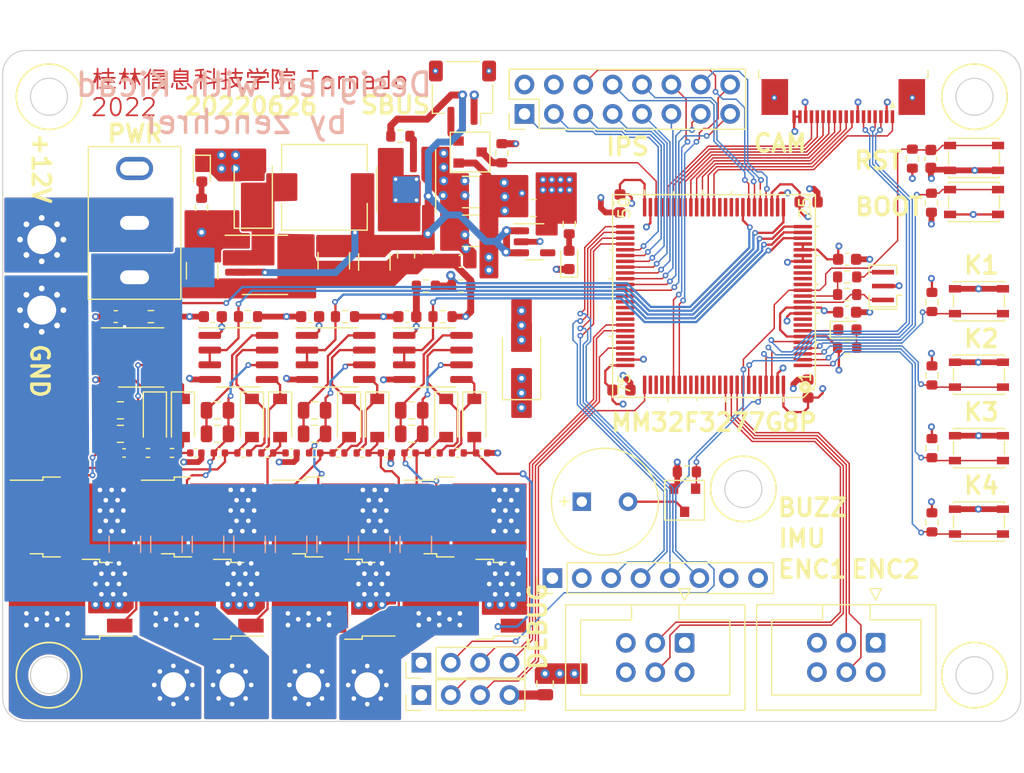
<source format=kicad_pcb>
(kicad_pcb (version 20211014) (generator pcbnew)
  (title_block (date "2022-05-04"))
  (layers (0 "F.Cu" signal) (1 "In1.Cu" signal) (2 "In2.Cu" signal) (31 "B.Cu" jumper) (34 "B.Paste" user) (35 "F.Paste" user) (36 "B.SilkS" user "B.Silkscreen") (37 "F.SilkS" user "F.Silkscreen") (38 "B.Mask" user) (39 "F.Mask" user) (44 "Edge.Cuts" user))
  (net 0 "")
  (net 1 "+3.3VP")
  (net 2 "Net-(BZ1-Pad2)")
  (net 3 "NRST")
  (net 4 "+5V")
  (net 5 "+12V")
  (net 6 "OUT1")
  (net 7 "OUT3")
  (net 8 "OUT2")
  (net 9 "OUT4")
  (net 10 "LED")
  (net 11 "Net-(D1-Pad2)")
  (net 12 "Net-(D2-Pad2)")
  (net 13 "Net-(D3-Pad2)")
  (net 14 "Net-(D4-Pad1)")
  (net 15 "Net-(D5-Pad1)")
  (net 16 "Net-(D6-Pad1)")
  (net 17 "Net-(D7-Pad1)")
  (net 18 "Net-(D9-Pad1)")
  (net 19 "Net-(D10-Pad1)")
  (net 20 "Net-(D11-Pad1)")
  (net 21 "Net-(D12-Pad1)")
  (net 22 "+BATT")
  (net 23 "Net-(D8-Pad1)")
  (net 24 "SWDIO")
  (net 25 "SWCLK")
  (net 27 "UART1_TX")
  (net 28 "UART1_RX")
  (net 29 "IPS_D0")
  (net 30 "IPS_D1")
  (net 31 "IPS_D2")
  (net 32 "TFT_SCL{slash}D0")
  (net 33 "IPS_D3")
  (net 34 "TFT_SDA{slash}D1")
  (net 35 "IPS_D4")
  (net 36 "TFT_RST")
  (net 37 "IPS_D5")
  (net 38 "TFT_DC")
  (net 39 "IPS_D6")
  (net 40 "TFT_CS")
  (net 41 "IPS_D7")
  (net 42 "TFT_BL")
  (net 43 "ICM_SCL{slash}SPC")
  (net 44 "ICM_SDA{slash}SDI")
  (net 45 "ICM_SAO{slash}SDO")
  (net 46 "ICM_CS")
  (net 47 "ENC_A2")
  (net 48 "ENC_B2")
  (net 51 "CAM_PCLK")
  (net 52 "CAM_TX")
  (net 53 "CAM_RX")
  (net 55 "CAM_VSYNC")
  (net 56 "CAM_D0")
  (net 57 "CAM_D1")
  (net 58 "CAM_D2")
  (net 59 "CAM_D3")
  (net 60 "CAM_D4")
  (net 61 "CAM_D5")
  (net 62 "CAM_D6")
  (net 63 "CAM_D7")
  (net 64 "ENC_A1")
  (net 65 "ENC_B1")
  (net 68 "BUZZER")
  (net 69 "Net-(R1-Pad1)")
  (net 70 "Net-(R1-Pad2)")
  (net 71 "Net-(R2-Pad1)")
  (net 72 "BOOT0")
  (net 73 "KEY_3")
  (net 74 "KEY_4")
  (net 75 "KEY_1")
  (net 76 "KEY_2")
  (net 77 "IN2")
  (net 78 "IN1")
  (net 79 "IN3")
  (net 80 "IN4")
  (net 81 "Net-(R20-Pad1)")
  (net 85 "L0")
  (net 86 "L1")
  (net 87 "L2")
  (net 88 "L3")
  (net 89 "BATT_VOTAGE")
  (net 92 "CCD_AO")
  (net 93 "CCD_CLK")
  (net 94 "UART3_RX")
  (net 95 "UART3_TX")
  (net 96 "UART6_RX")
  (net 97 "UART6_TX")
  (net 98 "SDIO_D0")
  (net 99 "SDIO_D1")
  (net 104 "SERVO_PWM")
  (net 105 "SDIO_D2")
  (net 106 "SDIO_D3")
  (net 107 "SDIOCLK")
  (net 108 "SDIO_CMD")
  (net 111 "UART2_RX")
  (net 112 "UART2_TX")
  (net 114 "CCD_SI")
  (net 116 "Net-(C20-Pad2)")
  (net 117 "Net-(C21-Pad2)")
  (net 118 "Net-(C22-Pad2)")
  (net 119 "Net-(C23-Pad2)")
  (net 120 "Net-(C24-Pad1)")
  (net 121 "Net-(C25-Pad1)")
  (net 122 "Net-(C33-Pad2)")
  (net 123 "Net-(C34-Pad2)")
  (net 124 "Net-(C35-Pad2)")
  (net 125 "Net-(C36-Pad2)")
  (net 126 "Net-(C38-Pad1)")
  (net 127 "Net-(C39-Pad1)")
  (net 128 "+3V3")
  (net 129 "GND")
  (net 132 "Net-(D13-Pad1)")
  (net 133 "Net-(J1-Pad4)")
  (net 134 "Net-(J7-Pad3)")
  (footprint "Resistor_SMD:R_0603_1608Metric" (layer "F.Cu") (at 97.325 176.788 -90)
    (fp_text reference "R9" hide)
    (fp_text value "10K")
  )
  (footprint "Capacitor_SMD:C_1210_3225Metric" (layer "F.Cu") (at 49.1236 154.2796 -90)
    (fp_text reference "C32" hide)
    (fp_text value "100uF")
  )
  (footprint "Capacitor_SMD:C_0805_2012Metric" (layer "F.Cu") (at 62.8451 149.6162 180)
    (fp_text reference "C8" hide)
    (fp_text value "10uF")
  )
  (footprint "Capacitor_SMD:C_0805_2012Metric" (layer "F.Cu") (at 43.958113 169.1386)
    (fp_text reference "C38" hide)
    (fp_text value "22uF")
  )
  (footprint "MountingHole:MountingHole_2.2mm_M2_Pad_Via" (layer "F.Cu") (at 43.434 190.8476 90)
    (fp_text reference "H4" hide)
    (fp_text value "Pad")
  )
  (footprint "Diode_SMD:D_SOD-123" (layer "F.Cu") (at 49.370917 167.7686 -90)
    (fp_text reference "D10" hide)
    (fp_text value "1N4148")
  )
  (footprint "Resistor_SMD:R_0603_1608Metric" (layer "F.Cu") (at 51.371 143.4084 180)
    (fp_text reference "R20" hide)
    (fp_text value "10K")
  )
  (footprint "Capacitor_SMD:C_0402_1005Metric" (layer "F.Cu") (at 52.204167 170.7896)
    (fp_text reference "C20" hide)
    (fp_text value "10nF")
  )
  (footprint "Capacitor_SMD:C_0603_1608Metric" (layer "F.Cu") (at 86.614 165.227 90)
    (fp_text reference "C6" hide)
    (fp_text value "100nF")
  )
  (footprint "Resistor_SMD:R_0603_1608Metric" (layer "F.Cu") (at 89.9975 157.099 180)
    (fp_text reference "R2" hide)
    (fp_text value "510K")
  )
  (footprint "Buzzer_Beeper:MagneticBuzzer_PUI_AT-0927-TT-6-R" (layer "F.Cu") (at 67.056 175.006)
    (fp_text reference "BZ1" hide)
    (fp_text value "Buzzer")
  )
  (footprint "MountingHole:MountingHole_2.5mm_Pad_Via" (layer "F.Cu") (at 20.3708 152.3492)
    (fp_text reference "H3" hide)
    (fp_text value "Pad")
  )
  (footprint "Resistor_SMD:R_0402_1005Metric" (layer "F.Cu") (at 48.105607 170.7896 180)
    (fp_text reference "R22" hide)
    (fp_text value "22R")
  )
  (footprint "Capacitor_SMD:C_1210_3225Metric" (layer "F.Cu") (at 57.4548 151.5872)
    (fp_text reference "C40" hide)
    (fp_text value "100uF")
  )
  (footprint "Capacitor_SMD:C_1210_3225Metric" (layer "F.Cu") (at 45.6184 154.178 -90)
    (fp_text reference "C31" hide)
    (fp_text value "100uF")
  )
  (footprint "Resistor_SMD:R_0603_1608Metric" (layer "F.Cu") (at 97.325 164.088 -90)
    (fp_text reference "R7" hide)
    (fp_text value "10K")
  )
  (footprint "Resistor_SMD:R_0603_1608Metric" (layer "F.Cu") (at 38.206167 159.004)
    (fp_text reference "R14" hide)
    (fp_text value "1k")
  )
  (footprint "Connector_PinHeader_2.54mm:PinHeader_1x04_P2.54mm_Vertical" (layer "F.Cu") (at 53.1876 191.7192 90)
    (fp_text reference "J1" hide)
    (fp_text value "Conn_01x04_Male")
  )
  (footprint "MountingHole:MountingHole_2.5mm_Pad_Via" (layer "F.Cu") (at 20.3708 158.4452)
    (fp_text reference "H6" hide)
    (fp_text value "Pad")
  )
  (footprint "Capacitor_SMD:C_0805_2012Metric" (layer "F.Cu") (at 27.169701 167.1066)
    (fp_text reference "C42" hide)
    (fp_text value "22uF")
  )
  (footprint "Diode_SMD:D_SMA" (layer "F.Cu") (at 61.849 162.782 90)
    (fp_text reference "D13" hide)
    (fp_text value "1N4007")
  )
  (footprint "Capacitor_SMD:C_0603_1608Metric" (layer "F.Cu") (at 70.485 165.354)
    (fp_text reference "C1" hide)
    (fp_text value "100nF")
  )
  (footprint "Capacitor_SMD:C_0603_1608Metric" (layer "F.Cu") (at 70.358 149.225 -90)
    (fp_text reference "C5" hide)
    (fp_text value "100nF")
  )
  (footprint "Capacitor_SMD:C_0402_1005Metric" (layer "F.Cu") (at 27.492807 170.7896)
    (fp_text reference "C35" hide)
    (fp_text value "10nF")
  )
  (footprint "Package_SO:SOIC-8_3.9x4.9mm_P1.27mm" (layer "F.Cu") (at 39.6748 154.5336)
    (fp_text reference "IC1" hide)
    (fp_text value "XL1509-5.0E1")
  )
  (footprint "Connector_PinHeader_2.54mm:PinHeader_1x08_P2.54mm_Vertical" (layer "F.Cu") (at 64.516 181.61 90)
    (fp_text reference "J4" hide)
    (fp_text value "Conn_01x08_Female")
  )
  (footprint "MountingHole:MountingHole_2.2mm_M2_Pad_Via" (layer "F.Cu") (at 36.83 190.8476 180)
    (fp_text reference "H2" hide)
    (fp_text value "Pad")
  )
  (footprint "Package_TO_SOT_SMD:TO-252-2" (layer "F.Cu") (at 34.256133 183.4388 180)
    (fp_text reference "Q5" hide)
    (fp_text value "QM6006D")
  )
  (footprint "Resistor_SMD:R_0402_1005Metric" (layer "F.Cu") (at 31.631367 170.7896 180)
    (fp_text reference "R24" hide)
    (fp_text value "22R")
  )
  (footprint "LED_SMD:LED_0603_1608Metric" (layer "F.Cu") (at 65.9633 154.1038 90)
    (fp_text reference "D2" hide)
    (fp_text value "LED_Small")
  )
  (footprint "Capacitor_SMD:C_0603_1608Metric" (layer "F.Cu") (at 26.763967 159.004 180)
    (fp_text reference "C29" hide)
    (fp_text value "100nF")
  )
  (footprint "Resistor_SMD:R_0603_1608Metric" (layer "F.Cu") (at 97.282 149.162 90)
    (fp_text reference "R3" hide)
    (fp_text value "10K")
  )
  (footprint "Resistor_SMD:R_0402_1005Metric" (layer "F.Cu") (at 46.026327 170.7896)
    (fp_text reference "R21" hide)
    (fp_text value "22R")
  )
  (footprint "Package_TO_SOT_SMD_AKL:SOT-23" (layer "F.Cu") (at 75.946 174.879 -90)
    (fp_text reference "Q1" hide)
    (fp_text value "MMSS8050")
  )
  (footprint "Capacitor_SMD:C_0805_2012Metric" (layer "F.Cu") (at 35.563907 167.1066)
    (fp_text reference "C25" hide)
    (fp_text value "22uF")
  )
  (footprint "Package_TO_SOT_SMD:TO-252-2" (layer "F.Cu") (at 22.9458 176.3258)
    (fp_text reference "Q8" hide)
    (fp_text value "QM6006D")
  )
  (footprint "Resistor_SMD:R_0603_1608Metric" (layer "F.Cu") (at 97.325 170.374 -90)
    (fp_text reference "R10" hide)
    (fp_text value "10K")
  )
  (footprint "Inductor_SMD:L_7.3x7.3_H3.5" (layer "F.Cu") (at 44.8056 147.828 180)
    (fp_text reference "L1" hide)
    (fp_text value "68uH")
  )
  (footprint "Capacitor_SMD:C_0805_2012Metric" (layer "F.Cu") (at 43.958113 167.1066)
    (fp_text reference "C41" hide)
    (fp_text value "22uF")
  )
  (footprint "Capacitor_SMD:C_0603_1608Metric" (layer "F.Cu") (at 86.6648 149.098)
    (fp_text reference "C3" hide)
    (fp_text value "100nF")
  )
  (footprint "Package_TO_SOT_SMD:TO-252-2" (layer "F.Cu") (at 34.291133 176.3258)
    (fp_text reference "Q4" hide)
    (fp_text value "QM6006D")
  )
  (footprint "Diode_SMD:D_SOD-123" (layer "F.Cu") (at 38.545309 167.7686 -90)
    (fp_text reference "D6" hide)
    (fp_text value "1N4148")
  )
  (footprint "Package_QFP_AKL:LQFP-100_14x14mm_P0.5mm" (layer "F.Cu") (at 78.486 157.226 180)
    (fp_text reference "U1" hide)
    (fp_text value "MM32F3277G8P")
  )
  (footprint "Resistor_SMD:R_0603_1608Metric" (layer "F.Cu") (at 53.5818 156.3624)
    (fp_text reference "R26" hide)
    (fp_text value "50K")
  )
  (footprint "Resistor_SMD:R_0402_1005Metric" (layer "F.Cu") (at 54.263447 170.7896)
    (fp_text reference "R16" hide)
    (fp_text value "22R")
  )
  (footprint "Package_TO_SOT_SMD:TO-252-2" (layer "F.Cu") (at 22.9108 183.4388 180)
    (fp_text reference "Q9" hide)
    (fp_text value "QM6006D")
  )
  (footprint "Button_Switch_SMD:SW_SPST_PTS810" (layer "F.Cu") (at 101.389 164.025 180)
    (fp_text reference "SW4" hide)
    (fp_text value "SW_Push")
  )
  (footprint "Capacitor_SMD:C_0402_1005Metric" (layer "F.Cu") (at 50.164887 170.7896 180)
    (fp_text reference "C34" hide)
    (fp_text value "10nF")
  )
  (footprint "Package_TO_SOT_SMD:TO-252-2" (layer "F.Cu") (at 45.601466 183.4378 180)
    (fp_text reference "Q7" hide)
    (fp_text value "QM6006D")
  )
  (footprint "Capacitor_SMD:C_0603_1608Metric" (layer "F.Cu") (at 89.9975 154.051)
    (fp_text reference "C2" hide)
    (fp_text value "100nF")
  )
  (footprint "Connector_PinHeader_2.54mm:PinHeader_1x04_P2.54mm_Vertical" (layer "F.Cu") (at 53.1876 188.9252 90)
    (fp_text reference "J2" hide)
    (fp_text value "Conn_01x04_Male")
  )
  (footprint "Resistor_SMD:R_0603_1608Metric" (layer "F.Cu") (at 60.1472 144.8816 -90)
    (fp_text reference "R29" hide)
    (fp_text value "10K")
  )
  (footprint "Capacitor_SMD:C_0805_2012Metric" (layer "F.Cu") (at 27.169701 169.1386)
    (fp_text reference "C39" hide)
    (fp_text value "22uF")
  )
  (footprint "Capacitor_SMD:C_0603_1608Metric" (layer "F.Cu") (at 53.6956 153.4668 -90)
    (fp_text reference "C30" hide)
    (fp_text value "100nF")
  )
  (footprint "UserSwitch:MTS102" (layer "F.Cu") (at 21.8972 150.9024 90)
    (fp_text reference "SW7" hide)
    (fp_text value "SW_SPDT")
  )
  (footprint "Connector_FFC-FPC:TE_1-1734839-8_1x18-1MP_P0.5mm_Horizontal" (layer "F.Cu") (at 89.662 140.371 180)
    (fp_text reference "J6" hide)
    (fp_text value "Conn_01x18_MountingPin")
  )
  (footprint "Resistor_SMD:R_0603_1608Metric" (layer "F.Cu") (at 89.9975 161.671)
    (fp_text reference "R5" hide)
    (fp_text value "10K")
  )
  (footprint "Capacitor_SMD:C_1210_3225Metric" (layer "F.Cu") (at 57.4548 148.2344)
    (fp_text reference "C43" hide)
    (fp_text value "100uF")
  )
  (footprint "LED_SMD:LED_0603_1608Metric" (layer "F.Cu") (at 90.0175 160.147)
    (fp_text reference "D1" hide)
    (fp_text value "LED_Small")
  )
  (footprint "Capacitor_SMD:C_0402_1005Metric" (layer "F.Cu") (at 41.927767 170.7896 180)
    (fp_text reference "C23" hide)
    (fp_text value "10nF")
  )
  (footprint "Resistor_SMD:R_0603_1608Metric" (layer "F.Cu") (at 29.811967 159.004)
    (fp_text reference "R15" hide)
    (fp_text value "1k")
  )
  (footprint "Fuse:Fuse_0805_2012Metric" (layer "F.Cu") (at 63.881 190.754 -90)
    (fp_text reference "L2" hide)
    (fp_text value "磁珠")
  )
  (footprint "Package_TO_SOT_SMD:TO-252-2" (layer "F.Cu") (at 56.9468 183.4388 180)
    (fp_text reference "Q3" hide)
    (fp_text value "QM6006D")
  )
  (footprint "Package_SO:SOIC-8_3.9x4.9mm_P1.27mm" (layer "F.Cu") (at 37.373033 162.5346)
    (fp_text reference "U4" hide)
    (fp_text value "EG3013")
  )
  (footprint "Resistor_SMD:R_0603_1608Metric" (layer "F.Cu") (at 76.1393 172.4254)
    (fp_text reference "R25" hide)
    (fp_text value "10K")
  )
  (footprint "Package_SO:SOIC-8_3.9x4.9mm_P1.27mm" (layer "F.Cu") (at 54.180367 162.5346)
    (fp_text reference "U3" hide)
    (fp_text value "EG3013")
  )
  (footprint "Capacitor_SMD:C_0603_1608Metric" (layer "F.Cu") (at 43.570633 159.004 180)
    (fp_text reference "C19" hide)
    (fp_text value "100nF")
  )
  (footprint "Connector_IDC:IDC-Header_2x03_P2.54mm_Vertical" (layer "F.Cu") (at 75.946 187.2075 -90)
    (fp_text reference "J8" hide)
    (fp_text value "Conn_02x03_Odd_Even")
  )
  (footprint "Package_SO:SOIC-8_3.9x4.9mm_P1.27mm" (layer "F.Cu") (at 45.776699 162.5346)
    (fp_text reference "U5" hide)
    (fp_text value "EG3013")
  )
  (footprint "Diode_SMD:D_SMA" (layer "F.Cu") (at 38.6588 147.9616 90)
    (fp_text reference "D8" hide)
    (fp_text value "SS54")
  )
  (footprint "Button_Switch_SMD:SW_SPST_PTS810" (layer "F.Cu") (at 101.389 170.375 180)
    (fp_text reference "SW5" hide)
    (fp_text value "SW_Push")
  )
  (footprint "Capacitor_SMD:C_0805_2012Metric" (layer "F.Cu") (at 35.563907 169.1386)
    (fp_text reference "C27" hide)
    (fp_text value "22uF")
  )
  (footprint "Package_TO_SOT_SMD:TO-252-2" (layer "F.Cu") (at 45.636466 176.3258)
    (fp_text reference "Q6" hide)
    (fp_text value "QM6006D")
  )
  (footprint "Diode_SMD:D_SOD-123" (layer "F.Cu") (at 46.939515 167.7686 -90)
    (fp_text reference "D9" hide)
    (fp_text value "1N4148")
  )
  (footprint "Capacitor_SMD:C_0805_2012Metric" (layer "F.Cu") (at 52.352319 167.1066)
    (fp_text reference "C24" hide)
    (fp_text value "22uF")
  )
  (footprint "Diode_SMD:D_SOD-123" (layer "F.Cu") (at 40.976711 167.7686 -90)
    (fp_text reference "D7" hide)
    (fp_text value "1N4148")
  )
  (footprint "Resistor_SMD:R_0603_1608Metric" (layer "F.Cu") (at 95.631 145.352 90)
    (fp_text reference "R4" hide)
    (fp_text value "10K")
  )
  (footprint "Package_SO:HSOP-8-1EP_3.9x4.9mm_P1.27mm_EP2.3x2.3mm_ThermalVias" (layer "F.Cu") (at 51.8668 148.0312 -90)
    (fp_text reference "U7" hide)
    (fp_text value "LR1801G-33-SH2-R")
  )
  (footprint "Button_Switch_SMD:SW_SPST_PTS810" (layer "F.Cu") (at 100.965 145.288)
    (fp_text reference "SW2" hide)
    (fp_text value "SW_Push")
  )
  (footprint "Capacitor_SMD:C_0603_1608Metric" (layer "F.Cu") (at 56.5912 154.2288 180)
    (fp_text reference "C37" hide)
    (fp_text value "100nF")
  )
  (footprint "LED_SMD:LED_0603_1608Metric" (layer "F.Cu") (at 34.2104 146.5399 -90)
    (fp_text reference "D3" hide)
    (fp_text value "LED_Small")
  )
  (footprint "Capacitor_SMD:C_0402_1005Metric" (layer "F.Cu") (at 35.729927 170.7896)
    (fp_text reference "C22" hide)
    (fp_text value "10nF")
  )
  (footprint "Resistor_SMD:R_0603_1608Metric" (layer "F.Cu") (at 34.1884 149.602 90)
    (fp_text reference "R11" hide)
    (fp_text value "10k")
  )
  (footprint "Button_Switch_SMD:SW_SPST_PTS810" (layer "F.Cu") (at 100.965 149.098)
    (fp_text reference "SW1" hide)
    (fp_text value "SW_Push")
  )
  (footprint "Resistor_SMD:R_0603_1608Metric" (layer "F.Cu") (at 55.020967 159.004)
    (fp_text reference "R13" hide)
    (fp_text value "1k")
  )
  (footprint "MountingHole:MountingHole_2.2mm_M2_Pad_Via" (layer "F.Cu") (at 31.75 190.8476 180)
    (fp_text reference "H5" hide)
    (fp_text value "Pad")
  )
  (footprint "Resistor_SMD:R_0603_1608Metric" (layer "F.Cu") (at 89.9975 155.575 180)
    (fp_text reference "R1" hide)
    (fp_text value "510R")
  )
  (footprint "Resistor_SMD:R_0402_1005Metric" (layer "F.Cu") (at 39.868487 170.7896 180)
    (fp_text reference "R19" hide)
    (fp_text value "22R")
  )
  (footprint "Package_SO:SOIC-8_3.9x4.9mm_P1.27mm" (layer "F.Cu") (at 28.969367 162.5346)
    (fp_text reference "U6" hide)
    (fp_text value "EG3013")
  )
  (footprint "Crystal:Resonator_SMD_Murata_CSTxExxV-3Pin_3.0x1.1mm" (layer "F.Cu") (at 93.091 156.364 90)
    (fp_text reference "Y1" hide)
    (fp_text value "8Mhz")
  )
  (footprint "Resistor_SMD:R_0603_1608Metric" (layer "F.Cu") (at 65.9693 151.0223 -90)
    (fp_text reference "R6" hide)
    (fp_text value "10K")
  )
  (footprint "Button_Switch_SMD:SW_SPST_PTS810" (layer "F.Cu") (at 101.389 176.725 180)
    (fp_text reference "SW3" hide)
    (fp_text value "SW_Push")
  )
  (footprint "Capacitor_SMD:C_1210_3225Metric" (layer "F.Cu") (at 34.2392 155.0416 -90)
    (fp_text reference "C44" hide)
    (fp_text value "100uF")
  )
  (footprint "Capacitor_SMD:C_0402_1005Metric" (layer "F.Cu") (at 43.967047 170.7896)
    (fp_text reference "C33" hide)
    (fp_text value "10nF")
  )
  (footprint "Connector_IDC:IDC-Header_2x03_P2.54mm_Vertical" (layer "F.Cu") (at 92.461 187.198 -90)
    (fp_text reference "J5" hide)
    (fp_text value "Conn_02x03_Odd_Even")
  )
  (footprint "Resistor_SMD:R_0402_1005Metric" (layer "F.Cu") (at 29.552087 170.7896)
    (fp_text reference "R23" hide)
    (fp_text value "22R")
  )
  (footprint "Diode_SMD:D_SOD-123" (layer "F.Cu") (at 32.582505 167.7686 -90)
    (fp_text reference "D12" hide)
    (fp_text value "1N4148")
  )
  (footprint "Resistor_SMD:R_0603_1608Metric" (layer "F.Cu") (at 56.6298 156.3624)
    (fp_text reference "R27" hide)
    (fp_text value "10K")
  )
  (footprint "Package_TO_SOT_SMD_AKL:SOT-23" (layer "F.Cu") (at 57.404 144.78)
    (fp_text reference "Q10" hide)
    (fp_text value "MMSS8050")
  )
  (footprint "Resistor_SMD:R_0603_1608Metric" (layer "F.Cu") (at 97.325 157.738 -90)
    (fp_text reference "R8" hide)
    (fp_text value "10K")
  )
  (footprint "Diode_SMD:D_SOD-123" (layer "F.Cu") (at 57.765133 167.7686 -90)
    (fp_text reference "D5" hide)
    (fp_text value "1N4148")
  )
  (footprint "Capacitor_SMD:C_0805_2012Metric" (layer "F.Cu") (at 52.352319 169.1386)
    (fp_text reference "C26" hide)
    (fp_text value "22uF")
  )
  (footprint "Capacitor_SMD:C_0402_1005Metric" (layer "F.Cu") (at 58.402007 170.7896 180)
    (fp_text reference "C21" hide)
    (fp_text value "10nF")
  )
  (footprint "Button_Switch_SMD:SW_SPST_PTS810" (layer "F.Cu") (at 101.389 157.675 180)
    (fp_text reference "SW6" hide)
    (fp_text value "SW_Push")
  )
  (footprint "Capacitor_SMD:C_0603_1608Metric" (layer "F.Cu") (at 51.972967 159.004 180)
    (fp_text reference "C18" hide)
    (fp_text value "100nF")
  )
  (footprint "Resistor_SMD:R_0402_1005Metric" (layer "F.Cu") (at 56.342727 170.7896 180)
    (fp_text reference "R17" hide)
    (fp_text value "22R")
  )
  (footprint "Package_TO_SOT_SMD:TO-252-2" (layer "F.Cu") (at 56.9818 176.3258)
    (fp_text reference "Q2" hide)
    (fp_text value "QM6006D")
  )
  (footprint "Capacitor_SMD:C_0805_2012Metric" (layer "F.Cu") (at 51.8668 153.67 -90)
    (fp_text reference "C9" hide)
    (fp_text value "10uF")
  )
  (footprint "Diode_SMD:D_SOD-123" (layer "F.Cu") (at 30.151103 167.7686 -90)
    (fp_text reference "D11" hide)
    (fp_text value "1N4148")
  )
  (footprint "Diode_SMD:D_SOD-123" (layer "F.Cu") (at 55.333721 167.7686 -90)
    (fp_text reference "D4" hide)
    (fp_text value "1N4148")
  )
  (footprint "Package_TO_SOT_SMD:SOT-23-5" (layer "F.Cu") (at 62.9721 152.5372)
    (fp_text reference "U2" hide)
    (fp_text value "RT9013-33GB")
  )
  (footprint "Resistor_SMD:R_0402_1005Metric" (layer "F.Cu") (at 37.789207 170.7896)
    (fp_text reference "R18" hide)
    (fp_text value "22R")
  )
  (footprint "MountingHole:MountingHole_2.2mm_M2_Pad_Via" (layer "F.Cu") (at 48.514 190.8556 90)
    (fp_text reference "H1" hide)
    (fp_text value "Pad")
  )
  (footprint "Capacitor_SMD:C_0402_1005Metric" (layer "F.Cu") (at 33.690647 170.7896 180)
    (fp_text reference "C36" hide)
    (fp_text value "10nF")
  )
  (footprint "Connector_PinHeader_2.54mm:PinHeader_2x08_P2.54mm_Vertical" (layer "F.Cu") (at 62.103 141.483 90)
    (fp_text reference "J3" hide)
    (fp_text value "Conn_02x08_Odd_Even")
  )
  (footprint "Resistor_SMD:R_0603_1608Metric" (layer "F.Cu") (at 46.588167 159.004)
    (fp_text reference "R12" hide)
    (fp_text value "1k")
  )
  (footprint "Capacitor_SMD:C_0603_1608Metric" (layer "F.Cu") (at 35.158167 159.004 180)
    (fp_text reference "C28" hide)
    (fp_text value "100nF")
  )
  (footprint "Capacitor_SMD:C_0603_1608Metric" (layer "F.Cu") (at 97.232 145.371 90)
    (fp_text reference "C7" hide)
    (fp_text value "100nF")
  )
  (footprint "Connector_JST:JST_SH_SM03B-SRSS-TB_1x03-1MP_P1.00mm_Horizontal" (layer "F.Cu") (at 56.7436 139.6492 180)
    (fp_text reference "J7" hide)
    (fp_text value "Conn_01x03_MountingPin")
  )
  (footprint "Capacitor_SMD:C_0603_1608Metric" (layer "F.Cu") (at 89.9975 158.623)
    (fp_text reference "C4" hide)
    (fp_text value "100nF")
  )
  (footprint "Capacitor_SMD:C_1210_3225Metric" (layer "B.Cu") (at 45.520425 178.689 -90)
    (fp_text reference "C11" hide)
    (fp_text value "100uF")
  )
  (footprint "Capacitor_SMD:C_1210_3225Metric" (layer "B.Cu") (at 31.151285 178.689 -90)
    (fp_text reference "C13" hide)
    (fp_text value "100uF")
  )
  (footprint "Capacitor_SMD:C_1210_3225Metric" (layer "B.Cu") (at 27.559 178.689 -90)
    (fp_text reference "C10" hide)
    (fp_text value "100uF")
  )
  (footprint "Capacitor_SMD:C_1210_3225Metric" (layer "B.Cu") (at 34.74357 178.689 -90)
    (fp_text reference "C12" hide)
    (fp_text value "100uF")
  )
  (footprint "Capacitor_SMD:C_1210_3225Metric" (layer "B.Cu") (at 41.92814 178.689 -90)
    (fp_text reference "C16" hide)
    (fp_text value "100uF")
  )
  (footprint "Capacitor_SMD:C_1210_3225Metric" (layer "B.Cu") (at 52.705 178.689 -90)
    (fp_text reference "C17" hide)
    (fp_text value "100uF")
  )
  (footprint "Capacitor_SMD:C_1210_3225Metric" (layer "B.Cu") (at 49.11271 178.689 -90)
    (fp_text reference "C14" hide)
    (fp_text value "100uF")
  )
  (footprint "Capacitor_SMD:C_1210_3225Metric" (layer "B.Cu") (at 38.335855 178.689 -90)
    (fp_text reference "C15" hide)
    (fp_text value "100uF")
  )
  (gr_circle (center 21 140) (end 23 142) (layer "F.SilkS") (width 0.15) (fill none))
  (gr_circle (center 81.026 173.897427) (end 83.026 175.897427) (layer "F.SilkS") (width 0.15) (fill none))
  (gr_circle (center 21 190) (end 23 192) (layer "F.SilkS") (width 0.15) (fill none))
  (gr_circle (center 101 140) (end 103 142) (layer "F.SilkS") (width 0.15) (fill none))
  (gr_circle (center 101 190) (end 103 192) (layer "F.SilkS") (width 0.15) (fill none))
  (gr_circle (center 81.026 173.914) (end 82.626 173.914) (layer "Edge.Cuts") (width 0.1) (fill none))
  (gr_line (start 19 194) (end 103 194) (layer "Edge.Cuts") (width 0.1))
  (gr_arc (start 19 194) (mid 17.585786 193.414214) (end 17 192) (layer "Edge.Cuts") (width 0.1))
  (gr_line (start 103 136) (end 19 136) (layer "Edge.Cuts") (width 0.1))
  (gr_arc (start 103 136) (mid 104.414214 136.585786) (end 105 138) (layer "Edge.Cuts") (width 0.1))
  (gr_circle (center 21 140) (end 22.6 140) (layer "Edge.Cuts") (width 0.1) (fill none))
  (gr_line (start 17 138) (end 17 192) (layer "Edge.Cuts") (width 0.1))
  (gr_line (start 105 192) (end 105 138) (layer "Edge.Cuts") (width 0.1))
  (gr_arc (start 105 192) (mid 104.414214 193.414214) (end 103 194) (layer "Edge.Cuts") (width 0.1))
  (gr_circle (center 101 190) (end 102.6 190) (layer "Edge.Cuts") (width 0.1) (fill none))
  (gr_circle (center 101 140) (end 102.6 140) (layer "Edge.Cuts") (width 0.1) (fill none))
  (gr_arc (start 17 138) (mid 17.585786 136.585786) (end 19 136) (layer "Edge.Cuts") (width 0.1))
  (gr_circle (center 21 190) (end 22.6 190) (layer "Edge.Cuts") (width 0.1) (fill none))
  (gr_text "2022" (at 27.4828 140.9192) (layer "F.Cu") (effects (font (size 1.5 1.5))))
  (gr_text "桂林信息科技学院" (at 33.5534 138.6078) (layer "F.Cu") (effects (font (size 1.5 1.5))))
  (gr_text "Tornado" (at 47.6504 138.5824) (layer "F.Cu") (effects (font (size 1.5 1.5))))
  (gr_text "Designed with Kicad\n by zenchrer" (at 38.7096 140.5636) (layer "B.SilkS") (effects (font (size 2 2) (thickness 0.3)) (justify mirror)))
  (gr_text "BUZZ" (at 86.995 175.514) (layer "F.SilkS") (effects (font (size 1.5 1.5) (thickness 0.3))))
  (gr_text "K2" (at 101.6 160.909) (layer "F.SilkS") (effects (font (size 1.5 1.5) (thickness 0.3))))
  (gr_text "GND" (at 20.193 163.703 270) (layer "F.SilkS") (effects (font (size 1.5 1.5) (thickness 0.3))))
  (gr_text "+12V" (at 20.32 146.177 270) (layer "F.SilkS") (effects (font (size 1.5 1.5) (thickness 0.3))))
  (gr_text "ENC1" (at 86.995 180.848) (layer "F.SilkS") (effects (font (size 1.5 1.5) (thickness 0.3))))
  (gr_text "IPS" (at 71.0184 144.3228) (layer "F.SilkS") (effects (font (size 1.5 1.5) (thickness 0.3))))
  (gr_text "RST" (at 92.6846 145.5166) (layer "F.SilkS") (effects (font (size 1.5 1.5) (thickness 0.3))))
  (gr_text "K4" (at 101.6 173.609) (layer "F.SilkS") (effects (font (size 1.5 1.5) (thickness 0.3))))
  (gr_text "IMU" (at 86.106 178.181) (layer "F.SilkS") (effects (font (size 1.5 1.5) (thickness 0.3))))
  (gr_text "CAM" (at 84.201 144.018) (layer "F.SilkS") (effects (font (size 1.5 1.5) (thickness 0.3))))
  (gr_text "DEBUG" (at 63.246 185.801 90) (layer "F.SilkS") (effects (font (size 1.5 1.5) (thickness 0.3))))
  (gr_text "SBUS" (at 50.9524 140.716) (layer "F.SilkS") (effects (font (size 1.5 1.5) (thickness 0.3))))
  (gr_text "ENC2" (at 93.345 180.848) (layer "F.SilkS") (effects (font (size 1.5 1.5) (thickness 0.3))))
  (gr_text "PWR" (at 28.448 143.2052) (layer "F.SilkS") (effects (font (size 1.5 1.5) (thickness 0.3))))
  (gr_text "BOOT" (at 93.6244 149.5044) (layer "F.SilkS") (effects (font (size 1.5 1.5) (thickness 0.3))))
  (gr_text "K1" (at 101.6 154.559) (layer "F.SilkS") (effects (font (size 1.5 1.5) (thickness 0.3))))
  (gr_text "20220626" (at 38.4556 140.8176) (layer "F.SilkS") (effects (font (size 1.5 1.5) (thickness 0.3))))
  (gr_text "K3" (at 101.6 167.259) (layer "F.SilkS") (effects (font (size 1.5 1.5) (thickness 0.3))))
  (gr_text "MM32F3277G8P" (at 78.486 168.148) (layer "F.SilkS") (effects (font (size 1.5 1.5) (thickness 0.3))))
  (segment (start 85.412 141.721) (end 85.412 142.943) (width 0.2) (layer "F.Cu") (net 1))
  (segment (start 103.04 150.173) (end 98.89 150.173) (width 0.2) (layer "F.Cu") (net 1))
  (segment (start 97.325 162.222) (end 97.282 162.179) (width 0.2) (layer "F.Cu") (net 1))
  (segment (start 97.282 168.529) (end 97.325 168.572) (width 0.2) (layer "F.Cu") (net 1))
  (segment (start 60.1472 144.0566) (end 61.3542 144.0566) (width 0.6) (layer "F.Cu") (net 1))
  (segment (start 97.325 155.745) (end 97.282 155.702) (width 0.2) (layer "F.Cu") (net 1))
  (segment (start 85.412 142.943) (end 85.471 143.002) (width 0.2) (layer "F.Cu") (net 1))
  (segment (start 97.325 156.913) (end 97.325 155.745) (width 0.2) (layer "F.Cu") (net 1))
  (segment (start 97.325 175.049) (end 97.282 175.006) (width 0.2) (layer "F.Cu") (net 1))
  (segment (start 97.325 168.572) (end 97.325 169.549) (width 0.2) (layer "F.Cu") (net 1))
  (segment (start 97.325 175.963) (end 97.325 175.049) (width 0.2) (layer "F.Cu") (net 1))
  (segment (start 85.912 141.721) (end 85.412 141.721) (width 0.2) (layer "F.Cu") (net 1))
  (segment (start 97.325 163.263) (end 97.325 162.222) (width 0.2) (layer "F.Cu") (net 1))
  (segment (start 95.631 146.177) (end 95.631 147.066) (width 0.2) (layer "F.Cu") (net 1))
  (via (at 56.9468 147.2692) (size 0.8) (drill 0.4) (layers "F.Cu" "B.Cu") (net 1))
  (via (at 61.3542 144.0566) (size 0.5) (drill 0.25) (layers "F.Cu" "B.Cu") (net 1))
  (via (at 55.118 144.8816) (size 0.8) (drill 0.4) (layers "F.Cu" "B.Cu") (net 1))
  (via (at 95.631 147.066) (size 0.6) (drill 0.3) (layers "F.Cu" "B.Cu") (net 1))
  (via (at 100.897 150.173) (size 0.6) (drill 0.3) (layers "F.Cu" "B.Cu") (net 1))
  (via (at 97.282 155.702) (size 0.6) (drill 0.3) (layers "F.Cu" "B.Cu") (net 1))
  (via (at 85.471 143.002) (size 0.6) (drill 0.3) (layers "F.Cu" "B.Cu") (net 1))
  (via (at 55.118 147.2692) (size 0.8) (drill 0.4) (layers "F.Cu" "B.Cu") (net 1))
  (via (at 55.0672 148.5392) (size 0.8) (drill 0.4) (layers "F.Cu" "B.Cu") (net 1))
  (via (at 97.282 168.529) (size 0.6) (drill 0.3) (layers "F.Cu" "B.Cu") (net 1))
  (via (at 61.849 161.036) (size 0.8) (drill 0.4) (layers "F.Cu" "B.Cu") (net 1))
  (via (at 56.9468 151.9428) (size 0.8) (drill 0.4) (layers "F.Cu" "B.Cu") (net 1))
  (via (at 61.849 158.496) (size 0.8) (drill 0.4) (layers "F.Cu" "B.Cu") (net 1))
  (via (at 56.9468 148.5392) (size 0.8) (drill 0.4) (layers "F.Cu" "B.Cu") (net 1))
  (via (at 97.282 175.006) (size 0.6) (drill 0.3) (layers "F.Cu" "B.Cu") (net 1))
  (via (at 55.118 146.1008) (size 0.8) (drill 0.4) (layers "F.Cu" "B.Cu") (net 1))
  (via (at 61.849 159.766) (size 0.8) (drill 0.4) (layers "F.Cu" "B.Cu") (net 1))
  (via (at 97.282 162.179) (size 0.6) (drill 0.3) (layers "F.Cu" "B.Cu") (net 1))
  (via (at 57.0484 153.1112) (size 0.8) (drill 0.4) (layers "F.Cu" "B.Cu") (net 1))
  (segment (start 71.056 175.006) (end 75.184 175.006) (width 0.2) (layer "F.Cu") (net 2))
  (segment (start 75.184 175.006) (end 75.946 175.768) (width 0.2) (layer "F.Cu") (net 2))
  (segment (start 75.946 175.768) (end 75.946 175.879) (width 0.2) (layer "F.Cu") (net 2))
  (segment (start 95.7 144.596) (end 95.631 144.527) (width 0.127) (layer "F.Cu") (net 3))
  (segment (start 55.7276 188.9252) (end 57.5818 187.071) (width 0.127) (layer "F.Cu") (net 3))
  (segment (start 88.138 155.321) (end 88.646 154.813) (width 0.127) (layer "F.Cu") (net 3))
  (segment (start 97.79 144.653) (end 97.289 144.653) (width 0.127) (layer "F.Cu") (net 3))
  (segment (start 94.742 144.526) (end 95.77 144.526) (width 0.127) (layer "F.Cu") (net 3))
  (segment (start 91.982219 154.813) (end 94.361 152.434219) (width 0.127) (layer "F.Cu") (net 3))
  (segment (start 94.361 152.434219) (end 94.361 144.907) (width 0.127) (layer "F.Cu") (net 3))
  (segment (start 57.5818 187.071) (end 61.341 187.071) (width 0.127) (layer "F.Cu") (net 3))
  (segment (start 98.89 144.213) (end 98.23 144.213) (width 0.127) (layer "F.Cu") (net 3))
  (segment (start 88.138 156.21) (end 88.138 155.321) (width 0.127) (layer "F.Cu") (net 3))
  (segment (start 81.026 162.687) (end 81.026 163.576) (width 0.127) (layer "F.Cu") (net 3))
  (segment (start 103.04 144.213) (end 98.89 144.213) (width 0.127) (layer "F.Cu") (net 3))
  (segment (start 88.646 154.813) (end 91.982219 154.813) (width 0.127) (layer "F.Cu") (net 3))
  (segment (start 86.161 156.726) (end 84.955 156.726) (width 0.127) (layer "F.Cu") (net 3))
  (segment (start 87.622 156.726) (end 88.138 156.21) (width 0.127) (layer "F.Cu") (net 3))
  (segment (start 84.955 156.726) (end 83.693 157.988) (width 0.127) (layer "F.Cu") (net 3))
  (segment (start 86.161 156.726) (end 87.622 156.726) (width 0.127) (layer "F.Cu") (net 3))
  (segment (start 97.232 144.596) (end 95.7 144.596) (width 0.127) (layer "F.Cu") (net 3))
  (segment (start 97.289 144.653) (end 97.232 144.596) (width 0.127) (layer "F.Cu") (net 3))
  (segment (start 83.693 157.988) (end 83.693 160.02) (width 0.127) (layer "F.Cu") (net 3))
  (segment (start 94.361 144.907) (end 94.742 144.526) (width 0.127) (layer "F.Cu") (net 3))
  (segment (start 83.693 160.02) (end 81.026 162.687) (width 0.127) (layer "F.Cu") (net 3))
  (segment (start 98.23 144.213) (end 97.79 144.653) (width 0.127) (layer "F.Cu") (net 3))
  (via (at 61.341 187.071) (size 0.5) (drill 0.25) (layers "F.Cu" "B.Cu") (net 3))
  (via (at 81.026 163.576) (size 0.5) (drill 0.25) (layers "F.Cu" "B.Cu") (net 3))
  (segment (start 78.486 182.245) (end 77.851 182.88) (width 0.127) (layer "B.Cu") (net 3))
  (segment (start 77.851 182.88) (end 65.532 182.88) (width 0.127) (layer "B.Cu") (net 3))
  (segment (start 65.532 182.88) (end 61.341 187.071) (width 0.127) (layer "B.Cu") (net 3))
  (segment (start 76.177532 180.213) (end 77.851 180.213) (width 0.127) (layer "B.Cu") (net 3))
  (segment (start 81.026 163.576) (end 81.026 166.751) (width 0.127) (layer "B.Cu") (net 3))
  (segment (start 81.026 166.751) (end 76.327 171.45) (width 0.127) (layer "B.Cu") (net 3))
  (segment (start 76.327 172.72) (end 75.18304 173.86396) (width 0.127) (layer "B.Cu") (net 3))
  (segment (start 77.851 180.213) (end 78.486 180.848) (width 0.127) (layer "B.Cu") (net 3))
  (segment (start 78.486 180.848) (end 78.486 182.245) (width 0.127) (layer "B.Cu") (net 3))
  (segment (start 75.18304 179.218508) (end 76.177532 180.213) (width 0.127) (layer "B.Cu") (net 3))
  (segment (start 76.327 171.45) (end 76.327 172.72) (width 0.127) (layer "B.Cu") (net 3))
  (segment (start 75.18304 173.86396) (end 75.18304 179.218508) (width 0.127) (layer "B.Cu") (net 3))
  (segment (start 56.7436 141.6492) (end 56.7436 139.8524) (width 0.6) (layer "F.Cu") (net 4))
  (segment (start 53.6956 141.9352) (end 51.1048 141.9352) (width 0.6) (layer "F.Cu") (net 4))
  (segment (start 50.546 142.494) (end 50.546 143.4084) (width 0.6) (layer "F.Cu") (net 4))
  (segment (start 39.6494 155.1686) (end 39.6748 155.194) (width 0.6) (layer "F.Cu") (net 4))
  (segment (start 46.4838 152.703) (end 45.6184 152.703) (width 0.6) (layer "F.Cu") (net 4))
  (segment (start 60.5536 153.416) (end 60.6248 153.4872) (width 0.6) (layer "F.Cu") (net 4))
  (segment (start 55.7784 139.8524) (end 53.6956 141.9352) (width 0.6) (layer "F.Cu") (net 4))
  (segment (start 51.1048 141.9352) (end 50.546 142.494) (width 0.6) (layer "F.Cu") (net 4))
  (segment (start 37.1998 155.1686) (end 39.6494 155.1686) (width 0.6) (layer "F.Cu") (net 4))
  (segment (start 60.5536 151.5872) (end 61.8346 151.5872) (width 0.6) (layer "F.Cu") (net 4))
  (segment (start 53.7972 148.59) (end 53.7718 148.6154) (width 0.6) (layer "F.Cu") (net 4))
  (segment (start 56.7436 139.8524) (end 55.7784 139.8524) (width 0.6) (layer "F.Cu") (net 4))
  (segment (start 60.5536 151.5872) (end 60.5536 153.416) (width 0.6) (layer "F.Cu") (net 4))
  (segment (start 53.7718 148.6154) (end 53.7718 150.5062) (width 0.6) (layer "F.Cu") (net 4))
  (segment (start 60.6248 153.4872) (end 61.8346 153.4872) (width 0.6) (layer "F.Cu") (net 4))
  (via (at 60.5028 153.416) (size 0.8) (drill 0.4) (layers "F.Cu" "B.Cu") (net 4))
  (via (at 47.4472 151.7396) (size 0.6) (drill 0.3) (layers "F.Cu" "B.Cu") (net 4))
  (via (at 53.7464 151.8412) (size 0.8) (drill 0.4) (layers "F.Cu" "B.Cu") (net 4))
  (via (at 56.7436 139.8524) (size 0.8) (drill 0.4) (layers "F.Cu" "B.Cu") (net 4))
  (via (at 53.7972 148.59) (size 0.8) (drill 0.4) (layers "F.Cu" "B.Cu") (net 4))
  (via (at 60.5536 151.5872) (size 0.8) (drill 0.4) (layers "F.Cu" "B.Cu") (net 4))
  (via (at 39.6748 155.194) (size 0.6) (drill 0.3) (layers "F.Cu" "B.Cu") (net 4))
  (segment (start 47.4472 151.7396) (end 47.4472 153.5176) (width 0.6) (layer "B.Cu") (net 4))
  (segment (start 53.7464 151.8412) (end 55.3974 150.1902) (width 0.6) (layer "B.Cu") (net 4))
  (segment (start 55.3974 150.1902) (end 55.4228 150.2156) (width 0.6) (layer "B.Cu") (net 4))
  (segment (start 59.7408 152.654) (end 60.5028 153.416) (width 0.6) (layer "B.Cu") (net 4))
  (segment (start 45.7708 155.194) (end 39.6748 155.194) (width 0.6) (layer "B.Cu") (net 4))
  (segment (start 54.6608 143.9164) (end 55.6768 143.9164) (width 0.6) (layer "B.Cu") (net 4))
  (segment (start 56.4896 150.2156) (end 58.7756 152.5016) (width 0.6) (layer "B.Cu") (net 4))
  (segment (start 55.6768 143.9164) (end 56.7436 142.8496) (width 0.6) (layer "B.Cu") (net 4))
  (segment (start 53.7972 144.78) (end 54.6608 143.9164) (width 0.6) (layer "B.Cu") (net 4))
  (segment (start 60.5536 151.5872) (end 59.6392 152.5016) (width 0.6) (layer "B.Cu") (net 4))
  (segment (start 53.7972 148.59) (end 53.7972 144.78) (width 0.6) (layer "B.Cu") (net 4))
  (segment (start 55.4228 150.2156) (end 56.4896 150.2156) (width 0.6) (layer "B.Cu") (net 4))
  (segment (start 55.3974 150.1902) (end 53.7972 148.59) (width 0.6) (layer "B.Cu") (net 4))
  (segment (start 59.6392 152.5016) (end 58.7756 152.5016) (width 0.6) (layer "B.Cu") (net 4))
  (segment (start 56.7436 142.8496) (end 56.7436 139.8524) (width 0.6) (layer "B.Cu") (net 4))
  (segment (start 47.4472 153.5176) (end 45.7708 155.194) (width 0.6) (layer "B.Cu") (net 4))
  (segment (start 27.2034 160.6296) (end 26.494367 160.6296) (width 0.2) (layer "F.Cu") (net 5))
  (segment (start 35.569734 160.6296) (end 35.933167 160.266167) (width 0.2) (layer "F.Cu") (net 5))
  (segment (start 27.538967 159.872967) (end 27.538967 160.294033) (width 0.2) (layer "F.Cu") (net 5))
  (segment (start 52.3494 160.6296) (end 52.747967 160.231033) (width 0.2) (layer "F.Cu") (net 5))
  (segment (start 44.345633 160.251367) (end 44.345633 159.788633) (width 0.2) (layer "F.Cu") (net 5))
  (segment (start 43.9674 160.6296) (end 44.345633 160.251367) (width 0.2) (layer "F.Cu") (net 5))
  (segment (start 51.705367 160.6296) (end 52.3494 160.6296) (width 0.2) (layer "F.Cu") (net 5))
  (segment (start 27.538967 160.294033) (end 27.2034 160.6296) (width 0.2) (layer "F.Cu") (net 5))
  (segment (start 35.933167 160.266167) (end 35.933167 159.900833) (width 0.2) (layer "F.Cu") (net 5))
  (segment (start 27.538967 159.004) (end 27.538967 159.872967) (width 0.2) (layer "F.Cu") (net 5))
  (segment (start 52.7568 158.995167) (end 52.747967 159.004) (width 0.6) (layer "F.Cu") (net 5))
  (segment (start 44.345633 159.788633) (end 44.345633 159.004) (width 0.2) (layer "F.Cu") (net 5))
  (segment (start 52.747967 160.231033) (end 52.747967 159.004) (width 0.2) (layer "F.Cu") (net 5))
  (segment (start 52.7568 156.3624) (end 52.7568 158.995167) (width 0.6) (layer "F.Cu") (net 5))
  (segment (start 34.898033 160.6296) (end 35.569734 160.6296) (width 0.2) (layer "F.Cu") (net 5))
  (segment (start 35.933167 159.004) (end 35.933167 159.900833) (width 0.2) (layer "F.Cu") (net 5))
  (segment (start 34.1884 150.427) (end 34.1884 151.718) (width 0.6) (layer "F.Cu") (net 5))
  (segment (start 43.301699 160.6296) (end 43.9674 160.6296) (width 0.2) (layer "F.Cu") (net 5))
  (via (at 44.345633 159.788633) (size 0.6) (drill 0.3) (layers "F.Cu" "B.Cu") (net 5))
  (via (at 37.719 175.768) (size 0.8) (drill 0.4) (layers "F.Cu" "B.Cu") (net 5))
  (via (at 36.703 177.546) (size 0.8) (drill 0.4) (layers "F.Cu" "B.Cu") (net 5))
  (via (at 37.719 173.99) (size 0.8) (drill 0.4) (layers "F.Cu" "B.Cu") (net 5))
  (via (at 60.452 173.99) (size 0.8) (drill 0.4) (layers "F.Cu" "B.Cu") (net 5))
  (via (at 27.432 173.99) (size 0.8) (drill 0.4) (layers "F.Cu" "B.Cu") (net 5))
  (via (at 60.452 175.768) (size 0.8) (drill 0.4) (layers "F.Cu" "B.Cu") (net 5))
  (via (at 49.149 177.546) (size 0.8) (drill 0.4) (layers "F.Cu" "B.Cu") (net 5))
  (via (at 59.436 173.99) (size 0.8) (drill 0.4) (layers "F.Cu" "B.Cu") (net 5))
  (via (at 38.227 174.879) (size 0.8) (drill 0.4) (layers "F.Cu" "B.Cu") (net 5))
  (via (at 25.908 174.879) (size 0.8) (drill 0.4) (layers "F.Cu" "B.Cu") (net 5))
  (via (at 59.944 176.657) (size 0.8) (drill 0.4) (layers "F.Cu" "B.Cu") (net 5))
  (via (at 52.747967 159.850033) (size 0.6) (drill 0.3) (layers "F.Cu" "B.Cu") (net 5))
  (via (at 36.703 173.99) (size 0.8) (drill 0.4) (layers "F.Cu" "B.Cu") (net 5))
  (via (at 61.468 173.99) (size 0.8) (drill 0.4) (layers "F.Cu" "B.Cu") (net 5))
  (via (at 50.165 173.99) (size 0.8) (drill 0.4) (layers "F.Cu" "B.Cu") (net 5))
  (via (at 60.96 176.657) (size 0.8) (drill 0.4) (layers "F.Cu" "B.Cu") (net 5))
  (via (at 25.908 176.657) (size 0.8) (drill 0.4) (layers "F.Cu" "B.Cu") (net 5))
  (via (at 36.703 175.768) (size 0.8) (drill 0.4) (layers "F.Cu" "B.Cu") (net 5))
  (via (at 25.4 173.99) (size 0.8) (drill 0.4) (layers "F.Cu" "B.Cu") (net 5))
  (via (at 50.165 175.768) (size 0.8) (drill 0.4) (layers "F.Cu" "B.Cu") (net 5))
  (via (at 48.641 174.879) (size 0.8) (drill 0.4) (layers "F.Cu" "B.Cu") (net 5))
  (via (at 48.641 176.657) (size 0.8) (drill 0.4) (layers "F.Cu" "B.Cu") (net 5))
  (via (at 38.735 173.99) (size 0.8) (drill 0.4) (layers "F.Cu" "B.Cu") (net 5))
  (via (at 37.211 174.879) (size 0.8) (drill 0.4) (layers "F.Cu" "B.Cu") (net 5))
  (via (at 60.452 177.546) (size 0.8) (drill 0.4) (layers "F.Cu" "B.Cu") (net 5))
  (via (at 26.416 177.546) (size 0.8) (drill 0.4) (layers "F.Cu" "B.Cu") (net 5))
  (via (at 49.149 173.99) (size 0.8) (drill 0.4) (layers "F.Cu" "B.Cu") (net 5))
  (via (at 37.719 177.546) (size 0.8) (drill 0.4) (layers "F.Cu" "B.Cu") (net 5))
  (via (at 60.96 174.879) (size 0.8) (drill 0.4) (layers "F.Cu" "B.Cu") (net 5))
  (via (at 25.4 175.768) (size 0.8) (drill 0.4) (layers "F.Cu" "B.Cu") (net 5))
  (via (at 50.165 177.546) (size 0.8) (drill 0.4) (layers "F.Cu" "B.Cu") (net 5))
  (via (at 37.211 176.657) (size 0.8) (drill 0.4) (layers "F.Cu" "B.Cu") (net 5))
  (via (at 59.436 175.768) (size 0.8) (drill 0.4) (layers "F.Cu" "B.Cu") (net 5))
  (via (at 25.4 177.546) (size 0.8) (drill 0.4) (layers "F.Cu" "B.Cu") (net 5))
  (via (at 49.657 176.657) (size 0.8) (drill 0.4) (layers "F.Cu" "B.Cu") (net 5))
  (via (at 61.468 175.768) (size 0.8) (drill 0.4) (layers "F.Cu" "B.Cu") (net 5))
  (via (at 38.735 175.768) (size 0.8) (drill 0.4) (layers "F.Cu" "B.Cu") (net 5))
  (via (at 48.133 175.768) (size 0.8) (drill 0.4) (layers "F.Cu" "B.Cu") (net 5))
  (via (at 35.933167 159.900833) (size 0.6) (drill 0.3) (layers "F.Cu" "B.Cu") (net 5))
  (via (at 48.133 173.99) (size 0.8) (drill 0.4) (layers "F.Cu" "B.Cu") (net 5))
  (via (at 34.1884 151.718) (size 0.8) (drill 0.4) (layers "F.Cu" "B.Cu") (net 5))
  (via (at 38.227 176.657) (size 0.8) (drill 0.4) (layers "F.Cu" "B.Cu") (net 5))
  (via (at 26.924 174.879) (size 0.8) (drill 0.4) (layers "F.Cu" "B.Cu") (net 5))
  (via (at 27.538967 159.872967) (size 0.6) (drill 0.3) (layers "F.Cu" "B.Cu") (net 5))
  (via (at 26.416 175.768) (size 0.8) (drill 0.4) (layers "F.Cu" "B.Cu") (net 5))
  (via (at 27.432 177.546) (size 0.8) (drill 0.4) (layers "F.Cu" "B.Cu") (net 5))
  (via (at 59.944 174.879) (size 0.8) (drill 0.4) (layers "F.Cu" "B.Cu") (net 5))
  (via (at 26.416 173.99) (size 0.8) (drill 0.4) (layers "F.Cu" "B.Cu") (net 5))
  (via (at 27.432 175.768) (size 0.8) (drill 0.4) (layers "F.Cu" "B.Cu") (net 5))
  (via (at 49.657 174.879) (size 0.8) (drill 0.4) (layers "F.Cu" "B.Cu") (net 5))
  (via (at 26.924 176.657) (size 0.8) (drill 0.4) (layers "F.Cu" "B.Cu") (net 5))
  (via (at 48.133 177.546) (size 0.8) (drill 0.4) (layers "F.Cu" "B.Cu") (net 5))
  (via (at 49.149 175.768) (size 0.8) (drill 0.4) (layers "F.Cu" "B.Cu") (net 5))
  (via (at 59.436 177.546) (size 0.8) (drill 0.4) (layers "F.Cu" "B.Cu") (net 5))
  (via (at 38.735 177.546) (size 0.8) (drill 0.4) (layers "F.Cu" "B.Cu") (net 5))
  (via (at 61.468 177.546) (size 0.8) (drill 0.4) (layers "F.Cu" "B.Cu") (net 5))
  (segment (start 51.724167 170.7896) (end 51.724167 171.485167) (width 0.2) (layer "F.Cu") (net 6))
  (segment (start 56.629967 163.195) (end 56.655367 163.1696) (width 0.2) (layer "F.Cu") (net 6))
  (segment (start 54.483 173.228) (end 54.483 177.673) (width 0.2) (layer "F.Cu") (net 6))
  (segment (start 53.5502 178.6058) (end 52.7818 178.6058) (width 0.2) (layer "F.Cu") (net 6))
  (segment (start 51.724167 171.612167) (end 51.816 171.704) (width 0.2) (layer "F.Cu") (net 6))
  (segment (start 54.483 177.673) (end 53.5502 178.6058) (width 0.2) (layer "F.Cu") (net 6))
  (segment (start 53.302319 167.1066) (end 53.302319 166.153681) (width 0.2) (layer "F.Cu") (net 6))
  (segment (start 53.302319 166.153681) (end 53.721 165.735) (width 0.2) (layer "F.Cu") (net 6))
  (segment (start 51.724167 171.485167) (end 51.724167 171.612167) (width 0.2) (layer "F.Cu") (net 6))
  (segment (start 54.864 163.195) (end 56.629967 163.195) (width 0.2) (layer "F.Cu") (net 6))
  (segment (start 53.302319 169.211448) (end 51.724167 170.7896) (width 0.2) (layer "F.Cu") (net 6))
  (segment (start 53.302319 167.1066) (end 53.302319 169.1386) (width 0.2) (layer "F.Cu") (net 6))
  (segment (start 53.302319 169.1386) (end 53.302319 169.211448) (width 0.2) (layer "F.Cu") (net 6))
  (via (at 54.737 184.658) (size 0.8) (drill 0.4) (layers "F.Cu" "B.Cu") (net 6))
  (via (at 53.721 165.735) (size 0.5) (drill 0.25) (layers "F.Cu" "B.Cu") (net 6))
  (via (at 52.959 185.674) (size 0.8) (drill 0.4) (layers "F.Cu" "B.Cu") (net 6))
  (via (at 54.483 173.228) (size 0.5) (drill 0.25) (layers "F.Cu" "B.Cu") (net 6))
  (via (at 55.626 185.166) (size 0.8) (drill 0.4) (layers "F.Cu" "B.Cu") (net 6))
  (via (at 51.816 171.704) (size 0.5) (drill 0.25) (layers "F.Cu" "B.Cu") (net 6))
  (via (at 54.864 163.195) (size 0.5) (drill 0.25) (layers "F.Cu" "B.Cu") (net 6))
  (via (at 56.515 184.658) (size 0.8) (drill 0.4) (layers "F.Cu" "B.Cu") (net 6))
  (via (at 56.515 185.674) (size 0.8) (drill 0.4) (layers "F.Cu" "B.Cu") (net 6))
  (via (at 53.848 185.166) (size 0.8) (drill 0.4) (layers "F.Cu" "B.Cu") (net 6))
  (via (at 52.959 184.658) (size 0.8) (drill 0.4) (layers "F.Cu" "B.Cu") (net 6))
  (via (at 54.737 185.674) (size 0.8) (drill 0.4) (layers "F.Cu" "B.Cu") (net 6))
  (segment (start 54.864 163.195) (end 53.721 164.338) (width 0.2) (layer "B.Cu") (net 6))
  (segment (start 51.816 171.704) (end 53.34 173.228) (width 0.2) (layer "B.Cu") (net 6))
  (segment (start 53.721 164.338) (end 53.721 165.735) (width 0.2) (layer "B.Cu") (net 6))
  (segment (start 53.34 173.228) (end 54.483 173.228) (width 0.2) (layer "B.Cu") (net 6))
  (segment (start 39.822633 163.195) (end 39.848033 163.1696) (width 0.2) (layer "F.Cu") (net 7))
  (segment (start 32.928122 173.162789) (end 33.370911 172.72) (width 0.2) (layer "F.Cu") (net 7))
  (segment (start 35.249927 170.744073) (end 36.513907 169.480093) (width 0.2) (layer "F.Cu") (net 7))
  (segment (start 36.513907 166.051093) (end 36.513907 167.1066) (width 0.2) (layer "F.Cu") (net 7))
  (segment (start 30.5632 178.6058) (end 32.928122 176.240878) (width 0.2) (layer "F.Cu") (net 7))
  (segment (start 35.249927 170.7896) (end 35.249927 170.744073) (width 0.2) (layer "F.Cu") (net 7))
  (segment (start 35.249927 171.252073) (end 34.925 171.577) (width 0.2) (layer "F.Cu") (net 7))
  (segment (start 36.703 165.862) (end 36.513907 166.051093) (width 0.2) (layer "F.Cu") (net 7))
  (segment (start 32.928122 176.240878) (end 32.928122 173.162789) (width 0.2) (layer "F.Cu") (net 7))
  (segment (start 36.513907 167.1066) (end 36.513907 169.1386) (width 0.2) (layer "F.Cu") (net 7))
  (segment (start 35.249927 170.7896) (end 35.249927 171.252073) (width 0.2) (layer "F.Cu") (net 7))
  (segment (start 38.227 163.195) (end 39.822633 163.195) (width 0.2) (layer "F.Cu") (net 7))
  (segment (start 30.091133 178.6058) (end 30.5632 178.6058) (width 0.2) (layer "F.Cu") (net 7))
  (segment (start 36.513907 169.480093) (end 36.513907 169.1386) (width 0.2) (layer "F.Cu") (net 7))
  (segment (start 33.370911 172.72) (end 34.544 172.72) (width 0.2) (layer "F.Cu") (net 7))
  (via (at 32.004 185.674) (size 0.8) (drill 0.4) (layers "F.Cu" "B.Cu") (net 7))
  (via (at 32.893 185.166) (size 0.8) (drill 0.4) (layers "F.Cu" "B.Cu") (net 7))
  (via (at 38.227 163.195) (size 0.5) (drill 0.25) (layers "F.Cu" "B.Cu") (net 7))
  (via (at 30.226 184.658) (size 0.8) (drill 0.4) (layers "F.Cu" "B.Cu") (net 7))
  (via (at 34.544 172.72) (size 0.5) (drill 0.25) (layers "F.Cu" "B.Cu") (net 7))
  (via (at 33.782 185.674) (size 0.8) (drill 0.4) (layers "F.Cu" "B.Cu") (net 7))
  (via (at 30.226 185.674) (size 0.8) (drill 0.4) (layers "F.Cu" "B.Cu") (net 7))
  (via (at 31.115 185.166) (size 0.8) (drill 0.4) (layers "F.Cu" "B.Cu") (net 7))
  (via (at 36.703 165.862) (size 0.5) (drill 0.25) (layers "F.Cu" "B.Cu") (net 7))
  (via (at 33.782 184.658) (size 0.8) (drill 0.4) (layers "F.Cu" "B.Cu") (net 7))
  (via (at 32.004 184.658) (size 0.8) (drill 0.4) (layers "F.Cu" "B.Cu") (net 7))
  (via (at 34.925 171.577) (size 0.5) (drill 0.25) (layers "F.Cu" "B.Cu") (net 7))
  (segment (start 34.544 172.72) (end 34.925 172.339) (width 0.2) (layer "B.Cu") (net 7))
  (segment (start 36.703 165.862) (end 36.703 164.719) (width 0.2) (layer "B.Cu") (net 7))
  (segment (start 36.703 164.719) (end 38.227 163.195) (width 0.2) (layer "B.Cu") (net 7))
  (segment (start 34.925 172.339) (end 34.925 171.577) (width 0.2) (layer "B.Cu") (net 7))
  (segment (start 43.942 170.104713) (end 44.908113 169.1386) (width 0.2) (layer "F.Cu") (net 8))
  (segment (start 43.942 170.18) (end 43.942 170.104713) (width 0.2) (layer "F.Cu") (net 8))
  (segment (start 41.436466 178.6058) (end 41.8662 178.6058) (width 0.2) (layer "F.Cu") (net 8))
  (segment (start 46.7614 163.1696) (end 46.609 163.322) (width 0.2) (layer "F.Cu") (net 8))
  (segment (start 48.251699 163.1696) (end 46.7614 163.1696) (width 0.2) (layer "F.Cu") (net 8))
  (segment (start 43.487047 170.7896) (end 43.487047 170.634953) (width 0.2) (layer "F.Cu") (net 8))
  (segment (start 43.487047 170.634953) (end 43.942 170.18) (width 0.2) (layer "F.Cu") (net 8))
  (segment (start 44.908113 167.1066) (end 44.908113 166.038887) (width 0.2) (layer "F.Cu") (net 8))
  (segment (start 44.908113 167.1066) (end 44.908113 169.1386) (width 0.2) (layer "F.Cu") (net 8))
  (segment (start 44.273455 176.198545) (end 44.273455 172.896545) (width 0.2) (layer "F.Cu") (net 8))
  (segment (start 44.908113 166.038887) (end 45.339 165.608) (width 0.2) (layer "F.Cu") (net 8))
  (segment (start 41.8662 178.6058) (end 44.273455 176.198545) (width 0.2) (layer "F.Cu") (net 8))
  (segment (start 44.273455 172.896545) (end 44.577 172.593) (width 0.2) (layer "F.Cu") (net 8))
  (via (at 43.942 170.18) (size 0.5) (drill 0.25) (layers "F.Cu" "B.Cu") (net 8))
  (via (at 45.339 165.608) (size 0.5) (drill 0.25) (layers "F.Cu" "B.Cu") (net 8))
  (via (at 42.545 185.166) (size 0.8) (drill 0.4) (layers "F.Cu" "B.Cu") (net 8))
  (via (at 41.656 185.674) (size 0.8) (drill 0.4) (layers "F.Cu" "B.Cu") (net 8))
  (via (at 46.609 163.322) (size 0.5) (drill 0.25) (layers "F.Cu" "B.Cu") (net 8))
  (via (at 43.434 185.674) (size 0.8) (drill 0.4) (layers "F.Cu" "B.Cu") (net 8))
  (via (at 45.212 185.674) (size 0.8) (drill 0.4) (layers "F.Cu" "B.Cu") (net 8))
  (via (at 44.577 172.593) (size 0.5) (drill 0.25) (layers "F.Cu" "B.Cu") (net 8))
  (via (at 43.434 184.658) (size 0.8) (drill 0.4) (layers "F.Cu" "B.Cu") (net 8))
  (via (at 44.323 185.166) (size 0.8) (drill 0.4) (layers "F.Cu" "B.Cu") (net 8))
  (via (at 41.656 184.658) (size 0.8) (drill 0.4) (layers "F.Cu" "B.Cu") (net 8))
  (via (at 45.212 184.658) (size 0.8) (drill 0.4) (layers "F.Cu" "B.Cu") (net 8))
  (segment (start 43.942 171.958) (end 43.942 170.18) (width 0.2) (layer "B.Cu") (net 8))
  (segment (start 44.577 172.593) (end 43.942 171.958) (width 0.2) (layer "B.Cu") (net 8))
  (segment (start 45.339 165.608) (end 45.339 164.592) (width 0.2) (layer "B.Cu") (net 8))
  (segment (start 45.339 164.592) (end 46.609 163.322) (width 0.2) (layer "B.Cu") (net 8))
  (segment (start 21.582789 176.283211) (end 19.2602 178.6058) (width 0.2) (layer "F.Cu") (net 9))
  (segment (start 31.418967 163.195) (end 31.444367 163.1696) (width 0.2) (layer "F.Cu") (net 9))
  (segment (start 22.083578 172.72) (end 21.582789 173.220789) (width 0.2) (layer "F.Cu") (net 9))
  (segment (start 28.119701 169.1386) (end 28.119701 169.365299) (width 0.2) (layer "F.Cu") (net 9))
  (segment (start 28.119701 167.1066) (end 28.119701 169.1386) (width 0.2) (layer "F.Cu") (net 9))
  (segment (start 21.582789 173.220789) (end 21.582789 176.283211) (width 0.2) (layer "F.Cu") (net 9))
  (segment (start 24.765 172.72) (end 22.083578 172.72) (width 0.2) (layer "F.Cu") (net 9))
  (segment (start 19.2602 178.6058) (end 18.7458 178.6058) (width 0.2) (layer "F.Cu") (net 9))
  (segment (start 27.012807 170.7896) (end 25.1714 170.7896) (width 0.2) (layer "F.Cu") (net 9))
  (segment (start 27.012807 170.472193) (end 27.012807 170.7896) (width 0.2) (layer "F.Cu") (net 9))
  (segment (start 28.702 163.195) (end 31.418967 163.195) (width 0.2) (layer "F.Cu") (net 9))
  (segment (start 28.702 166.37) (end 28.119701 166.952299) (width 0.2) (layer "F.Cu") (net 9))
  (segment (start 28.702 165.862) (end 28.702 166.37) (width 0.2) (layer "F.Cu") (net 9))
  (segment (start 28.119701 166.952299) (end 28.119701 167.1066) (width 0.2) (layer "F.Cu") (net 9))
  (segment (start 28.119701 169.365299) (end 27.012807 170.472193) (width 0.2) (layer "F.Cu") (net 9))
  (segment (start 25.1714 170.7896) (end 24.765 171.196) (width 0.2) (layer "F.Cu") (net 9))
  (via (at 24.765 172.72) (size 0.5) (drill 0.25) (layers "F.Cu" "B.Cu") (net 9))
  (via (at 21.717 185.166) (size 0.8) (drill 0.4) (layers "F.Cu" "B.Cu") (net 9))
  (via (at 22.606 184.658) (size 0.8) (drill 0.4) (layers "F.Cu" "B.Cu") (net 9))
  (via (at 28.702 163.195) (size 0.5) (drill 0.25) (layers "F.Cu" "B.Cu") (net 9))
  (via (at 19.939 185.166) (size 0.8) (drill 0.4) (layers "F.Cu" "B.Cu") (net 9))
  (via (at 20.828 185.674) (size 0.8) (drill 0.4) (layers "F.Cu" "B.Cu") (net 9))
  (via (at 19.05 185.674) (size 0.8) (drill 0.4) (layers "F.Cu" "B.Cu") (net 9))
  (via (at 19.05 184.658) (size 0.8) (drill 0.4) (layers "F.Cu" "B.Cu") (net 9))
  (via (at 22.606 185.674) (size 0.8) (drill 0.4) (layers "F.Cu" "B.Cu") (net 9))
  (via (at 24.765 171.196) (size 0.5) (drill 0.25) (layers "F.Cu" "B.Cu") (net 9))
  (via (at 20.828 184.658) (size 0.8) (drill 0.4) (layers "F.Cu" "B.Cu") (net 9))
  (via (at 28.702 165.862) (size 0.5) (drill 0.25) (layers "F.Cu" "B.Cu") (net 9))
  (segment (start 28.702 163.195) (end 28.702 165.862) (width 0.2) (layer "B.Cu") (net 9))
  (segment (start 24.765 171.196) (end 24.765 172.72) (width 0.2) (layer "B.Cu") (net 9))
  (segment (start 86.161 160.226) (end 89.151 160.226) (width 0.127) (layer "F.Cu") (net 10))
  (segment (start 89.151 160.226) (end 89.23 160.147) (width 0.127) (layer "F.Cu") (net 10))
  (segment (start 90.805 161.6535) (end 90.8225 161.671) (width 0.127) (layer "F.Cu") (net 11))
  (segment (start 90.805 160.147) (end 90.805 161.6535) (width 0.127) (layer "F.Cu") (net 11))
  (segment (start 65.9633 151.8533) (end 65.9693 151.8473) (width 0.127) (layer "F.Cu") (net 12))
  (segment (start 65.9633 153.3163) (end 65.9633 151.8533) (width 0.5) (layer "F.Cu") (net 12))
  (segment (start 34.1884 147.3494) (end 34.2104 147.3274) (width 0.127) (layer "F.Cu") (net 13))
  (segment (start 34.1884 148.777) (end 34.1884 147.3494) (width 0.5) (layer "F.Cu") (net 13))
  (segment (start 56.31548 169.845077) (end 56.31548 167.106484) (width 0.2) (layer "F.Cu") (net 14))
  (segment (start 54.231932 161.8996) (end 56.655367 161.8996) (width 0.2) (layer "F.Cu") (net 14))
  (segment (start 55.383047 170.18) (end 55.980557 170.18) (width 0.2) (layer "F.Cu") (net 14))
  (segment (start 53.721 164.719) (end 53.721 162.410532) (width 0.2) (layer "F.Cu") (net 14))
  (segment (start 54.773447 170.7896) (end 55.383047 170.18) (width 0.2) (layer "F.Cu") (net 14))
  (segment (start 56.31548 167.106484) (end 56.318542 167.103421) (width 0.2) (layer "F.Cu") (net 14))
  (segment (start 55.980557 170.18) (end 56.31548 169.845077) (width 0.2) (layer "F.Cu") (net 14))
  (segment (start 55.1206 166.1186) (end 53.721 164.719) (width 0.2) (layer "F.Cu") (net 14))
  (segment (start 56.318542 167.103421) (end 55.333721 166.1186) (width 0.2) (layer "F.Cu") (net 14))
  (segment (start 55.333721 166.1186) (end 55.1206 166.1186) (width 0.2) (layer "F.Cu") (net 14))
  (segment (start 53.721 162.410532) (end 54.231932 161.8996) (width 0.2) (layer "F.Cu") (net 14))
  (segment (start 57.3786 164.4396) (end 57.765133 164.826133) (width 0.2) (layer "F.Cu") (net 15))
  (segment (start 57.765133 164.826133) (end 57.765133 166.1186) (width 0.2) (layer "F.Cu") (net 15))
  (segment (start 56.655367 164.4396) (end 57.3786 164.4396) (width 0.2) (layer "F.Cu") (net 15))
  (segment (start 56.642 167.241733) (end 57.765133 166.1186) (width 0.2) (layer "F.Cu") (net 15))
  (segment (start 55.832727 170.7896) (end 56.642 169.980327) (width 0.2) (layer "F.Cu") (net 15))
  (segment (start 56.642 169.980327) (end 56.642 167.241733) (width 0.2) (layer "F.Cu") (net 15))
  (segment (start 37.211 162.433) (end 37.211 164.8714) (width 0.2) (layer "F.Cu") (net 16))
  (segment (start 38.7376 166.1186) (end 39.624 167.005) (width 0.2) (layer "F.Cu") (net 16))
  (segment (start 39.624 169.915931) (end 39.359931 170.18) (width 0.2) (layer "F.Cu") (net 16))
  (segment (start 38.545309 166.1186) (end 38.7376 166.1186) (width 0.2) (layer "F.Cu") (net 16))
  (segment (start 38.4582 166.1186) (end 38.545309 166.1186) (width 0.2) (layer "F.Cu") (net 16))
  (segment (start 39.624 167.005) (end 39.624 169.915931) (width 0.2) (layer "F.Cu") (net 16))
  (segment (start 38.908807 170.18) (end 38.299207 170.7896) (width 0.2) (layer "F.Cu") (net 16))
  (segment (start 37.7444 161.8996) (end 37.211 162.433) (width 0.2) (layer "F.Cu") (net 16))
  (segment (start 37.211 164.8714) (end 38.4582 166.1186) (width 0.2) (layer "F.Cu") (net 16))
  (segment (start 39.359931 170.18) (end 38.908807 170.18) (width 0.2) (layer "F.Cu") (net 16))
  (segment (start 39.848033 161.8996) (end 37.7444 161.8996) (width 0.2) (layer "F.Cu") (net 16))
  (segment (start 39.358487 170.7896) (end 40.005 170.143087) (width 0.2) (layer "F.Cu") (net 17))
  (segment (start 40.005 170.143087) (end 40.005 167.090311) (width 0.2) (layer "F.Cu") (net 17))
  (segment (start 40.976711 166.1186) (end 40.976711 164.928711) (width 0.2) (layer "F.Cu") (net 17))
  (segment (start 40.976711 164.928711) (end 40.4876 164.4396) (width 0.2) (layer "F.Cu") (net 17))
  (segment (start 40.4876 164.4396) (end 39.848033 164.4396) (width 0.2) (layer "F.Cu") (net 17))
  (segment (start 40.005 167.090311) (end 40.976711 166.1186) (width 0.2) (layer "F.Cu") (net 17))
  (segment (start 46.1264 161.8996) (end 45.466 162.56) (width 0.2) (layer "F.Cu") (net 18))
  (segment (start 48.006 167.185085) (end 46.939515 166.1186) (width 0.2) (layer "F.Cu") (net 18))
  (segment (start 48.251699 161.8996) (end 46.1264 161.8996) (width 0.2) (layer "F.Cu") (net 18))
  (segment (start 48.006 169.799) (end 48.006 167.185085) (width 0.2) (layer "F.Cu") (net 18))
  (segment (start 47.625 170.18) (end 48.006 169.799) (width 0.2) (layer "F.Cu") (net 18))
  (segment (start 47.145927 170.18) (end 47.625 170.18) (width 0.2) (layer "F.Cu") (net 18))
  (segment (start 46.7386 166.1186) (end 46.939515 166.1186) (width 0.2) (layer "F.Cu") (net 18))
  (segment (start 45.466 164.846) (end 46.7386 166.1186) (width 0.2) (layer "F.Cu") (net 18))
  (segment (start 46.536327 170.7896) (end 47.145927 170.18) (width 0.2) (layer "F.Cu") (net 18))
  (segment (start 45.466 162.56) (end 45.466 164.846) (width 0.2) (layer "F.Cu") (net 18))
  (segment (start 49.370917 164.940917) (end 48.8696 164.4396) (width 0.2) (layer "F.Cu") (net 19))
  (segment (start 48.8696 164.4396) (end 48.251699 164.4396) (width 0.2) (layer "F.Cu") (net 19))
  (segment (start 48.387 169.998207) (end 48.387 167.102517) (width 0.2) (layer "F.Cu") (net 19))
  (segment (start 47.595607 170.7896) (end 48.387 169.998207) (width 0.2) (layer "F.Cu") (net 19))
  (segment (start 48.387 167.102517) (end 49.370917 166.1186) (width 0.2) (layer "F.Cu") (net 19))
  (segment (start 49.370917 166.1186) (end 49.370917 164.940917) (width 0.2) (layer "F.Cu") (net 19))
  (segment (start 30.607 170.18) (end 30.861 170.18) (width 0.2) (layer "F.Cu") (net 20))
  (segment (start 31.014114 166.815862) (end 30.316852 166.1186) (width 0.2) (layer "F.Cu") (net 20))
  (segment (start 28.13952 162.99548) (end 29.2354 161.8996) (width 0.2) (layer "F.Cu") (net 20))
  (segment (start 30.861 170.18) (end 31.014114 170.026886) (width 0.2) (layer "F.Cu") (net 20))
  (segment (start 30.062087 170.7896) (end 30.062087 170.724913) (width 0.2) (layer "F.Cu") (net 20))
  (segment (start 28.13952 164.22002) (end 28.13952 162.99548) (width 0.2) (layer "F.Cu") (net 20))
  (segment (start 29.2354 161.8996) (end 31.444367 161.8996) (width 0.2) (layer "F.Cu") (net 20))
  (segment (start 30.0381 166.1186) (end 28.13952 164.22002) (width 0.2) (layer "F.Cu") (net 20))
  (segment (start 30.062087 170.724913) (end 30.607 170.18) (width 0.2) (layer "F.Cu") (net 20))
  (segment (start 30.316852 166.1186) (end 30.151103 166.1186) (width 0.2) (layer "F.Cu") (net 20))
  (segment (start 31.014114 170.026886) (end 31.014114 166.815862) (width 0.2) (layer "F.Cu") (net 20))
  (segment (start 30.151103 166.1186) (end 30.0381 166.1186) (width 0.2) (layer "F.Cu") (net 20))
  (segment (start 32.1056 164.4396) (end 31.444367 164.4396) (width 0.2) (layer "F.Cu") (net 21))
  (segment (start 32.582505 164.916505) (end 32.1056 164.4396) (width 0.2) (layer "F.Cu") (net 21))
  (segment (start 32.3824 166.1186) (end 32.582505 166.1186) (width 0.2) (layer "F.Cu") (net 21))
  (segment (start 31.623 166.878) (end 32.3824 166.1186) (width 0.2) (layer "F.Cu") (net 21))
  (segment (start 31.623 170.287967) (end 31.623 166.878) (width 0.2) (layer "F.Cu") (net 21))
  (segment (start 32.582505 166.1186) (end 32.582505 164.916505) (width 0.2) (layer "F.Cu") (net 21))
  (segment (start 31.121367 170.7896) (end 31.623 170.287967) (width 0.2) (layer "F.Cu") (net 21))
  (segment (start 57.20032 190.24648) (end 61.46752 190.24648) (width 0.127) (layer "F.Cu") (net 24))
  (segment (start 63.051851 171.895217) (end 68.58 166.367068) (width 0.127) (layer "F.Cu") (net 24))
  (segment (start 63.051851 188.662149) (end 63.051851 171.895217) (width 0.127) (layer "F.Cu") (net 24))
  (segment (start 68.58 162.505) (end 69.359 161.726) (width 0.127) (layer "F.Cu") (net 24))
  (segment (start 69.359 161.726) (end 70.811 161.726) (width 0.127) (layer "F.Cu") (net 24))
  (segment (start 68.58 166.367068) (end 68.58 162.505) (width 0.127) (layer "F.Cu") (net 24))
  (segment (start 55.7276 191.7192) (end 57.20032 190.24648) (width 0.127) (layer "F.Cu") (net 24))
  (segment (start 61.46752 190.24648) (end 63.051851 188.662149) (width 0.127) (layer "F.Cu") (net 24))
  (segment (start 61.572531 190.5) (end 63.305371 188.76716) (width 0.127) (layer "F.Cu") (net 25))
  (segment (start 68.176532 167.132) (end 71.628 167.132) (width 0.127) (layer "F.Cu") (net 25))
  (segment (start 63.305371 188.76716) (end 63.305371 172.000229) (width 0.127) (layer "F.Cu") (net 25))
  (segment (start 72.486 166.274) (end 72.486 164.901) (width 0.127) (layer "F.Cu") (net 25))
  (segment (start 67.434068 167.871532) (end 67.437 167.871532) (width 0.127) (layer "F.Cu") (net 25))
  (segment (start 63.305371 172.000229) (end 67.434068 167.871532) (width 0.127) (layer "F.Cu") (net 25))
  (segment (start 71.628 167.132) (end 72.486 166.274) (width 0.127) (layer "F.Cu") (net 25))
  (segment (start 59.4868 190.5) (end 61.572531 190.5) (width 0.127) (layer "F.Cu") (net 25))
  (segment (start 58.2676 191.7192) (end 59.4868 190.5) (width 0.127) (layer "F.Cu") (net 25))
  (segment (start 67.437 167.871532) (end 68.176532 167.132) (width 0.127) (layer "F.Cu") (net 25))
  (segment (start 61.795268 187.579) (end 62.544811 186.829457) (width 0.127) (layer "F.Cu") (net 27))
  (segment (start 59.6138 187.579) (end 61.795268 187.579) (width 0.127) (layer "F.Cu") (net 27))
  (segment (start 62.544811 171.685193) (end 68.07296 166.157044) (width 0.127) (layer "F.Cu") (net 27))
  (segment (start 58.2676 188.9252) (end 59.6138 187.579) (width 0.127) (layer "F.Cu") (net 27))
  (segment (start 68.07296 160.803508) (end 69.150468 159.726) (width 0.127) (layer "F.Cu") (net 27))
  (segment (start 62.544811 186.829457) (end 62.544811 171.685193) (width 0.127) (layer "F.Cu") (net 27))
  (segment (start 68.07296 166.157044) (end 68.07296 160.803508) (width 0.127) (layer "F.Cu") (net 27))
  (segment (start 69.150468 159.726) (end 70.811 159.726) (width 0.127) (layer "F.Cu") (net 27))
  (segment (start 62.798331 186.934469) (end 62.798331 171.790205) (width 0.127) (layer "F.Cu") (net 28))
  (segment (start 62.798331 171.790205) (end 68.32648 166.262056) (width 0.127) (layer "F.Cu") (net 28))
  (segment (start 60.8076 188.9252) (end 62.798331 186.934469) (width 0.127) (layer "F.Cu") (net 28))
  (segment (start 68.32648 160.90852) (end 69.009 160.226) (width 0.127) (layer "F.Cu") (net 28))
  (segment (start 68.32648 166.262056) (end 68.32648 160.90852) (width 0.127) (layer "F.Cu") (net 28))
  (segment (start 69.009 160.226) (end 70.811 160.226) (width 0.127) (layer "F.Cu") (net 28))
  (segment (start 72.072 153.226) (end 72.39 152.908) (width 0.127) (layer "F.Cu") (net 29))
  (segment (start 70.811 153.226) (end 72.072 153.226) (width 0.127) (layer "F.Cu") (net 29))
  (via (at 72.39 152.908) (size 0.5) (drill 0.25) (layers "F.Cu" "B.Cu") (net 29))
  (segment (start 65.549468 142.748) (end 63.368 142.748) (width 0.127) (layer "B.Cu") (net 29))
  (segment (start 70.419445 143.25504) (end 68.242977 143.25504) (width 0.127) (layer "B.Cu") (net 29))
  (segment (start 68.242977 143.25504) (end 67.989457 143.00152) (width 0.127) (layer "B.Cu") (net 29))
  (segment (start 63.368 142.748) (end 62.103 141.483) (width 0.127) (layer "B.Cu") (net 29))
  (segment (start 72.854432 143.50856) (end 70.672964 143.50856) (width 0.127) (layer "B.Cu") (net 29))
  (segment (start 70.672964 143.50856) (end 70.419445 143.25504) (width 0.127) (layer "B.Cu") (net 29))
  (segment (start 65.802988 143.00152) (end 65.549468 142.748) (width 0.127) (layer "B.Cu") (net 29))
  (segment (start 72.39 152.908) (end 73.66432 151.63368) (width 0.127) (layer "B.Cu") (net 29))
  (segment (start 73.66432 144.318448) (end 72.854432 143.50856) (width 0.127) (layer "B.Cu") (net 29))
  (segment (start 73.66432 151.63368) (end 73.66432 144.318448) (width 0.127) (layer "B.Cu") (net 29))
  (segment (start 67.989457 143.00152) (end 65.802988 143.00152) (width 0.127) (layer "B.Cu") (net 29))
  (segment (start 72.771 153.416) (end 72.461 153.726) (width 0.127) (layer "F.Cu") (net 30))
  (segment (start 72.461 153.726) (end 70.811 153.726) (width 0.127) (layer "F.Cu") (net 30))
  (via (at 72.771 153.416) (size 0.5) (drill 0.25) (layers "F.Cu" "B.Cu") (net 30))
  (segment (start 72.771 153.416) (end 73.91784 152.26916) (width 0.127) (layer "B.Cu") (net 30))
  (segment (start 72.959444 143.25504) (end 70.777976 143.25504) (width 0.127) (layer "B.Cu") (net 30))
  (segment (start 70.777976 143.25504) (end 70.524456 143.00152) (width 0.127) (layer "B.Cu") (net 30))
  (segment (start 73.91784 144.213436) (end 72.959444 143.25504) (width 0.127) (layer "B.Cu") (net 30))
  (segment (start 70.524456 143.00152) (end 68.347988 143.00152) (width 0.127) (layer "B.Cu") (net 30))
  (segment (start 68.347988 143.00152) (end 68.094468 142.748) (width 0.127) (layer "B.Cu") (net 30))
  (segment (start 65.908 142.748) (end 64.643 141.483) (width 0.127) (layer "B.Cu") (net 30))
  (segment (start 68.094468 142.748) (end 65.908 142.748) (width 0.127) (layer "B.Cu") (net 30))
  (segment (start 73.91784 152.26916) (end 73.91784 144.213436) (width 0.127) (layer "B.Cu") (net 30))
  (segment (start 73.152 153.924) (end 72.85 154.226) (width 0.127) (layer "F.Cu") (net 31))
  (segment (start 72.85 154.226) (end 70.811 154.226) (width 0.127) (layer "F.Cu") (net 31))
  (via (at 73.152 153.924) (size 0.5) (drill 0.25) (layers "F.Cu" "B.Cu") (net 31))
  (segment (start 74.17136 144.108424) (end 73.064456 143.00152) (width 0.127) (layer "B.Cu") (net 31))
  (segment (start 73.064456 143.00152) (end 70.882988 143.00152) (width 0.127) (layer "B.Cu") (net 31))
  (segment (start 73.152 153.924) (end 74.17136 152.90464) (width 0.127) (layer "B.Cu") (net 31))
  (segment (start 67.188 141.483) (end 67.183 141.483) (width 0.127) (layer "B.Cu") (net 31))
  (segment (start 74.17136 152.90464) (end 74.17136 144.108424) (width 0.127) (layer "B.Cu") (net 31))
  (segment (start 68.453 142.748) (end 67.188 141.483) (width 0.127) (layer "B.Cu") (net 31))
  (segment (start 70.629468 142.748) (end 68.453 142.748) (width 0.127) (layer "B.Cu") (net 31))
  (segment (start 70.882988 143.00152) (end 70.629468 142.748) (width 0.127) (layer "B.Cu") (net 31))
  (segment (start 82.486 149.551) (end 82.486 147.257) (width 0.127) (layer "F.Cu") (net 32))
  (segment (start 78.613 139.573) (end 78.613 138.176) (width 0.127) (layer "F.Cu") (net 32))
  (segment (start 78.105 137.668) (end 68.458 137.668) (width 0.127) (layer "F.Cu") (net 32))
  (segment (start 68.458 137.668) (end 67.183 138.943) (width 0.127) (layer "F.Cu") (net 32))
  (segment (start 82.486 147.257) (end 82.55 147.193) (width 0.127) (layer "F.Cu") (net 32))
  (segment (start 78.613 138.176) (end 78.105 137.668) (width 0.127) (layer "F.Cu") (net 32))
  (via (at 78.613 139.573) (size 0.5) (drill 0.25) (layers "F.Cu" "B.Cu") (net 32))
  (via (at 82.55 147.193) (size 0.5) (drill 0.25) (layers "F.Cu" "B.Cu") (net 32))
  (segment (start 81.142246 145.785245) (end 82.55 147.193) (width 0.127) (layer "B.Cu") (net 32))
  (segment (start 79.248 140.208) (end 80.391 140.208) (width 0.127) (layer "B.Cu") (net 32))
  (segment (start 78.613 139.573) (end 79.248 140.208) (width 0.127) (layer "B.Cu") (net 32))
  (segment (start 81.142246 140.959246) (end 81.142246 145.785245) (width 0.127) (layer "B.Cu") (net 32))
  (segment (start 80.391 140.208) (end 81.142246 140.959246) (width 0.127) (layer "B.Cu") (net 32))
  (segment (start 73.239 154.726) (end 70.811 154.726) (width 0.127) (layer "F.Cu") (net 33))
  (segment (start 73.533 154.432) (end 73.239 154.726) (width 0.127) (layer "F.Cu") (net 33))
  (via (at 73.533 154.432) (size 0.5) (drill 0.25) (layers "F.Cu" "B.Cu") (net 33))
  (segment (start 74.42488 144.003412) (end 74.42488 153.54012) (width 0.127) (layer "B.Cu") (net 33))
  (segment (start 69.723 141.483) (end 70.988 142.748) (width 0.127) (layer "B.Cu") (net 33))
  (segment (start 70.988 142.748) (end 73.169468 142.748) (width 0.127) (layer "B.Cu") (net 33))
  (segment (start 74.42488 153.54012) (end 73.533 154.432) (width 0.127) (layer "B.Cu") (net 33))
  (segment (start 73.169468 142.748) (end 74.42488 144.003412) (width 0.127) (layer "B.Cu") (net 33))
  (segment (start 81.486 147.526) (end 81.153 147.193) (width 0.127) (layer "F.Cu") (net 34))
  (segment (start 81.486 149.551) (end 81.486 147.526) (width 0.127) (layer "F.Cu") (net 34))
  (via (at 81.153 147.193) (size 0.5) (drill 0.25) (layers "F.Cu" "B.Cu") (net 34))
  (segment (start 78.127468 140.335) (end 71.115 140.335) (width 0.127) (layer "B.Cu") (net 34))
  (segment (start 81.153 146.513063) (end 78.486 143.846063) (width 0.127) (layer "B.Cu") (net 34))
  (segment (start 71.115 140.335) (end 69.723 138.943) (width 0.127) (layer "B.Cu") (net 34))
  (segment (start 78.486 140.693532) (end 78.127468 140.335) (width 0.127) (layer "B.Cu") (net 34))
  (segment (start 81.153 147.193) (end 81.153 146.513063) (width 0.127) (layer "B.Cu") (net 34))
  (segment (start 78.486 143.846063) (end 78.486 140.693532) (width 0.127) (layer "B.Cu") (net 34))
  (segment (start 73.628 155.226) (end 70.811 155.226) (width 0.127) (layer "F.Cu") (net 35))
  (segment (start 73.914 154.94) (end 73.628 155.226) (width 0.127) (layer "F.Cu") (net 35))
  (via (at 73.914 154.94) (size 0.5) (drill 0.25) (layers "F.Cu" "B.Cu") (net 35))
  (segment (start 74.6784 154.1756) (end 74.6784 143.8984) (width 0.127) (layer "B.Cu") (net 35))
  (segment (start 73.914 154.94) (end 74.6784 154.1756) (width 0.127) (layer "B.Cu") (net 35))
  (segment (start 74.6784 143.8984) (end 72.263 141.483) (width 0.127) (layer "B.Cu") (net 35))
  (segment (start 81.986 147.391) (end 81.915 147.32) (width 0.127) (layer "F.Cu") (net 36))
  (segment (start 81.986 149.551) (end 81.986 147.391) (width 0.127) (layer "F.Cu") (net 36))
  (via (at 81.915 147.32) (size 0.5) (drill 0.25) (layers "F.Cu" "B.Cu") (net 36))
  (segment (start 81.915 147.32) (end 81.915 146.916531) (width 0.127) (layer "B.Cu") (net 36))
  (segment (start 73.401 140.081) (end 72.263 138.943) (width 0.127) (layer "B.Cu") (net 36))
  (segment (start 78.232 140.081) (end 73.401 140.081) (width 0.127) (layer "B.Cu") (net 36))
  (segment (start 81.915 146.916531) (end 78.74 143.741531) (width 0.127) (layer "B.Cu") (net 36))
  (segment (start 78.74 140.589) (end 78.232 140.081) (width 0.127) (layer "B.Cu") (net 36))
  (segment (start 78.74 143.741531) (end 78.74 140.589) (width 0.127) (layer "B.Cu") (net 36))
  (segment (start 74.295 155.448) (end 74.017 155.726) (width 0.127) (layer "F.Cu") (net 37))
  (segment (start 74.017 155.726) (end 70.811 155.726) (width 0.127) (layer "F.Cu") (net 37))
  (via (at 74.295 155.448) (size 0.5) (drill 0.25) (layers "F.Cu" "B.Cu") (net 37))
  (segment (start 74.93192 142.87692) (end 74.803 142.748) (width 0.127) (layer "B.Cu") (net 37))
  (segment (start 74.93192 154.81108) (end 74.93192 142.87692) (width 0.127) (layer "B.Cu") (net 37))
  (segment (start 74.803 142.748) (end 74.803 141.483) (width 0.127) (layer "B.Cu") (net 37))
  (segment (start 74.295 155.448) (end 74.93192 154.81108) (width 0.127) (layer "B.Cu") (net 37))
  (segment (start 74.986 164.901) (end 74.986 157.551) (width 0.127) (layer "F.Cu") (net 38))
  (segment (start 74.986 157.551) (end 75.438 157.099) (width 0.127) (layer "F.Cu") (net 38))
  (segment (start 76.2 143.891) (end 76.073 143.764) (width 0.127) (layer "F.Cu") (net 38))
  (segment (start 76.073 143.764) (end 76.073 140.213) (width 0.127) (layer "F.Cu") (net 38))
  (segment (start 76.073 140.213) (end 74.803 138.943) (width 0.127) (layer "F.Cu") (net 38))
  (via (at 75.438 157.099) (size 0.5) (drill 0.25) (layers "F.Cu" "B.Cu") (net 38))
  (via (at 76.2 143.891) (size 0.5) (drill 0.25) (layers "F.Cu" "B.Cu") (net 38))
  (segment (start 76.2 143.891) (end 75.69248 144.39852) (width 0.127) (layer "B.Cu") (net 38))
  (segment (start 75.69248 144.39852) (end 75.69248 156.84452) (width 0.127) (layer "B.Cu") (net 38))
  (segment (start 75.69248 156.84452) (end 75.438 157.099) (width 0.127) (layer "B.Cu") (net 38))
  (segment (start 76.581 142.245) (end 77.343 141.483) (width 0.127) (layer "F.Cu") (net 39))
  (segment (start 74.406 156.226) (end 70.811 156.226) (width 0.127) (layer "F.Cu") (net 39))
  (segment (start 74.676 155.956) (end 74.406 156.226) (width 0.127) (layer "F.Cu") (net 39))
  (segment (start 76.581 142.875) (end 76.581 142.245) (width 0.127) (layer "F.Cu") (net 39))
  (via (at 74.676 155.956) (size 0.5) (drill 0.25) (layers "F.Cu" "B.Cu") (net 39))
  (via (at 76.581 142.875) (size 0.5) (drill 0.25) (layers "F.Cu" "B.Cu") (net 39))
  (segment (start 75.692001 142.875) (end 75.18544 143.381561) (width 0.127) (layer "B.Cu") (net 39))
  (segment (start 75.18544 143.381561) (end 75.18544 155.44656) (width 0.127) (layer "B.Cu") (net 39))
  (segment (start 75.18544 155.44656) (end 74.676 155.956) (width 0.127) (layer "B.Cu") (net 39))
  (segment (start 76.581 142.875) (end 75.692001 142.875) (width 0.127) (layer "B.Cu") (net 39))
  (segment (start 82.986 148.027) (end 82.986 149.551) (width 0.127) (layer "F.Cu") (net 40))
  (segment (start 83.058 147.955) (end 82.986 148.027) (width 0.127) (layer "F.Cu") (net 40))
  (via (at 83.058 147.955) (size 0.5) (drill 0.25) (layers "F.Cu" "B.Cu") (net 40))
  (segment (start 82.210032 146.4945) (end 82.6135 146.4945) (width 0.127) (layer "B.Cu") (net 40))
  (segment (start 78.491 137.795) (end 80.645 137.795) (width 0.127) (layer "B.Cu") (net 40))
  (segment (start 77.343 138.943) (end 78.491 137.795) (width 0.127) (layer "B.Cu") (net 40))
  (segment (start 80.645 137.795) (end 81.395766 138.545766) (width 0.127) (layer "B.Cu") (net 40))
  (segment (start 83.058 146.939) (end 83.058 147.955) (width 0.127) (layer "B.Cu") (net 40))
  (segment (start 81.395766 138.545766) (end 81.395766 145.680234) (width 0.127) (layer "B.Cu") (net 40))
  (segment (start 82.6135 146.4945) (end 83.058 146.939) (width 0.127) (layer "B.Cu") (net 40))
  (segment (start 81.395766 145.680234) (end 82.210032 146.4945) (width 0.127) (layer "B.Cu") (net 40))
  (segment (start 75.057 156.464) (end 74.795 156.726) (width 0.127) (layer "F.Cu") (net 41))
  (segment (start 74.795 156.726) (end 70.811 156.726) (width 0.127) (layer "F.Cu") (net 41))
  (segment (start 77.851 143.383) (end 77.983 143.383) (width 0.127) (layer "F.Cu") (net 41))
  (segment (start 77.983 143.383) (end 79.883 141.483) (width 0.127) (layer "F.Cu") (net 41))
  (via (at 75.057 156.464) (size 0.5) (drill 0.25) (layers "F.Cu" "B.Cu") (net 41))
  (via (at 77.851 143.383) (size 0.5) (drill 0.25) (layers "F.Cu" "B.Cu") (net 41))
  (segment (start 75.057 156.423208) (end 75.057 156.464) (width 0.127) (layer "B.Cu") (net 41))
  (segment (start 77.851 143.383) (end 77.848218 143.380218) (width 0.127) (layer "B.Cu") (net 41))
  (segment (start 75.43896 143.89004) (end 75.43896 156.041248) (width 0.127) (layer "B.Cu") (net 41))
  (segment (start 77.848218 143.380218) (end 76.710782 143.380218) (width 0.127) (layer "B.Cu") (net 41))
  (segment (start 75.43896 156.041248) (end 75.057 156.423208) (width 0.127) (layer "B.Cu") (net 41))
  (segment (start 76.710782 143.380218) (end 75.948782 143.380218) (width 0.127) (layer "B.Cu") (net 41))
  (segment (start 75.948782 143.380218) (end 75.43896 143.89004) (width 0.127) (layer "B.Cu") (net 41))
  (segment (start 75.486 157.94) (end 75.819 157.607) (width 0.127) (layer "F.Cu") (net 42))
  (segment (start 77.597 142.748) (end 77.978 142.748) (width 0.127) (layer "F.Cu") (net 42))
  (segment (start 78.842989 141.883011) (end 78.842989 140.105011) (width 0.127) (layer "F.Cu") (net 42))
  (segment (start 75.486 164.901) (end 75.486 157.94) (width 0.127) (layer "F.Cu") (net 42))
  (segment (start 77.978 142.748) (end 78.842989 141.883011) (width 0.127) (layer "F.Cu") (net 42))
  (segment (start 76.962 143.891) (end 77.216 143.637) (width 0.127) (layer "F.Cu") (net 42))
  (segment (start 77.216 143.637) (end 77.216 143.129) (width 0.127) (layer "F.Cu") (net 42))
  (segment (start 79.883 139.065) (end 79.883 138.943) (width 0.127) (layer "F.Cu") (net 42))
  (segment (start 78.842989 140.105011) (end 79.883 139.065) (width 0.127) (layer "F.Cu") (net 42))
  (segment (start 77.216 143.129) (end 77.597 142.748) (width 0.127) (layer "F.Cu") (net 42))
  (via (at 75.819 157.607) (size 0.5) (drill 0.25) (layers "F.Cu" "B.Cu") (net 42))
  (via (at 76.962 143.891) (size 0.5) (drill 0.25) (layers "F.Cu" "B.Cu") (net 42))
  (segment (start 75.946 144.907) (end 75.946 157.48) (width 0.127) (layer "B.Cu") (net 42))
  (segment (start 75.946 157.48) (end 75.819 157.607) (width 0.127) (layer "B.Cu") (net 42))
  (segment (start 76.962 143.891) (end 75.946 144.907) (width 0.127) (layer "B.Cu") (net 42))
  (segment (start 70.811 151.726) (end 68.977532 151.726) (width 0.127) (layer "F.Cu") (net 43))
  (segment (start 67.564 158.877) (end 67.056 159.385) (width 0.127) (layer "F.Cu") (net 43))
  (segment (start 68.977532 151.726) (end 67.564 153.139532) (width 0.127) (layer "F.Cu") (net 43))
  (segment (start 67.056 159.385) (end 66.929 159.385) (width 0.127) (layer "F.Cu") (net 43))
  (segment (start 67.564 153.139532) (end 67.564 158.877) (width 0.127) (layer "F.Cu") (net 43))
  (via (at 66.929 159.385) (size 0.5) (drill 0.25) (layers "F.Cu" "B.Cu") (net 43))
  (segment (start 66.67548 161.41748) (end 66.67548 166.633096) (width 0.127) (layer "B.Cu") (net 43))
  (segment (start 73.174468 180.213) (end 70.993 180.213) (width 0.127) (layer "B.Cu") (net 43))
  (segment (start 66.548 159.385) (end 66.294 159.639) (width 0.127) (layer "B.Cu") (net 43))
  (segment (start 66.823989 166.781604) (end 74.16896 174.126578) (width 0.127) (layer "B.Cu") (net 43))
  (segment (start 74.16896 179.218508) (end 73.174468 180.213) (width 0.127) (layer "B.Cu") (net 43))
  (segment (start 70.993 180.213) (end 69.596 181.61) (width 0.127) (layer "B.Cu") (net 43))
  (segment (start 66.294 159.639) (end 66.294 161.036) (width 0.127) (layer "B.Cu") (net 43))
  (segment (start 66.929 159.385) (end 66.548 159.385) (width 0.127) (layer "B.Cu") (net 43))
  (segment (start 66.294 161.036) (end 66.67548 161.41748) (width 0.127) (layer "B.Cu") (net 43))
  (segment (start 66.67548 166.633096) (end 66.823989 166.781604) (width 0.127) (layer "B.Cu") (net 43))
  (segment (start 74.16896 174.126578) (end 74.16896 179.218508) (width 0.127) (layer "B.Cu") (net 43))
  (segment (start 68.694596 152.726) (end 68.072 153.348596) (width 0.127) (layer "F.Cu") (net 44))
  (segment (start 68.072 153.348596) (end 68.072 159.639) (width 0.127) (layer "F.Cu") (net 44))
  (segment (start 67.056 160.655) (end 66.929 160.655) (width 0.127) (layer "F.Cu") (net 44))
  (segment (start 68.072 159.639) (end 67.056 160.655) (width 0.127) (layer "F.Cu") (net 44))
  (segment (start 70.811 152.726) (end 68.694596 152.726) (width 0.127) (layer "F.Cu") (net 44))
  (via (at 66.929 160.655) (size 0.5) (drill 0.25) (layers "F.Cu" "B.Cu") (net 44))
  (segment (start 74.42248 179.32352) (end 74.42248 174.021566) (width 0.127) (layer "B.Cu") (net 44))
  (segment (start 72.136 181.61) (end 74.42248 179.32352) (width 0.127) (layer "B.Cu") (net 44))
  (segment (start 74.42248 174.021566) (end 69.558949 169.158033) (width 0.127) (layer "B.Cu") (net 44))
  (segment (start 66.929 160.655) (end 66.929 166.528084) (width 0.127) (layer "B.Cu") (net 44))
  (segment (start 66.929 166.528084) (end 69.558949 169.158033) (width 0.127) (layer "B.Cu") (net 44))
  (segment (start 67.818 159.235532) (end 67.033532 160.02) (width 0.127) (layer "F.Cu") (net 45))
  (segment (start 68.836064 152.226) (end 67.818 153.244064) (width 0.127) (layer "F.Cu") (net 45))
  (segment (start 67.033532 160.02) (end 66.929 160.02) (width 0.127) (layer "F.Cu") (net 45))
  (segment (start 70.811 152.226) (end 68.836064 152.226) (width 0.127) (layer "F.Cu") (net 45))
  (segment (start 67.818 153.244064) (end 67.818 159.235532) (width 0.127) (layer "F.Cu") (net 45))
  (via (at 66.929 160.02) (size 0.5) (drill 0.25) (layers "F.Cu" "B.Cu") (net 45))
  (segment (start 67.31 160.02) (end 67.564 160.274) (width 0.127) (layer "B.Cu") (net 45))
  (segment (start 67.18252 166.423074) (end 74.676 173.916554) (width 0.127) (layer "B.Cu") (net 45))
  (segment (start 67.564 160.274) (end 67.564 161.036) (width 0.127) (layer "B.Cu") (net 45))
  (segment (start 74.676 173.916554) (end 74.676 181.61) (width 0.127) (layer "B.Cu") (net 45))
  (segment (start 66.929 160.02) (end 67.31 160.02) (width 0.127) (layer "B.Cu") (net 45))
  (segment (start 67.18252 161.41748) (end 67.18252 166.423074) (width 0.127) (layer "B.Cu") (net 45))
  (segment (start 67.564 161.036) (end 67.18252 161.41748) (width 0.127) (layer "B.Cu") (net 45))
  (segment (start 67.31048 153.03452) (end 67.31048 158.36852) (width 0.127) (layer "F.Cu") (net 46))
  (segment (start 69.119 151.226) (end 67.31048 153.03452) (width 0.127) (layer "F.Cu") (net 46))
  (segment (start 67.31048 158.36852) (end 66.929 158.75) (width 0.127) (layer "F.Cu") (net 46))
  (segment (start 70.811 151.226) (end 69.119 151.226) (width 0.127) (layer "F.Cu") (net 46))
  (via (at 66.929 158.75) (size 0.5) (drill 0.25) (layers "F.Cu" "B.Cu") (net 46))
  (segment (start 74.92952 173.811541) (end 74.92952 179.32352) (width 0.127) (layer "B.Cu") (net 46))
  (segment (start 74.92952 179.32352) (end 77.216 181.61) (width 0.127) (layer "B.Cu") (net 46))
  (segment (start 67.43604 161.522492) (end 67.43604 166.318061) (width 0.127) (layer "B.Cu") (net 46))
  (segment (start 66.929 158.75) (end 67.31 158.75) (width 0.127) (layer "B.Cu") (net 46))
  (segment (start 67.818 161.140532) (end 67.43604 161.522492) (width 0.127) (layer "B.Cu") (net 46))
  (segment (start 67.43604 166.318061) (end 74.92952 173.811541) (width 0.127) (layer "B.Cu") (net 46))
  (segment (start 67.31 158.75) (end 67.818 159.258) (width 0.127) (layer "B.Cu") (net 46))
  (segment (start 67.818 159.258) (end 67.818 161.140532) (width 0.127) (layer "B.Cu") (net 46))
  (segment (start 89.921 187.198) (end 89.921 171.804737) (width 0.127) (layer "F.Cu") (net 47))
  (segment (start 89.921 171.804737) (end 87.406784 169.29052) (width 0.127) (layer "F.Cu") (net 47))
  (segment (start 80.486 167.735) (end 80.486 164.901) (width 0.127) (layer "F.Cu") (net 47))
  (segment (start 87.406784 169.29052) (end 82.04152 169.29052) (width 0.127) (layer "F.Cu") (net 47))
  (segment (start 82.04152 169.29052) (end 80.486 167.735) (width 0.127) (layer "F.Cu") (net 47))
  (segment (start 90.17452 184.66252) (end 91.186 185.674) (width 0.127) (layer "F.Cu") (net 48))
  (segment (start 90.17452 171.699726) (end 90.17452 184.66252) (width 0.127) (layer "F.Cu") (net 48))
  (segment (start 91.186 185.674) (end 91.186 188.473) (width 0.127) (layer "F.Cu") (net 48))
  (segment (start 80.986 167.876468) (end 82.146532 169.037) (width 0.127) (layer "F.Cu") (net 48))
  (segment (start 87.511796 169.037) (end 90.17452 171.699726) (width 0.127) (layer "F.Cu") (net 48))
  (segment (start 91.186 188.473) (end 89.921 189.738) (width 0.127) (layer "F.Cu") (net 48))
  (segment (start 80.986 164.901) (end 80.986 167.876468) (width 0.127) (layer "F.Cu") (net 48))
  (segment (start 82.146532 169.037) (end 87.511796 169.037) (width 0.127) (layer "F.Cu") (net 48))
  (segment (start 90.020532 143.383) (end 87.103372 146.30016) (width 0.127) (layer "F.Cu") (net 51))
  (segment (start 93.912 142.943) (end 93.472 143.383) (width 0.127) (layer "F.Cu") (net 51))
  (segment (start 93.912 141.721) (end 93.912 142.943) (width 0.127) (layer "F.Cu") (net 51))
  (segment (start 78.87084 146.30016) (end 78.486 146.685) (width 0.127) (layer "F.Cu") (net 51))
  (segment (start 87.103372 146.30016) (end 78.87084 146.30016) (width 0.127) (layer "F.Cu") (net 51))
  (segment (start 93.472 143.383) (end 90.020532 143.383) (width 0.127) (layer "F.Cu") (net 51))
  (segment (start 78.486 146.685) (end 78.486 149.551) (width 0.127) (layer "F.Cu") (net 51))
  (segment (start 82.804 162.22405) (end 82.986 162.40605) (width 0.127) (layer "F.Cu") (net 52))
  (segment (start 92.837 142.875) (end 92.912 142.8) (width 0.127) (layer "F.Cu") (net 52))
  (segment (start 92.912 142.8) (end 92.912 141.721) (width 0.127) (layer "F.Cu") (net 52))
  (segment (start 82.986 162.40605) (end 82.986 164.901) (width 0.127) (layer "F.Cu") (net 52))
  (via (at 92.837 142.875) (size 0.5) (drill 0.25) (layers "F.Cu" "B.Cu") (net 52))
  (via (at 82.804 162.22405) (size 0.5) (drill 0.25) (layers "F.Cu" "B.Cu") (net 52))
  (segment (start 95.63004 148.887978) (end 95.63004 159.684895) (width 0.127) (layer "B.Cu") (net 52))
  (segment (start 92.456 145.713936) (end 95.63004 148.887978) (width 0.127) (layer "B.Cu") (net 52))
  (segment (start 92.456 143.256) (end 92.456 145.713936) (width 0.127) (layer "B.Cu") (net 52))
  (segment (start 85.429968 162.56) (end 87.207488 160.78248) (width 0.127) (layer "B.Cu") (net 52))
  (segment (start 83.13995 162.56) (end 85.429968 162.56) (width 0.127) (layer "B.Cu") (net 52))
  (segment (start 92.837 142.875) (end 92.456 143.256) (width 0.127) (layer "B.Cu") (net 52))
  (segment (start 82.804 162.22405) (end 83.13995 162.56) (width 0.127) (layer "B.Cu") (net 52))
  (segment (start 87.207488 160.78248) (end 94.532456 160.78248) (width 0.127) (layer "B.Cu") (net 52))
  (segment (start 95.63004 159.684895) (end 94.532455 160.78248) (width 0.127) (layer "B.Cu") (net 52))
  (segment (start 83.486 161.972) (end 83.185 161.671) (width 0.127) (layer "F.Cu") (net 53))
  (segment (start 92.412 142.665) (end 92.412 141.721) (width 0.127) (layer "F.Cu") (net 53))
  (segment (start 92.283785 142.793215) (end 92.412 142.665) (width 0.127) (layer "F.Cu") (net 53))
  (segment (start 83.486 164.901) (end 83.486 161.972) (width 0.127) (layer "F.Cu") (net 53))
  (segment (start 92.192737 142.793215) (end 92.283785 142.793215) (width 0.127) (layer "F.Cu") (net 53))
  (via (at 92.192737 142.793215) (size 0.5) (drill 0.25) (layers "F.Cu" "B.Cu") (net 53))
  (via (at 83.185 161.671) (size 0.5) (drill 0.25) (layers "F.Cu" "B.Cu") (net 53))
  (segment (start 94.427444 160.52896) (end 87.102476 160.52896) (width 0.127) (layer "B.Cu") (net 53))
  (segment (start 92.202 145.818468) (end 95.37652 148.992989) (width 0.127) (layer "B.Cu") (net 53))
  (segment (start 92.192737 142.793215) (end 92.202 142.802478) (width 0.127) (layer "B.Cu") (net 53))
  (segment (start 87.102476 160.52896) (end 85.324956 162.30648) (width 0.127) (layer "B.Cu") (net 53))
  (segment (start 95.37652 159.579884) (end 94.427444 160.52896) (width 0.127) (layer "B.Cu") (net 53))
  (segment (start 83.82048 162.30648) (end 83.185 161.671) (width 0.127) (layer "B.Cu") (net 53))
  (segment (start 92.202 142.802478) (end 92.202 145.818468) (width 0.127) (layer "B.Cu") (net 53))
  (segment (start 85.324956 162.30648) (end 83.82048 162.30648) (width 0.127) (layer "B.Cu") (net 53))
  (segment (start 95.37652 148.992989) (end 95.37652 159.579884) (width 0.127) (layer "B.Cu") (net 53))
  (segment (start 91.412 142.72) (end 91.412 141.721) (width 0.127) (layer "F.Cu") (net 55))
  (segment (start 91.567 142.875) (end 91.412 142.72) (width 0.127) (layer "F.Cu") (net 55))
  (segment (start 86.098 161.163) (end 86.161 161.226) (width 0.127) (layer "F.Cu") (net 55))
  (segment (start 83.566 161.163) (end 86.098 161.163) (width 0.127) (layer "F.Cu") (net 55))
  (segment (start 83.439 161.036) (end 83.566 161.163) (width 0.127) (layer "F.Cu") (net 55))
  (via (at 91.567 142.875) (size 0.5) (drill 0.25) (layers "F.Cu" "B.Cu") (net 55))
  (via (at 83.439 161.036) (size 0.5) (drill 0.25) (layers "F.Cu" "B.Cu") (net 55))
  (segment (start 91.94848 145.92348) (end 95.123 149.098) (width 0.127) (layer "B.Cu") (net 55))
  (segment (start 95.123 149.098) (end 95.123 159.474872) (width 0.127) (layer "B.Cu") (net 55))
  (segment (start 91.94848 143.25648) (end 91.94848 145.92348) (width 0.127) (layer "B.Cu") (net 55))
  (segment (start 94.322432 160.27544) (end 86.997464 160.27544) (width 0.127) (layer "B.Cu") (net 55))
  (segment (start 91.567 142.875) (end 91.94848 143.25648) (width 0.127) (layer "B.Cu") (net 55))
  (segment (start 86.997464 160.27544) (end 85.219944 162.05296) (width 0.127) (layer "B.Cu") (net 55))
  (segment (start 83.439 161.163) (end 83.439 161.036) (width 0.127) (layer "B.Cu") (net 55))
  (segment (start 85.219944 162.05296) (end 84.32896 162.05296) (width 0.127) (layer "B.Cu") (net 55))
  (segment (start 84.32896 162.05296) (end 83.439 161.163) (width 0.127) (layer "B.Cu") (net 55))
  (segment (start 95.123 159.474872) (end 94.322432 160.27544) (width 0.127) (layer "B.Cu") (net 55))
  (segment (start 78.720892 146.04664) (end 86.99836 146.04664) (width 0.127) (layer "F.Cu") (net 56))
  (segment (start 77.986 146.781532) (end 78.720892 146.04664) (width 0.127) (layer "F.Cu") (net 56))
  (segment (start 86.99836 146.04664) (end 90.412 142.633) (width 0.127) (layer "F.Cu") (net 56))
  (segment (start 77.986 149.551) (end 77.986 146.781532) (width 0.127) (layer "F.Cu") (net 56))
  (segment (start 90.412 142.633) (end 90.412 141.721) (width 0.127) (layer "F.Cu") (net 56))
  (segment (start 77.486 146.923) (end 78.61588 145.79312) (width 0.127) (layer "F.Cu") (net 57))
  (segment (start 78.61588 145.79312) (end 86.893348 145.79312) (width 0.127) (layer "F.Cu") (net 57))
  (segment (start 77.486 149.551) (end 77.486 146.923) (width 0.127) (layer "F.Cu") (net 57))
  (segment (start 86.893348 145.79312) (end 89.912 142.774468) (width 0.127) (layer "F.Cu") (net 57))
  (segment (start 89.912 142.774468) (end 89.912 141.721) (width 0.127) (layer "F.Cu") (net 57))
  (segment (start 78.510868 145.5396) (end 86.788336 145.5396) (width 0.127) (layer "F.Cu") (net 58))
  (segment (start 89.412 142.915936) (end 89.412 141.721) (width 0.127) (layer "F.Cu") (net 58))
  (segment (start 86.788336 145.5396) (end 89.412 142.915936) (width 0.127) (layer "F.Cu") (net 58))
  (segment (start 76.986 149.551) (end 76.986 147.064468) (width 0.127) (layer "F.Cu") (net 58))
  (segment (start 76.986 147.064468) (end 78.510868 145.5396) (width 0.127) (layer "F.Cu") (net 58))
  (segment (start 78.405856 145.28608) (end 86.683324 145.28608) (width 0.127) (layer "F.Cu") (net 59))
  (segment (start 76.486 149.551) (end 76.486 147.205936) (width 0.127) (layer "F.Cu") (net 59))
  (segment (start 76.486 147.205936) (end 78.405856 145.28608) (width 0.127) (layer "F.Cu") (net 59))
  (segment (start 88.912 143.057404) (end 88.912 141.721) (width 0.127) (layer "F.Cu") (net 59))
  (segment (start 86.683324 145.28608) (end 88.912 143.057404) (width 0.127) (layer "F.Cu") (net 59))
  (segment (start 88.412 143.198872) (end 88.412 141.721) (width 0.127) (layer "F.Cu") (net 60))
  (segment (start 75.986 147.347405) (end 78.300845 145.03256) (width 0.127) (layer "F.Cu") (net 60))
  (segment (start 78.300845 145.03256) (end 86.578312 145.03256) (width 0.127) (layer "F.Cu") (net 60))
  (segment (start 86.578312 145.03256) (end 88.412 143.198872) (width 0.127) (layer "F.Cu") (net 60))
  (segment (start 75.986 149.551) (end 75.986 147.347405) (width 0.127) (layer "F.Cu") (net 60))
  (segment (start 78.195833 144.77904) (end 75.486 147.488873) (width 0.127) (layer "F.Cu") (net 61))
  (segment (start 86.4733 144.77904) (end 78.195833 144.77904) (width 0.127) (layer "F.Cu") (net 61))
  (segment (start 87.912 141.721) (end 87.912 143.34034) (width 0.127) (layer "F.Cu") (net 61))
  (segment (start 87.912 143.34034) (end 86.4733 144.77904) (width 0.127) (layer "F.Cu") (net 61))
  (segment (start 75.486 147.488873) (end 75.486 149.551) (width 0.127) (layer "F.Cu") (net 61))
  (segment (start 74.986 147.630341) (end 74.986 149.551) (width 0.127) (layer "F.Cu") (net 62))
  (segment (start 87.412 143.481808) (end 86.368288 144.52552) (width 0.127) (layer "F.Cu") (net 62))
  (segment (start 78.090821 144.52552) (end 74.986 147.630341) (width 0.127) (layer "F.Cu") (net 62))
  (segment (start 87.412 141.721) (end 87.412 143.481808) (width 0.127) (layer "F.Cu") (net 62))
  (segment (start 86.368288 144.52552) (end 78.090821 144.52552) (width 0.127) (layer "F.Cu") (net 62))
  (segment (start 74.486 147.771809) (end 74.486 149.551) (width 0.127) (layer "F.Cu") (net 63))
  (segment (start 77.985809 144.272) (end 74.486 147.771809) (width 0.127) (layer "F.Cu") (net 63))
  (segment (start 86.912 143.623276) (end 86.263276 144.272) (width 0.127) (layer "F.Cu") (net 63))
  (segment (start 86.912 141.721) (end 86.912 143.623276) (width 0.127) (layer "F.Cu") (net 63))
  (segment (start 86.263276 144.272) (end 77.985809 144.272) (width 0.127) (layer "F.Cu") (net 63))
  (segment (start 79.486 164.901) (end 79.486 167.497) (width 0.127) (layer "F.Cu") (net 64))
  (segment (start 81.78656 169.79756) (end 87.19676 169.79756) (width 0.127) (layer "F.Cu") (net 64))
  (segment (start 89.41396 172.01476) (end 89.41396 184.547508) (width 0.127) (layer "F.Cu") (net 64))
  (segment (start 89.41396 184.547508) (end 88.540988 185.42048) (width 0.127) (layer "F.Cu") (net 64))
  (segment (start 75.19302 185.42048) (end 73.406 187.2075) (width 0.127) (layer "F.Cu") (net 64))
  (segment (start 88.540988 185.42048) (end 75.19302 185.42048) (width 0.127) (layer "F.Cu") (net 64))
  (segment (start 87.19676 169.79756) (end 89.41396 172.01476) (width 0.127) (layer "F.Cu") (net 64))
  (segment (start 79.486 167.497) (end 81.78656 169.79756) (width 0.127) (layer "F.Cu") (net 64))
  (segment (start 89.66748 184.65252) (end 88.646 185.674) (width 0.127) (layer "F.Cu") (net 65))
  (segment (start 75.553981 185.674) (end 74.676 186.551981) (width 0.127) (layer "F.Cu") (net 65))
  (segment (start 79.986 164.901) (end 79.986 167.593532) (width 0.127) (layer "F.Cu") (net 65))
  (segment (start 87.301772 169.54404) (end 89.66748 171.909749) (width 0.127) (layer "F.Cu") (net 65))
  (segment (start 74.676 188.4775) (end 73.406 189.7475) (width 0.127) (layer "F.Cu") (net 65))
  (segment (start 74.676 186.551981) (end 74.676 188.4775) (width 0.127) (layer "F.Cu") (net 65))
  (segment (start 88.646 185.674) (end 75.553981 185.674) (width 0.127) (layer "F.Cu") (net 65))
  (segment (start 79.986 167.593532) (end 81.936508 169.54404) (width 0.127) (layer "F.Cu") (net 65))
  (segment (start 81.936508 169.54404) (end 87.301772 169.54404) (width 0.127) (layer "F.Cu") (net 65))
  (segment (start 89.66748 171.909749) (end 89.66748 184.65252) (width 0.127) (layer "F.Cu") (net 65))
  (segment (start 76.962 171.577) (end 76.9643 171.5793) (width 0.127) (layer "F.Cu") (net 68))
  (segment (start 82.486 166.18) (end 82.296 166.37) (width 0.127) (layer "F.Cu") (net 68))
  (segment (start 76.9643 173.7215) (end 76.9643 172.4254) (width 0.127) (layer "F.Cu") (net 68))
  (segment (start 76.9643 171.5793) (end 76.9643 172.4254) (width 0.127) (layer "F.Cu") (net 68))
  (segment (start 82.486 164.901) (end 82.486 166.18) (width 0.127) (layer "F.Cu") (net 68))
  (via (at 82.296 166.37) (size 0.5) (drill 0.25) (layers "F.Cu" "B.Cu") (net 68))
  (via (at 76.962 171.577) (size 0.5) (drill 0.25) (layers "F.Cu" "B.Cu") (net 68))
  (segment (start 76.962 171.173532) (end 81.765532 166.37) (width 0.127) (layer "B.Cu") (net 68))
  (segment (start 81.765532 166.37) (end 82.296 166.37) (width 0.127) (layer "B.Cu") (net 68))
  (segment (start 76.962 171.577) (end 76.962 171.173532) (width 0.127) (layer "B.Cu") (net 68))
  (segment (start 90.8225 155.575) (end 91.44875 155.575) (width 0.127) (layer "F.Cu") (net 69))
  (segment (start 91.85975 155.164) (end 93.091 155.164) (width 0.127) (layer "F.Cu") (net 69))
  (segment (start 91.44875 155.575) (end 91.85975 155.164) (width 0.127) (layer "F.Cu") (net 69))
  (segment (start 89.1725 157.099) (end 89.1725 155.575) (width 0.127) (layer "F.Cu") (net 70))
  (segment (start 86.161 157.226) (end 89.0455 157.226) (width 0.127) (layer "F.Cu") (net 70))
  (segment (start 89.0455 157.226) (end 89.1725 157.099) (width 0.127) (layer "F.Cu") (net 70))
  (segment (start 86.161 157.726) (end 86.19902 157.76402) (width 0.127) (layer "F.Cu") (net 71))
  (segment (start 89.646516 157.76402) (end 90.311536 157.099) (width 0.127) (layer "F.Cu") (net 71))
  (segment (start 86.19902 157.76402) (end 89.646516 157.76402) (width 0.127) (layer "F.Cu") (net 71))
  (segment (start 90.311536 157.099) (end 90.8225 157.099) (width 0.127) (layer "F.Cu") (net 71))
  (segment (start 91.905 157.564) (end 93.091 157.564) (width 0.127) (layer "F.Cu") (net 71))
  (segment (start 91.44 157.099) (end 91.905 157.564) (width 0.127) (layer "F.Cu") (net 71))
  (segment (start 90.8225 157.099) (end 91.44 157.099) (width 0.127) (layer "F.Cu") (net 71))
  (segment (start 103.04 148.023) (end 98.239 148.023) (width 0.127) (layer "F.Cu") (net 72))
  (segment (start 96.012 148.463) (end 97.156 148.463) (width 0.127) (layer "F.Cu") (net 72))
  (segment (start 97.156 148.463) (end 97.282 148.337) (width 0.127) (layer "F.Cu") (net 72))
  (segment (start 97.925 148.337) (end 98.239 148.023) (width 0.127) (layer "F.Cu") (net 72))
  (segment (start 97.282 148.337) (end 97.925 148.337) (width 0.127) (layer "F.Cu") (net 72))
  (segment (start 81.534 163.195) (end 81.486 163.243) (width 0.127) (layer "F.Cu") (net 72))
  (segment (start 81.486 163.243) (end 81.486 164.901) (width 0.127) (layer "F.Cu") (net 72))
  (via (at 81.534 163.195) (size 0.5) (drill 0.25) (layers "F.Cu" "B.Cu") (net 72))
  (via (at 96.012 148.463) (size 0.5) (drill 0.25) (layers "F.Cu" "B.Cu") (net 72))
  (segment (start 94.637466 161.036) (end 95.885 159.788466) (width 0.127) (layer "B.Cu") (net 72))
  (segment (start 93.726 161.036) (end 94.637468 161.036) (width 0.127) (layer "B.Cu") (net 72))
  (segment (start 85.5345 162.814) (end 87.3125 161.036) (width 0.127) (layer "B.Cu") (net 72))
  (segment (start 93.726 161.036) (end 94.637466 161.036) (width 0.127) (layer "B.Cu") (net 72))
  (segment (start 87.3125 161.036) (end 93.726 161.036) (width 0.127) (layer "B.Cu") (net 72))
  (segment (start 81.534 163.195) (end 81.915 162.814) (width 0.127) (layer "B.Cu") (net 72))
  (segment (start 95.885 148.59) (end 96.012 148.463) (width 0.127) (layer "B.Cu") (net 72))
  (segment (start 81.915 162.814) (end 85.5345 162.814) (width 0.127) (layer "B.Cu") (net 72))
  (segment (start 95.885 159.788466) (end 95.885 148.59) (width 0.127) (layer "B.Cu") (net 72))
  (segment (start 97.325 164.913) (end 97.512 165.1) (width 0.127) (layer "F.Cu") (net 73))
  (segment (start 86.161 162.226) (end 87.837 162.226) (width 0.127) (layer "F.Cu") (net 73))
  (segment (start 96.46 164.913) (end 97.325 164.913) (width 0.127) (layer "F.Cu") (net 73))
  (segment (start 87.837 162.226) (end 88.011 162.052) (width 0.127) (layer "F.Cu") (net 73))
  (segment (start 97.512 165.1) (end 103.464 165.1) (width 0.127) (layer "F.Cu") (net 73))
  (segment (start 96.393 164.846) (end 96.46 164.913) (width 0.127) (layer "F.Cu") (net 73))
  (via (at 96.393 164.846) (size 0.5) (drill 0.25) (layers "F.Cu" "B.Cu") (net 73))
  (via (at 88.011 162.052) (size 0.5) (drill 0.25) (layers "F.Cu" "B.Cu") (net 73))
  (segment (start 96.393 164.846) (end 96.13852 164.59152) (width 0.127) (layer "B.Cu") (net 73))
  (segment (start 88.519 161.544) (end 88.011 162.052) (width 0.127) (layer "B.Cu") (net 73))
  (segment (start 96.13852 164.59152) (end 96.13852 162.94052) (width 0.127) (layer "B.Cu") (net 73))
  (segment (start 94.742 161.544) (end 88.519 161.544) (width 0.127) (layer "B.Cu") (net 73))
  (segment (start 96.13852 162.94052) (end 94.742 161.544) (width 0.127) (layer "B.Cu") (net 73))
  (segment (start 97.325 158.563) (end 97.512 158.75) (width 0.127) (layer "F.Cu") (net 74))
  (segment (start 86.161 161.726) (end 87.448 161.726) (width 0.127) (layer "F.Cu") (net 74))
  (segment (start 97.325 158.563) (end 97.265 158.623) (width 0.127) (layer "F.Cu") (net 74))
  (segment (start 97.265 158.623) (end 96.52 158.623) (width 0.127) (layer "F.Cu") (net 74))
  (segment (start 97.512 158.75) (end 103.464 158.75) (width 0.127) (layer "F.Cu") (net 74))
  (segment (start 87.448 161.726) (end 87.63 161.544) (width 0.127) (layer "F.Cu") (net 74))
  (via (at 96.52 158.623) (size 0.5) (drill 0.25) (layers "F.Cu" "B.Cu") (net 74))
  (via (at 87.63 161.544) (size 0.5) (drill 0.25) (layers "F.Cu" "B.Cu") (net 74))
  (segment (start 94.742478 161.28952) (end 96.52 159.511998) (width 0.127) (layer "B.Cu") (net 74))
  (segment (start 96.52 159.511998) (end 96.52 158.623) (width 0.127) (layer "B.Cu") (net 74))
  (segment (start 87.63 161.544) (end 87.88448 161.28952) (width 0.127) (layer "B.Cu") (net 74))
  (segment (start 93.72648 161.28952) (end 94.742478 161.28952) (width 0.127) (layer "B.Cu") (net 74))
  (segment (start 87.88448 161.28952) (end 93.72648 161.28952) (width 0.127) (layer "B.Cu") (net 74))
  (segment (start 97.325 177.613) (end 96.453 177.613) (width 0.127) (layer "F.Cu") (net 75))
  (segment (start 103.464 177.8) (end 99.314 177.8) (width 0.127) (layer "F.Cu") (net 75))
  (segment (start 86.161 163.226) (end 88.615 163.226) (width 0.127) (layer "F.Cu") (net 75))
  (segment (start 88.615 163.226) (end 88.773 163.068) (width 0.127) (layer "F.Cu") (net 75))
  (segment (start 97.512 177.8) (end 97.325 177.613) (width 0.127) (layer "F.Cu") (net 75))
  (segment (start 96.453 177.613) (end 96.393 177.673) (width 0.127) (layer "F.Cu") (net 75))
  (segment (start 99.314 177.8) (end 97.512 177.8) (width 0.127) (layer "F.Cu") (net 75))
  (via (at 96.393 177.673) (size 0.5) (drill 0.25) (layers "F.Cu" "B.Cu") (net 75))
  (via (at 88.773 163.068) (size 0.5) (drill 0.25) (layers "F.Cu" "B.Cu") (net 75))
  (segment (start 95.631 176.911) (end 96.393 177.673) (width 0.127) (layer "B.Cu") (net 75))
  (segment (start 95.631 163.150064) (end 95.631 176.911) (width 0.127) (layer "B.Cu") (net 75))
  (segment (start 88.773 163.068) (end 89.78948 162.05152) (width 0.127) (layer "B.Cu") (net 75))
  (segment (start 89.78948 162.05152) (end 94.532456 162.05152) (width 0.127) (layer "B.Cu") (net 75))
  (segment (start 94.532456 162.05152) (end 95.631 163.150064) (width 0.127) (layer "B.Cu") (net 75))
  (segment (start 88.226 162.726) (end 88.392 162.56) (width 0.127) (layer "F.Cu") (net 76))
  (segment (start 97.325 171.199) (end 97.576 171.45) (width 0.127) (layer "F.Cu") (net 76))
  (segment (start 97.576 171.45) (end 103.464 171.45) (width 0.127) (layer "F.Cu") (net 76))
  (segment (start 97.322 171.196) (end 96.393 171.196) (width 0.127) (layer "F.Cu") (net 76))
  (segment (start 86.161 162.726) (end 88.226 162.726) (width 0.127) (layer "F.Cu") (net 76))
  (segment (start 97.325 171.199) (end 97.322 171.196) (width 0.127) (layer "F.Cu") (net 76))
  (via (at 96.393 171.196) (size 0.5) (drill 0.25) (layers "F.Cu" "B.Cu") (net 76))
  (via (at 88.392 162.56) (size 0.5) (drill 0.25) (layers "F.Cu" "B.Cu") (net 76))
  (segment (start 94.637468 161.798) (end 95.885 163.045532) (width 0.127) (layer "B.Cu") (net 76))
  (segment (start 89.154 161.798) (end 94.637468 161.798) (width 0.127) (layer "B.Cu") (net 76))
  (segment (start 95.885 163.045532) (end 95.885 170.688) (width 0.127) (layer "B.Cu") (net 76))
  (segment (start 95.885 170.688) (end 96.393 171.196) (width 0.127) (layer "B.Cu") (net 76))
  (segment (start 88.392 162.56) (end 89.154 161.798) (width 0.127) (layer "B.Cu") (net 76))
  (segment (start 43.301699 161.8996) (end 43.301699 163.1696) (width 0.2) (layer "F.Cu") (net 77))
  (segment (start 84.52854 151.726) (end 86.161 151.726) (width 0.2) (layer "F.Cu") (net 77))
  (segment (start 82.804 152.781) (end 83.47354 152.781) (width 0.2) (layer "F.Cu") (net 77))
  (segment (start 45.763167 159.004) (end 45.763167 157.777167) (width 0.2) (layer "F.Cu") (net 77))
  (segment (start 43.301699 161.8996) (end 44.8564 161.8996) (width 0.2) (layer "F.Cu") (net 77))
  (segment (start 44.8564 161.8996) (end 45.763167 160.992833) (width 0.2) (layer "F.Cu") (net 77))
  (segment (start 83.47354 152.781) (end 84.52854 151.726) (width 0.2) (layer "F.Cu") (net 77))
  (segment (start 45.763167 160.992833) (end 45.763167 159.004) (width 0.2) (layer "F.Cu") (net 77))
  (via (at 82.804 152.781) (size 0.5) (drill 0.25) (layers "F.Cu" "B.Cu") (net 77))
  (via (at 45.72 157.734) (size 0.5) (drill 0.25) (layers "F.Cu" "B.Cu") (net 77))
  (segment (start 70.56577 157.099) (end 46.441334 157.099) (width 0.2) (layer "B.Cu") (net 77))
  (segment (start 82.6516 153.3144) (end 76.81696 159.14904) (width 0.2) (layer "B.Cu") (net 77))
  (segment (start 82.6516 152.9334) (end 82.6516 153.3144) (width 0.2) (layer "B.Cu") (net 77))
  (segment (start 72.61581 159.14904) (end 70.56577 157.099) (width 0.2) (layer "B.Cu") (net 77))
  (segment (start 76.81696 159.14904) (end 72.61581 159.14904) (width 0.2) (layer "B.Cu") (net 77))
  (segment (start 82.804 152.781) (end 82.6516 152.9334) (width 0.2) (layer "B.Cu") (net 77))
  (segment (start 46.441334 157.099) (end 45.763167 157.777167) (width 0.2) (layer "B.Cu") (net 77))
  (segment (start 53.2384 161.8996) (end 54.195967 160.942033) (width 0.2) (layer "F.Cu") (net 78))
  (segment (start 83.42731 153.289) (end 84.49031 152.226) (width 0.2) (layer "F.Cu") (net 78))
  (segment (start 51.705367 161.8996) (end 53.2384 161.8996) (width 0.2) (layer "F.Cu") (net 78))
  (segment (start 83.185 153.289) (end 83.42731 153.289) (width 0.2) (layer "F.Cu") (net 78))
  (segment (start 51.705367 161.8996) (end 51.705367 163.1696) (width 0.2) (layer "F.Cu") (net 78))
  (segment (start 84.49031 152.226) (end 86.161 152.226) (width 0.2) (layer "F.Cu") (net 78))
  (segment (start 54.195967 160.942033) (end 54.195967 159.004) (width 0.2) (layer "F.Cu") (net 78))
  (segment (start 54.195967 159.004) (end 54.195967 157.767033) (width 0.2) (layer "F.Cu") (net 78))
  (via (at 83.185 153.289) (size 0.5) (drill 0.25) (layers "F.Cu" "B.Cu") (net 78))
  (via (at 54.195967 157.767033) (size 0.5) (drill 0.25) (layers "F.Cu" "B.Cu") (net 78))
  (segment (start 54.195967 157.767033) (end 54.53748 157.42552) (width 0.2) (layer "B.Cu") (net 78))
  (segment (start 83.13877 153.289) (end 83.185 153.289) (width 0.2) (layer "B.Cu") (net 78))
  (segment (start 72.48056 159.47556) (end 76.95221 159.47556) (width 0.2) (layer "B.Cu") (net 78))
  (segment (start 54.53748 157.42552) (end 70.43052 157.42552) (width 0.2) (layer "B.Cu") (net 78))
  (segment (start 70.43052 157.42552) (end 72.48056 159.47556) (width 0.2) (layer "B.Cu") (net 78))
  (segment (start 76.95221 159.47556) (end 83.13877 153.289) (width 0.2) (layer "B.Cu") (net 78))
  (segment (start 83.51977 152.273) (end 84.56677 151.226) (width 0.2) (layer "F.Cu") (net 79))
  (segment (start 36.3474 161.8996) (end 37.381167 160.865833) (width 0.2) (layer "F.Cu") (net 79))
  (segment (start 37.381167 159.004) (end 37.381167 157.904167) (width 0.2) (layer "F.Cu") (net 79))
  (segment (start 37.381167 160.865833) (end 37.381167 159.004) (width 0.2) (layer "F.Cu") (net 79))
  (segment (start 34.898033 161.8996) (end 36.3474 161.8996) (width 0.2) (layer "F.Cu") (net 79))
  (segment (start 82.423 152.273) (end 83.51977 152.273) (width 0.2) (layer "F.Cu") (net 79))
  (segment (start 34.898033 161.8996) (end 34.898033 163.1696) (width 0.2) (layer "F.Cu") (net 79))
  (segment (start 84.56677 151.226) (end 86.161 151.226) (width 0.2) (layer "F.Cu") (net 79))
  (via (at 82.423 152.273) (size 0.5) (drill 0.25) (layers "F.Cu" "B.Cu") (net 79))
  (via (at 37.381167 157.904167) (size 0.5) (drill 0.25) (layers "F.Cu" "B.Cu") (net 79))
  (segment (start 82.296 153.20823) (end 82.296 152.4) (width 0.2) (layer "B.Cu") (net 79))
  (segment (start 70.70102 156.77248) (end 72.75106 158.82252) (width 0.2) (layer "B.Cu") (net 79))
  (segment (start 82.296 152.4) (end 82.423 152.273) (width 0.2) (layer "B.Cu") (net 79))
  (segment (start 37.381167 157.904167) (end 38.512854 156.77248) (width 0.2) (layer "B.Cu") (net 79))
  (segment (start 38.512854 156.77248) (end 70.70102 156.77248) (width 0.2) (layer "B.Cu") (net 79))
  (segment (start 76.68171 158.82252) (end 82.296 153.20823) (width 0.2) (layer "B.Cu") (net 79))
  (segment (start 72.75106 158.82252) (end 76.68171 158.82252) (width 0.2) (layer "B.Cu") (net 79))
  (segment (start 28.986967 158.312633) (end 29.464 157.8356) (width 0.2) (layer "F.Cu") (net 80))
  (segment (start 29.464 157.8356) (end 36.322 157.8356) (width 0.2) (layer "F.Cu") (net 80))
  (segment (start 26.494367 161.8996) (end 26.494367 163.1696) (width 0.2) (layer "F.Cu") (net 80))
  (segment (start 82.042 151.765) (end 83.566 151.765) (width 0.2) (layer "F.Cu") (net 80))
  (segment (start 28.986967 161.005033) (end 28.0924 161.8996) (width 0.2) (layer "F.Cu") (net 80))
  (segment (start 28.0924 161.8996) (end 26.494367 161.8996) (width 0.2) (layer "F.Cu") (net 80))
  (segment (start 28.986967 159.004) (end 28.986967 158.312633) (width 0.2) (layer "F.Cu") (net 80))
  (segment (start 28.986967 159.004) (end 28.986967 161.005033) (width 0.2) (layer "F.Cu") (net 80))
  (segment (start 83.566 151.765) (end 84.486 150.845) (width 0.2) (layer "F.Cu") (net 80))
  (segment (start 84.486 150.845) (end 84.486 149.551) (width 0.2) (layer "F.Cu") (net 80))
  (via (at 82.042 151.765) (size 0.5) (drill 0.25) (layers "F.Cu" "B.Cu") (net 80))
  (via (at 36.322 157.8356) (size 0.5) (drill 0.25) (layers "F.Cu" "B.Cu") (net 80))
  (segment (start 37.71164 156.44596) (end 70.83627 156.44596) (width 0.2) (layer "B.Cu") (net 80))
  (segment (start 81.8896 151.9174) (end 82.042 151.765) (width 0.2) (layer "B.Cu") (net 80))
  (segment (start 70.83627 156.44596) (end 72.88631 158.496) (width 0.2) (layer "B.Cu") (net 80))
  (segment (start 72.88631 158.496) (end 76.54646 158.496) (width 0.2) (layer "B.Cu") (net 80))
  (segment (start 81.8896 153.15286) (end 81.8896 151.9174) (width 0.2) (layer "B.Cu") (net 80))
  (segment (start 76.54646 158.496) (end 81.8896 153.15286) (width 0.2) (layer "B.Cu") (net 80))
  (segment (start 36.322 157.8356) (end 37.71164 156.44596) (width 0.2) (layer "B.Cu") (net 80))
  (segment (start 52.5018 143.7142) (end 52.196 143.4084) (width 0.6) (layer "F.Cu") (net 81))
  (segment (start 52.5018 145.5562) (end 52.5018 143.7142) (width 0.6) (layer "F.Cu") (net 81))
  (segment (start 55.8048 155.5252) (end 55.7276 155.448) (width 0.6) (layer "F.Cu") (net 89))
  (segment (start 55.8048 156.3624) (end 54.4068 156.3624) (width 0.6) (layer "F.Cu") (net 89))
  (segment (start 80.986 149.551) (end 80.986 150.6836) (width 0.2) (layer "F.Cu") (net 89))
  (segment (start 80.986 150.6836) (end 81.5848 151.2824) (width 0.2) (layer "F.Cu") (net 89))
  (segment (start 55.8048 156.3624) (end 55.8048 155.5252) (width 0.6) (layer "F.Cu") (net 89))
  (via (at 81.5848 151.2824) (size 0.5) (drill 0.25) (layers "F.Cu" "B.Cu") (net 89))
  (via (at 55.7276 155.448) (size 0.8) (drill 0.4) (layers "F.Cu" "B.Cu") (net 89))
  (segment (start 55.7276 155.45904) (end 55.7276 155.448) (width 0.2) (layer "B.Cu") (net 89))
  (segment (start 81.5848 151.2824) (end 81.534 151.3332) (width 0.2) (layer "B.Cu") (net 89))
  (segment (start 81.534 153.04669) (end 76.41121 158.16948) (width 0.2) (layer "B.Cu") (net 89))
  (segment (start 76.41121 158.16948) (end 73.02156 158.16948) (width 0.2) (layer "B.Cu") (net 89))
  (segment (start 70.97152 156.11944) (end 56.388 156.11944) (width 0.2) (layer "B.Cu") (net 89))
  (segment (start 73.02156 158.16948) (end 70.97152 156.11944) (width 0.2) (layer "B.Cu") (net 89))
  (segment (start 81.534 151.3332) (end 81.534 153.04669) (width 0.2) (layer "B.Cu") (net 89))
  (segment (start 56.388 156.11944) (end 55.7276 155.45904) (width 0.2) (layer "B.Cu") (net 89))
  (segment (start 73.486 147.2984) (end 73.1774 146.9898) (width 0.127) (layer "F.Cu") (net 94))
  (segment (start 73.1774 146.9898) (end 71.8942 145.7066) (width 0.127) (layer "F.Cu") (net 94))
  (segment (start 58.404 144.78) (end 58.42 144.78) (width 0.6) (layer "F.Cu") (net 94))
  (segment (start 73.486 149.551) (end 73.486 147.2984) (width 0.127) (layer "F.Cu") (net 94))
  (segment (start 58.42 144.78) (end 59.3466 145.7066) (width 0.6) (layer "F.Cu") (net 94))
  (segment (start 71.8942 145.7066) (end 60.1472 145.7066) (width 0.127) (layer "F.Cu") (net 94))
  (segment (start 59.3466 145.7066) (end 60.1472 145.7066) (width 0.6) (layer "F.Cu") (net 94))
  (segment (start 54.9904 169.4186) (end 53.753447 170.655553) (width 0.2) (layer "F.Cu") (net 116))
  (segment (start 53.753447 170.655553) (end 53.753447 170.7896) (width 0.2) (layer "F.Cu") (net 116))
  (segment (start 52.684167 170.7896) (end 52.7818 170.887233) (width 0.2) (layer "F.Cu") (net 116))
  (segment (start 52.7818 170.887233) (end 52.7818 174.0458) (width 0.2) (layer "F.Cu") (net 116))
  (segment (start 52.684167 170.7896) (end 53.753447 170.7896) (width 0.2) (layer "F.Cu") (net 116))
  (segment (start 55.333721 169.4186) (end 54.9904 169.4186) (width 0.2) (layer "F.Cu") (net 116))
  (segment (start 57.765133 170.632726) (end 57.922007 170.7896) (width 0.2) (layer "F.Cu") (net 117))
  (segment (start 57.765133 169.4186) (end 57.765133 170.632726) (width 0.2) (layer "F.Cu") (net 117))
  (segment (start 59.725407 172.593) (end 61.976 172.593) (width 0.2) (layer "F.Cu") (net 117))
  (segment (start 59.817 185.801) (end 59.8992 185.7188) (width 0.2) (layer "F.Cu") (net 117))
  (segment (start 57.922007 170.7896) (end 56.852727 170.7896) (width 0.2) (layer "F.Cu") (net 117))
  (segment (start 57.922007 170.7896) (end 59.725407 172.593) (width 0.2) (layer "F.Cu") (net 117))
  (segment (start 59.8992 185.7188) (end 61.1468 185.7188) (width 0.2) (layer "F.Cu") (net 117))
  (via (at 61.976 172.593) (size 0.6) (drill 0.3) (layers "F.Cu" "B.Cu") (net 117))
  (via (at 59.817 185.801) (size 0.6) (drill 0.3) (layers "F.Cu" "B.Cu") (net 117))
  (segment (start 62.738 184.531) (end 62.738 173.355) (width 0.2) (layer "B.Cu") (net 117))
  (segment (start 59.817 185.801) (end 61.468 185.801) (width 0.2) (layer "B.Cu") (net 117))
  (segment (start 62.738 173.355) (end 61.976 172.593) (width 0.2) (layer "B.Cu") (net 117))
  (segment (start 61.468 185.801) (end 62.738 184.531) (width 0.2) (layer "B.Cu") (net 117))
  (segment (start 36.209927 170.7896) (end 37.279207 170.7896) (width 0.2) (layer "F.Cu") (net 118))
  (segment (start 35.56 172.212) (end 32.385 172.212) (width 0.2) (layer "F.Cu") (net 118))
  (segment (start 37.279207 170.7896) (end 37.279207 170.684702) (width 0.2) (layer "F.Cu") (net 118))
  (segment (start 30.5512 174.0458) (end 30.091133 174.0458) (width 0.2) (layer "F.Cu") (net 118))
  (segment (start 32.385 172.212) (end 30.5512 174.0458) (width 0.2) (layer "F.Cu") (net 118))
  (segment (start 36.209927 170.7896) (end 36.209927 171.562073) (width 0.2) (layer "F.Cu") (net 118))
  (segment (start 37.279207 170.684702) (end 38.545309 169.4186) (width 0.2) (layer "F.Cu") (net 118))
  (segment (start 36.209927 171.562073) (end 35.56 172.212) (width 0.2) (layer "F.Cu") (net 118))
  (segment (start 38.456133 185.7188) (end 39.890644 184.284289) (width 0.2) (layer "F.Cu") (net 119))
  (segment (start 39.890644 184.284289) (end 39.890644 171.277443) (width 0.2) (layer "F.Cu") (net 119))
  (segment (start 40.976711 169.4186) (end 40.976711 170.191376) (width 0.2) (layer "F.Cu") (net 119))
  (segment (start 39.890644 171.277443) (end 40.378487 170.7896) (width 0.2) (layer "F.Cu") (net 119))
  (segment (start 40.378487 170.7896) (end 41.447767 170.7896) (width 0.2) (layer "F.Cu") (net 119))
  (segment (start 40.976711 170.191376) (end 40.378487 170.7896) (width 0.2) (layer "F.Cu") (net 119))
  (segment (start 56.655367 160.6296) (end 55.040162 160.6296) (width 0.2) (layer "F.Cu") (net 120))
  (segment (start 53.39448 162.275282) (end 53.39448 164.79152) (width 0.2) (layer "F.Cu") (net 120))
  (segment (start 51.402319 167.1066) (end 51.402319 169.1386) (width 0.2) (layer "F.Cu") (net 120))
  (segment (start 55.040162 160.6296) (end 53.39448 162.275282) (width 0.2) (layer "F.Cu") (net 120))
  (segment (start 51.402319 166.783681) (end 51.402319 167.1066) (width 0.2) (layer "F.Cu") (net 120))
  (segment (start 53.39448 164.79152) (end 51.402319 166.783681) (width 0.2) (layer "F.Cu") (net 120))
  (segment (start 36.83 164.890507) (end 34.613907 167.1066) (width 0.2) (layer "F.Cu") (net 121))
  (segment (start 36.83 162.35223) (end 36.83 164.890507) (width 0.2) (layer "F.Cu") (net 121))
  (segment (start 39.848033 160.6296) (end 38.55263 160.6296) (width 0.2) (layer "F.Cu") (net 121))
  (segment (start 38.55263 160.6296) (end 36.83 162.35223) (width 0.2) (layer "F.Cu") (net 121))
  (segment (start 34.613907 169.1386) (end 34.613907 167.1066) (width 0.2) (layer "F.Cu") (net 121))
  (segment (start 41.436466 174.0458) (end 41.7272 174.0458) (width 0.2) (layer "F.Cu") (net 122))
  (segment (start 41.7272 174.0458) (end 44.447047 171.325953) (width 0.2) (layer "F.Cu") (net 122))
  (segment (start 44.447047 171.325953) (end 44.447047 170.7896) (width 0.2) (layer "F.Cu") (net 122))
  (segment (start 45.568515 170.7896) (end 46.939515 169.4186) (width 0.2) (layer "F.Cu") (net 122))
  (segment (start 45.516327 170.7896) (end 45.568515 170.7896) (width 0.2) (layer "F.Cu") (net 122))
  (segment (start 44.447047 170.7896) (end 45.516327 170.7896) (width 0.2) (layer "F.Cu") (net 122))
  (segment (start 49.370917 170.03429) (end 48.615607 170.7896) (width 0.2) (layer "F.Cu") (net 123))
  (segment (start 51.235977 184.283289) (end 49.801466 185.7178) (width 0.2) (layer "F.Cu") (net 123))
  (segment (start 48.615607 170.7896) (end 49.684887 170.7896) (width 0.2) (layer "F.Cu") (net 123))
  (segment (start 49.370917 169.4186) (end 49.370917 170.03429) (width 0.2) (layer "F.Cu") (net 123))
  (segment (start 49.684887 170.7896) (end 49.684887 172.013774) (width 0.2) (layer "F.Cu") (net 123))
  (segment (start 50.637387 172.366887) (end 51.235977 172.965477) (width 0.2) (layer "F.Cu") (net 123))
  (segment (start 51.235977 172.965477) (end 51.235977 184.283289) (width 0.2) (layer "F.Cu") (net 123))
  (segment (start 49.684887 172.013774) (end 50.038 172.366887) (width 0.2) (layer "F.Cu") (net 123))
  (segment (start 50.038 172.366887) (end 50.637387 172.366887) (width 0.2) (layer "F.Cu") (net 123))
  (segment (start 27.972807 171.290193) (end 27.972807 170.7896) (width 0.2) (layer "F.Cu") (net 124))
  (segment (start 21.209 172.085) (end 27.178 172.085) (width 0.2) (layer "F.Cu") (net 124))
  (segment (start 29.042087 170.7896) (end 29.042087 170.527616) (width 0.2) (layer "F.Cu") (net 124))
  (segment (start 19.2482 174.0458) (end 21.209 172.085) (width 0.2) (layer "F.Cu") (net 124))
  (segment (start 29.042087 170.7896) (end 27.972807 170.7896) (width 0.2) (layer "F.Cu") (net 124))
  (segment (start 29.042087 170.527616) (end 30.151103 169.4186) (width 0.2) (layer "F.Cu") (net 124))
  (segment (start 18.7458 174.0458) (end 19.2482 174.0458) (width 0.2) (layer "F.Cu") (net 124))
  (segment (start 27.178 172.085) (end 27.972807 171.290193) (width 0.2) (layer "F.Cu") (net 124))
  (segment (start 30.861 172.085) (end 29.337 172.085) (width 0.2) (layer "F.Cu") (net 125))
  (segment (start 28.545311 184.284289) (end 27.1108 185.7188) (width 0.2) (layer "F.Cu") (net 125))
  (segment (start 32.141367 170.670116) (end 32.141367 170.7896) (width 0.2) (layer "F.Cu") (net 125))
  (segment (start 32.4866 170.7896) (end 32.1564 170.7896) (width 0.2) (layer "F.Cu") (net 125))
  (segment (start 32.582505 169.4186) (end 32.582505 170.228978) (width 0.2) (layer "F.Cu") (net 125))
  (segment (start 32.4866 170.7896) (end 33.210647 170.7896) (width 0.2) (layer "F.Cu") (net 125))
  (segment (start 28.545311 172.876689) (end 28.545311 184.284289) (width 0.2) (layer "F.Cu") (net 125))
  (segment (start 32.582505 170.228978) (end 32.141367 170.670116) (width 0.2) (layer "F.Cu") (net 125))
  (segment (start 32.1564 170.7896) (end 30.861 172.085) (width 0.2) (layer "F.Cu") (net 125))
  (segment (start 29.337 172.085) (end 28.545311 172.876689) (width 0.2) (layer "F.Cu") (net 125))
  (segment (start 32.141367 170.7896) (end 32.4866 170.7896) (width 0.2) (layer "F.Cu") (net 125))
  (segment (start 45.1104 164.834779) (end 45.1104 162.4076) (width 0.2) (layer "F.Cu") (net 126))
  (segment (start 46.8884 160.6296) (end 48.251699 160.6296) (width 0.2) (layer "F.Cu") (net 126))
  (segment (start 43.008113 166.937066) (end 45.1104 164.834779) (width 0.2) (layer "F.Cu") (net 126))
  (segment (start 43.008113 167.1066) (end 43.008113 166.937066) (width 0.2) (layer "F.Cu") (net 126))
  (segment (start 43.008113 167.1066) (end 43.008113 169.1386) (width 0.2) (layer "F.Cu") (net 126))
  (segment (start 45.1104 162.4076) (end 46.8884 160.6296) (width 0.2) (layer "F.Cu") (net 126))
  (segment (start 26.219701 166.947299) (end 27.813 165.354) (width 0.2) (layer "F.Cu") (net 127))
  (segment (start 27.813 162.7505) (end 29.9339 160.6296) (width 0.2) (layer "F.Cu") (net 127))
  (segment (start 27.813 165.354) (end 27.813 162.7505) (width 0.2) (layer "F.Cu") (net 127))
  (segment (start 29.9339 160.6296) (end 31.444367 160.6296) (width 0.2) (layer "F.Cu") (net 127))
  (segment (start 26.219701 169.1386) (end 26.219701 167.1066) (width 0.2) (layer "F.Cu") (net 127))
  (segment (start 26.219701 167.1066) (end 26.219701 166.947299) (width 0.2) (layer "F.Cu") (net 127))
  (segment (start 84.963 167.259) (end 86.233 167.259) (width 0.2) (layer "F.Cu") (net 128))
  (segment (start 84.725 158.226) (end 86.161 158.226) (width 0.2) (layer "F.Cu") (net 128))
  (segment (start 70.628989 166.569) (end 70.049 166.569) (width 0.2) (layer "F.Cu") (net 128))
  (segment (start 87.94 160.726) (end 86.161 160.726) (width 0.2) (layer "F.Cu") (net 128))
  (segment (start 70.358 147.574) (end 70.358 148.45) (width 0.2) (layer "F.Cu") (net 128))
  (segment (start 88.21125 160.726) (end 88.27425 160.789) (width 0.2) (layer "F.Cu") (net 128))
  (segment (start 84.201 160.147) (end 84.201 158.75) (width 0.2) (layer "F.Cu") (net 128))
  (segment (start 84.201 158.75) (end 84.725 158.226) (width 0.2) (layer "F.Cu") (net 128))
  (segment (start 71.374 148.717) (end 71.107 148.45) (width 0.2) (layer "F.Cu") (net 128))
  (segment (start 89.2225 154.051) (end 88.265 154.051) (width 0.2) (layer "F.Cu") (net 128))
  (segment (start 89.2225 152.9665) (end 89.281 152.908) (width 0.2) (layer "F.Cu") (net 128))
  (segment (start 86.614 150.368) (end 86.36 150.368) (width 0.2) (layer "F.Cu") (net 128))
  (segment (start 89.281 161.7795) (end 89.281 163.631) (width 0.2) (layer "F.Cu") (net 128))
  (segment (start 87.44 153.226) (end 86.161 153.226) (width 0.2) (layer "F.Cu") (net 128))
  (segment (start 89.2225 154.051) (end 89.2225 152.9665) (width 0.2) (layer "F.Cu") (net 128))
  (segment (start 89.1725 161.671) (end 89.281 161.7795) (width 0.2) (layer "F.Cu") (net 128))
  (segment (start 84.486 166.782) (end 84.963 167.259) (width 0.2) (layer "F.Cu") (net 128))
  (segment (start 69.71 165.354) (end 69.088 164.732) (width 0.2) (layer "F.Cu") (net 128))
  (segment (start 86.614 166.878) (end 86.614 166.002) (width 0.2) (layer "F.Cu") (net 128))
  (segment (start 85.8898 148.2468) (end 85.8898 149.098) (width 0.2) (layer "F.Cu") (net 128))
  (segment (start 69.565 163.226) (end 70.811 163.226) (width 0.2) (layer "F.Cu") (net 128))
  (segment (start 88.138 158.623) (end 88.011 158.496) (width 0.2) (layer "F.Cu") (net 128))
  (segment (start 71.107 148.45) (end 70.358 148.45) (width 0.2) (layer "F.Cu") (net 128))
  (segment (start 87.49 166.002) (end 87.884 165.608) (width 0.2) (layer "F.Cu") (net 128))
  (segment (start 83.486 149.551) (end 83.486 148.289) (width 0.2) (layer "F.Cu") (net 128))
  (segment (start 88.265 154.051) (end 87.44 153.226) (width 0.2) (layer "F.Cu") (net 128))
  (segment (start 84.201 147.574) (end 85.217 147.574) (width 0.2) (layer "F.Cu") (net 128))
  (segment (start 69.088 164.732) (end 69.088 163.703) (width 0.2) (layer "F.Cu") (net 128))
  (segment (start 86.161 152.726) (end 86.161 153.226) (width 0.2) (layer "F.Cu") (net 128))
  (segment (start 87.94 160.726) (end 88.21125 160.726) (width 0.2) (layer "F.Cu") (net 128))
  (segment (start 72.486 149.551) (end 72.486 147.543) (width 0.2) (layer "F.Cu") (net 128))
  (segment (start 88.27425 160.77275) (end 88.2275 160.726) (width 0.2) (layer "F.Cu") (net 128))
  (segment (start 86.36 150.368) (end 85.8898 149.8978) (width 0.2) (layer "F.Cu") (net 128))
  (segment (start 69.088 163.703) (end 69.565 163.226) (width 0.2) (layer "F.Cu") (net 128))
  (segment (start 86.614 166.002) (end 87.49 166.002) (width 0.2) (layer "F.Cu") (net 128))
  (segment (start 87.741 158.226) (end 88.011 158.496) (width 0.2) (layer "F.Cu") (net 128))
  (segment (start 72.486 147.543) (end 72.136 147.193) (width 0.2) (layer "F.Cu") (net 128))
  (segment (start 84.486 164.901) (end 84.486 166.782) (width 0.2) (layer "F.Cu") (net 128))
  (segment (start 89.1725 161.671) (end 88.27425 160.77275) (width 0.2) (layer "F.Cu") (net 128))
  (segment (start 85.217 147.574) (end 85.8898 148.2468) (width 0.2) (layer "F.Cu") (net 128))
  (segment (start 86.161 160.726) (end 84.78 160.726) (width 0.2) (layer "F.Cu") (net 128))
  (segment (start 72.136 147.193) (end 70.739 147.193) (width 0.2) (layer "F.Cu") (net 128))
  (segment (start 87.884 165.608) (end 87.884 165.227) (width 0.2) (layer "F.Cu") (net 128))
  (segment (start 70.739 147.193) (end 70.358 147.574) (width 0.2) (layer "F.Cu") (net 128))
  (segment (start 71.374 149.225) (end 71.374 148.717) (width 0.2) (layer "F.Cu") (net 128))
  (segment (start 84.78 160.726) (end 84.201 160.147) (width 0.2) (layer "F.Cu") (net 128))
  (segment (start 83.486 148.289) (end 84.201 147.574) (width 0.2) (layer "F.Cu") (net 128))
  (segment (start 70.049 166.569) (end 69.71 166.23) (width 0.2) (layer "F.Cu") (net 128))
  (segment (start 85.8898 149.8978) (end 85.8898 149.098) (width 0.2) (layer "F.Cu") (net 128))
  (segment (start 88.2275 160.726) (end 87.94 160.726) (width 0.2) (layer "F.Cu") (net 128))
  (segment (start 69.71 166.23) (end 69.71 165.354) (width 0.2) (layer "F.Cu") (net 128))
  (segment (start 86.233 167.259) (end 86.614 166.878) (width 0.2) (layer "F.Cu") (net 128))
  (segment (start 89.2225 158.623) (end 88.138 158.623) (width 0.2) (layer "F.Cu") (net 128))
  (segment (start 86.161 158.226) (end 87.741 158.226) (width 0.2) (layer "F.Cu") (net 128))
  (via (at 86.614 150.368) (size 0.6) (drill 0.3) (layers "F.Cu" "B.Cu") (net 128))
  (via (at 65.2272 147.1676) (size 0.6) (drill 0.3) (layers "F.Cu" "B.Cu") (net 128))
  (via (at 89.281 152.908) (size 0.6) (drill 0.3) (layers "F.Cu" "B.Cu") (net 128))
  (via (at 71.374 149.225) (size 0.6) (drill 0.3) (layers "F.Cu" "B.Cu") (net 128))
  (via (at 64.4652 148.0566) (size 0.6) (drill 0.3) (layers "F.Cu" "B.Cu") (net 128))
  (via (at 65.2272 148.0566) (size 0.6) (drill 0.3) (layers "F.Cu" "B.Cu") (net 128))
  (via (at 65.9892 147.1676) (size 0.6) (drill 0.3) (layers "F.Cu" "B.Cu") (net 128))
  (via (at 65.9892 148.0566) (size 0.6) (drill 0.3) (layers "F.Cu" "B.Cu") (net 128))
  (via (at 63.7032 147.1676) (size 0.6) (drill 0.3) (layers "F.Cu" "B.Cu") (net 128))
  (via (at 87.884 165.227) (size 0.6) (drill 0.3) (layers "F.Cu" "B.Cu") (net 128))
  (via (at 88.011 158.496) (size 0.6) (drill 0.3) (layers "F.Cu" "B.Cu") (net 128))
  (via (at 70.628989 166.569) (size 0.6) (drill 0.3) (layers "F.Cu" "B.Cu") (net 128))
  (via (at 89.281 163.631) (size 0.6) (drill 0.3) (layers "F.Cu" "B.Cu") (net 128))
  (via (at 64.4652 147.1676) (size 0.6) (drill 0.3) (layers "F.Cu" "B.Cu") (net 128))
  (via (at 63.7032 148.0566) (size 0.6) (drill 0.3) (layers "F.Cu" "B.Cu") (net 128))
  (segment (start 86.161 158.726) (end 85.095674 158.726) (width 0.2) (layer "F.Cu") (net 129))
  (segment (start 90.912 140.482) (end 90.932 140.462) (width 0.5) (layer "F.Cu") (net 129))
  (segment (start 25.0444 164.4396) (end 26.494367 164.4396) (width 0.5) (layer "F.Cu") (net 129))
  (segment (start 84.8005 159.021174) (end 84.8005 159.385) (width 0.2) (layer "F.Cu") (net 129))
  (segment (start 68.707 148.717) (end 68.707 149.606) (width 0.5) (layer "F.Cu") (net 129))
  (segment (start 50.546 170.888487) (end 50.546 171.704) (width 0.5) (layer "F.Cu") (net 129))
  (segment (start 41.6306 164.4396) (end 41.529 164.338) (width 0.5) (layer "F.Cu") (net 129))
  (segment (start 84.915 154.226) (end 86.161 154.226) (width 0.2) (layer "F.Cu") (net 129))
  (segment (start 32.639 171.577) (end 33.909 171.577) (width 0.5) (layer "F.Cu") (net 129))
  (segment (start 57.7436 139.8684) (end 57.7596 139.8524) (width 0.6) (layer "F.Cu") (net 129))
  (segment (start 84.836 154.305) (end 84.915 154.226) (width 0.2) (layer "F.Cu") (net 129))
  (segment (start 98.831 146.304) (end 98.89 146.363) (width 0.5) (layer "F.Cu") (net 129))
  (segment (start 64.8462 154.9146) (end 65.94 154.9146) (width 0.6) (layer "F.Cu") (net 129))
  (segment (start 101.355 156.6) (end 103.464 156.6) (width 0.5) (layer "F.Cu") (net 129))
  (segment (start 33.909 171.577) (end 34.170647 171.315353) (width 0.5) (layer "F.Cu") (net 129))
  (segment (start 68.707 149.606) (end 69.101 150) (width 0.5) (layer "F.Cu") (net 129))
  (segment (start 99.314 169.3) (end 101.355 169.3) (width 0.5) (layer "F.Cu") (net 129))
  (segment (start 72.986 150.915) (end 72.644 151.257) (width 0.2) (layer "F.Cu") (net 129))
  (segment (start 103.04 146.363) (end 98.89 146.363) (width 0.5) (layer "F.Cu") (net 129))
  (segment (start 85.344 164.846) (end 85.344 165.227) (width 0.5) (layer "F.Cu") (net 129))
  (segment (start 97.232 146.146) (end 97.39 146.304) (width 0.5) (layer "F.Cu") (net 129))
  (segment (start 50.644887 170.7896) (end 50.546 170.888487) (width 0.5) (layer "F.Cu") (net 129))
  (segment (start 75.3143 173.5607) (end 74.996 173.879) (width 0.5) (layer "F.Cu") (net 129))
  (segment (start 42.407767 171.333233) (end 42.164 171.577) (width 0.5) (layer "F.Cu") (net 129))
  (segment (start 25.019 164.465) (end 25.0444 164.4396) (width 0.5) (layer "F.Cu") (net 129))
  (segment (start 55.8162 154.2288) (end 53.7086 154.2288) (width 0.6) (layer "F.Cu") (net 129))
  (segment (start 103.464 162.95) (end 101.337 162.95) (width 0.5) (layer "F.Cu") (net 129))
  (segment (start 99.314 162.95) (end 101.337 162.95) (width 0.5) (layer "F.Cu") (net 129))
  (segment (start 99.314 156.6) (end 101.355 156.6) (width 0.5) (layer "F.Cu") (net 129))
  (segment (start 47.413167 159.004) (end 49.911 159.004) (width 0.5) (layer "F.Cu") (net 129))
  (segment (start 65.94 154.9146) (end 65.9633 154.8913) (width 0.6) (layer "F.Cu") (net 129))
  (segment (start 58.9298 146.8138) (end 57.846 145.73) (width 0.6) (layer "F.Cu") (net 129))
  (segment (start 85.738 164.452) (end 85.344 164.846) (width 0.5) (layer "F.Cu") (net 129))
  (segment (start 70.811 162.726) (end 72.351 162.726) (width 0.2) (layer "F.Cu") (net 129))
  (segment (start 71.26 164.732) (end 70.628989 164.100989) (width 0.5) (layer "F.Cu") (net 129))
  (segment (start 58.882007 170.7896) (end 59.7916 170.7896) (width 0.5) (layer "F.Cu") (net 129))
  (segment (start 86.161 154.226) (end 86.161 153.726) (width 0.2) (layer "F.Cu") (net 129))
  (segment (start 87.4398 149.098) (end 87.4398 148.2728) (width 0.5) (layer "F.Cu") (net 129))
  (segment (start 57.4548 158.5722) (end 57.023 159.004) (width 0.6) (layer "F.Cu") (net 129))
  (segment (start 94.461 156.364) (end 93.091 156.364) (width 0.3) (layer "F.Cu") (net 129))
  (segment (start 83.986 148.551) (end 84.2365 148.3005) (width 0.2) (layer "F.Cu") (net 129))
  (segment (start 83.986 149.551) (end 83.986 148.551) (width 0.2) (layer "F.Cu") (net 129))
  (segment (start 84.2365 148.3005) (end 84.850896 148.3005) (width 0.2) (layer "F.Cu") (net 129))
  (segment (start 93.412 140.522) (end 93.472 140.462) (width 0.5) (layer "F.Cu") (net 129))
  (segment (start 97.232 147.016) (end 97.282 147.066) (width 0.5) (layer "F.Cu") (net 129))
  (segment (start 97.282 149.987) (end 97.282 151.003) (width 0.5) (layer "F.Cu") (net 129))
  (segment (start 42.795633 159.004) (end 41.529 159.004) (width 0.5) (layer "F.Cu") (net 129))
  (segment (start 57.4548 156.3624) (end 57.4548 158.5722) (width 0.6) (layer "F.Cu") (net 129))
  (segment (start 97.232 146.146) (end 97.232 147.016) (width 0.5) (layer "F.Cu") (net 129))
  (segment (start 90.7725 158.623) (end 91.948 158.623) (width 0.5) (layer "F.Cu") (net 129))
  (segment (start 43.301699 164.4396) (end 41.6306 164.4396) (width 0.5) (layer "F.Cu") (net 129))
  (segment (start 72.986 149.551) (end 72.986 150.915) (width 0.2) (layer "F.Cu") (net 129))
  (segment (start 34.383167 159.004) (end 33.147 159.004) (width 0.5) (layer "F.Cu") (net 129))
  (segment (start 75.3143 172.4254) (end 75.3143 173.5607) (width 0.5) (layer "F.Cu") (net 129))
  (segment (start 90.7725 154.051) (end 91.948 154.051) (width 0.5) (layer "F.Cu") (net 129))
  (segment (start 87.4398 148.2728) (end 87.122 147.955) (width 0.5) (layer "F.Cu") (net 129))
  (segment (start 71.26 165.354) (end 71.26 164.732) (width 0.5) (layer "F.Cu") (net 129))
  (segment (start 55.845967 159.004) (end 57.023 159.004) (width 0.5) (layer "F.Cu") (net 129))
  (segment (start 34.170647 171.315353) (end 34.170647 170.7896) (width 0.5) (layer "F.Cu") (net 129))
  (segment (start 97.39 146.304) (end 98.831 146.304) (width 0.5) (layer "F.Cu") (net 129))
  (segment (start 86.412 140.514) (end 86.36 140.462) (width 0.2) (layer "F.Cu") (net 129))
  (segment (start 42.407767 170.7896) (end 42.407767 171.333233) (width 0.5) (layer "F.Cu") (net 129))
  (segment (start 61.8951 149.6162) (end 61.8951 148.3407) (width 0.5) (layer "F.Cu") (net 129))
  (segment (start 90.912 141.721) (end 90.912 140.482) (width 0.2) (layer "F.Cu") (net 129))
  (segment (start 93.412 141.721) (end 93.412 140.522) (width 0.2) (layer "F.Cu") (net 129))
  (segment (start 103.464 175.65) (end 99.314 175.65) (width 0.5) (layer "F.Cu") (net 129))
  (segment (start 51.197967 159.004) (end 49.911 159.004) (width 0.5) (layer "F.Cu") (net 129))
  (segment (start 39.031167 159.004) (end 41.529 159.004) (width 0.5) (layer "F.Cu") (net 129))
  (segment (start 75.3143 172.4254) (end 75.3143 171.5803) (width 0.5) (layer "F.Cu") (net 129))
  (segment (start 58.9298 148.2344) (end 58.9298 146.8138) (width 0.6) (layer "F.Cu") (net 129))
  (segment (start 61.8346 152.5372) (end 63.4136 152.5372) (width 0.5) (layer "F.Cu") (net 129))
  (segment (start 86.614 164.452) (end 85.738 164.452) (width 0.5) (layer "F.Cu") (net 129))
  (segment (start 57.7436 141.6492) (end 57.7436 139.8684) (width 0.6) (layer "F.Cu") (net 129))
  (segment (start 34.898033 164.4396) (end 33.2486 164.4396) (width 0.5) (layer "F.Cu") (net 129))
  (segment (start 57.4548 155.8674) (end 55.8162 154.2288) (width 0.6) (layer "F.Cu") (net 129))
  (segment (start 70.628989 164.100989) (end 70.628989 164.084) (width 0.5) (layer "F.Cu") (net 129))
  (segment (start 51.705367 164.4396) (end 49.9364 164.4396) (width 0.5) (layer "F.Cu") (net 129))
  (segment (start 30.636967 159.004) (end 33.147 159.004) (width 0.5) (layer "F.Cu") (net 129))
  (segment (start 75.3143 171.5803) (end 75.311 171.577) (width 0.5) (layer "F.Cu") (net 129))
  (segment (start 59.0361 148.3407) (end 58.9298 148.2344) (width 0.5) (layer "F.Cu") (net 129))
  (segment (start 94.488 156.337) (end 94.461 156.364) (width 0.5) (layer "F.Cu") (net 129))
  (segment (start 25.988967 159.004) (end 25.019 159.004) (width 0.5) (layer "F.Cu") (net 129))
  (segment (start 33.2486 164.4396) (end 33.147 164.338) (width 0.5) (layer "F.Cu") (net 129))
  (segment (start 69.101 150) (end 70.358 150) (width 0.5) (layer "F.Cu") (net 129))
  (segment (start 83.986 163.918) (end 83.986 164.901) (width 0.2) (layer "F.Cu") (net 129))
  (segment (start 86.412 141.721) (end 86.412 140.514) (width 0.2) (layer "F.Cu") (net 129))
  (segment (start 85.095674 158.726) (end 84.8005 159.021174) (width 0.2) (layer "F.Cu") (net 129))
  (segment (start 57.846 145.73) (end 56.404 145.73) (width 0.6) (layer "F.Cu") (net 129))
  (segment (start 53.7086 154.2288) (end 53.6956 154.2418) (width 0.6) (layer "F.Cu") (net 129))
  (segment (start 84.455 163.449) (end 83.986 163.918) (width 0.2) (layer "F.Cu") (net 129))
  (segment (start 103.464 169.3) (end 101.355 169.3) (width 0.5) (layer "F.Cu") (net 129))
  (segment (start 49.9364 164.4396) (end 49.911 164.465) (width 0.5) (layer "F.Cu") (net 129))
  (segment (start 63.4136 152.5372) (end 63.4492 152.5016) (width 0.5) (layer "F.Cu") (net 129))
  (segment (start 57.4548 156.3624) (end 57.4548 155.8674) (width 0.6) (layer "F.Cu") (net 129))
  (segment (start 72.351 162.726) (end 72.39 162.687) (width 0.5) (layer "F.Cu") (net 129))
  (segment (start 42.164 171.577) (end 40.894 171.577) (width 0.5) (layer "F.Cu") (net 129))
  (segment (start 87.122 147.955) (end 86.741 147.955) (width 0.5) (layer "F.Cu") (net 129))
  (via (at 41.529 164.338) (size 0.6) (drill 0.3) (layers "F.Cu" "B.Cu") (net 129))
  (via (at 50.292 181.229) (size 0.8) (drill 0.4) (layers "F.Cu" "B.Cu") (net 129))
  (via (at 48.26 183.007) (size 0.8) (drill 0.4) (layers "F.Cu" "B.Cu") (net 129))
  (via (at 75.311 171.577) (size 0.6) (drill 0.3) (layers "F.Cu" "B.Cu") (net 129))
  (via (at 36.449 183.896) (size 0.8) (drill 0.4) (layers "F.Cu" "B.Cu") (net 129))
  (via (at 90.932 140.462) (size 0.6) (drill 0.3) (layers "F.Cu" "B.Cu") (net 129))
  (via (at 61.595 183.007) (size 0.8) (drill 0.4) (layers "F.Cu" "B.Cu") (net 129))
  (via (at 57.7596 139.8524) (size 0.8) (drill 0.4) (layers "F.Cu" "B.Cu") (net 129))
  (via (at 38.989 183.007) (size 0.8) (drill 0.4) (layers "F.Cu" "B.Cu") (net 129))
  (via (at 49.784 180.34) (size 0.8) (drill 0.4) (layers "F.Cu" "B.Cu") (net 129))
  (via (at 91.948 154.051) (size 0.6) (drill 0.3) (layers "F.Cu" "B.Cu") (net 129))
  (via (at 48.768 183.896) (size 0.8) (drill 0.4) (layers "F.Cu" "B.Cu") (net 129))
  (via (at 84.836 154.305) (size 0.6) (drill 0.3) (layers "F.Cu" "B.Cu") (net 129))
  (via (at 49.276 183.007) (size 0.8) (drill 0.4) (layers "F.Cu" "B.Cu") (net 129))
  (via (at 85.344 165.227) (size 0.6) (drill 0.3) (layers "F.Cu" "B.Cu") (net 129))
  (via (at 35.9156 146.2024) (size 0.8) (drill 0.4) (layers "F.Cu" "B.Cu") (net 129))
  (via (at 38.481 183.896) (size 0.8) (drill 0.4) (layers "F.Cu" "B.Cu") (net 129))
  (via (at 25.019 159.004) (size 0.6) (drill 0.3) (layers "F.Cu" "B.Cu") (net 129))
  (via (at 83.693 140.081) (size 0.5) (drill 0.25) (layers "F.Cu" "B.Cu") (net 129))
  (via (at 32.639 171.577) (size 0.6) (drill 0.3) (layers "F.Cu" "B.Cu") (net 129))
  (via (at 94.488 156.337) (size 0.6) (drill 0.3) (layers "F.Cu" "B.Cu") (net 129))
  (via (at 95.631 140.081) (size 0.5) (drill 0.25) (layers "F.Cu" "B.Cu") (net 129))
  (via (at 63.881 189.865) (size 0.8) (drill 0.4) (layers "F.Cu" "B.Cu") (net 129))
  (via (at 36.957 183.007) (size 0.8) (drill 0.4) (layers "F.Cu" "B.Cu") (net 129))
  (via (at 86.36 140.462) (size 0.6) (drill 0.3) (layers "F.Cu" "B.Cu") (net 129))
  (via (at 27.051 182.118) (size 0.8) (drill 0.4) (layers "F.Cu" "B.Cu") (net 129))
  (via (at 27.051 180.34) (size 0.8) (drill 0.4) (layers "F.Cu" "B.Cu") (net 129))
  (via (at 37.465 183.896) (size 0.8) (drill 0.4) (layers "F.Cu" "B.Cu") (net 129))
  (via (at 33.147 159.004) (size 0.6) (drill 0.3) (layers "F.Cu" "B.Cu") (net 129))
  (via (at 59.055 182.118) (size 0.8) (drill 0.4) (layers "F.Cu" "B.Cu") (net 129))
  (via (at 25.019 183.896) (size 0.8) (drill 0.4) (layers "F.Cu" "B.Cu") (net 129))
  (via (at 59.7916 170.7896) (size 0.6) (drill 0.3) (layers "F.Cu" "B.Cu") (net 129))
  (via (at 59.0296 154.9908) (size 0.8) (drill 0.4) (layers "F.Cu" "B.Cu") (net 129))
  (via (at 36.957 181.229) (size 0.8) (drill 0.4) (layers "F.Cu" "B.Cu") (net 129))
  (via (at 101.355 169.3) (size 0.6) (drill 0.3) (layers "F.Cu" "B.Cu") (net 129))
  (via (at 61.595 181.229) (size 0.8) (drill 0.4) (layers "F.Cu" "B.Cu") (net 129))
  (via (at 68.707 148.717) (size 0.6) (drill 0.3) (layers "F.Cu" "B.Cu") (net 129))
  (via (at 26.543 181.229) (size 0.8) (drill 0.4) (layers "F.Cu" "B.Cu") (net 129))
  (via (at 36.449 182.118) (size 0.8) (drill 0.4) (layers "F.Cu" "B.Cu") (net 129))
  (via (at 64.8462 154.9146) (size 0.6) (drill 0.3) (layers "F.Cu" "B.Cu") (net 129))
  (via (at 26.035 183.896) (size 0.8) (drill 0.4) (layers "F.Cu" "B.Cu") (net 129))
  (via (at 101.355 156.6) (size 0.6) (drill 0.3) (layers "F.Cu" "B.Cu") (net 129))
  (via (at 60.4012 148.6408) (size 0.8) (drill 0.4) (layers "F.Cu" "B.Cu") (net 129))
  (via (at 97.282 151.003) (size 0.6) (drill 0.3) (layers "F.Cu" "B.Cu") (net 129))
  (via (at 84.8005 159.385) (size 0.6) (drill 0.3) (layers "F.Cu" "B.Cu") (net 129))
  (via (at 61.087 180.34) (size 0.8) (drill 0.4) (layers "F.Cu" "B.Cu") (net 129))
  (via (at 25.019 180.34) (size 0.8) (drill 0.4) (layers "F.Cu" "B.Cu") (net 129))
  (via (at 63.4492 152.5016) (size 0.6) (drill 0.3) (layers "F.Cu" "B.Cu") (net 129))
  (via (at 54.4068 137.7696) (size 0.5) (drill 0.25) (layers "F.Cu" "B.Cu") (net 129))
  (via (at 47.752 183.896) (size 0.8) (drill 0.4) (layers "F.Cu" "B.Cu") (net 129))
  (via (at 47.752 180.34) (size 0.8) (drill 0.4) (layers "F.Cu" "B.Cu") (net 129))
  (via (at 60.3504 147.4216) (size 0.8) (drill 0.4) (layers "F.Cu" "B.Cu") (net 129))
  (via (at 61.087 182.118) (size 0.8) (drill 0.4) (layers "F.Cu" "B.Cu") (net 129))
  (via (at 25.019 164.465) (size 0.6) (drill 0.3) (layers "F.Cu" "B.Cu") (net 129))
  (via (at 60.071 180.34) (size 0.8) (drill 0.4) (layers "F.Cu" "B.Cu") (net 129))
  (via (at 61.087 183.896) (size 0.8) (drill 0.4) (layers "F.Cu" "B.Cu") (net 129))
  (via (at 93.472 140.462) (size 0.6) (drill 0.3) (layers "F.Cu" "B.Cu") (net 129))
  (via (at 26.543 183.007) (size 0.8) (drill 0.4) (layers "F.Cu" "B.Cu") (net 129))
  (via (at 59.563 181.229) (size 0.8) (drill 0.4) (layers "F.Cu" "B.Cu") (net 129))
  (via (at 49.911 164.465) (size 0.6) (drill 0.3) (layers "F.Cu" "B.Cu") (net 129))
  (via (at 60.071 183.896) (size 0.8) (drill 0.4) (layers "F.Cu" "B.Cu") (net 129))
  (via (at 86.741 147.955) (size 0.6) (drill 0.3) (layers "F.Cu" "B.Cu") (net 129))
  (via (at 60.4012 149.86) (size 0.8) (drill 0.4) (layers "F.Cu" "B.Cu") (net 129))
  (via (at 60.579 181.229) (size 0.8) (drill 0.4) (layers "F.Cu" "B.Cu") (net 129))
  (via (at 49.784 182.118) (size 0.8) (drill 0.4) (layers "F.Cu" "B.Cu") (net 129))
  (via (at 48.768 182.118) (size 0.8) (drill 0.4) (layers "F.Cu" "B.Cu") (net 129))
  (via (at 49.784 183.896) (size 0.8) (drill 0.4) (layers "F.Cu" "B.Cu") (net 129))
  (via (at 37.465 180.34) (size 0.8) (drill 0.4) (layers "F.Cu" "B.Cu") (net 129))
  (via (at 40.894 171.577) (size 0.6) (drill 0.3) (layers "F.Cu" "B.Cu") (net 129))
  (via (at 59.055 180.34) (size 0.8) (drill 0.4) (layers "F.Cu" "B.Cu") (net 129))
  (via (at 25.527 183.007) (size 0.8) (drill 0.4) (layers "F.Cu" "B.Cu") (net 129))
  (via (at 101.024 146.363) (size 0.6) (drill 0.3) (layers "F.Cu" "B.Cu") (net 129))
  (via (at 72.39 162.687) (size 0.6) (drill 0.3) (layers "F.Cu" "B.Cu") (net 129))
  (via (at 59.563 183.007) (size 0.8) (drill 0.4) (layers "F.Cu" "B.Cu") (net 129))
  (via (at 37.1348 145.034) (size 0.8) (drill 0.4) (layers "F.Cu" "B.Cu") (net 129))
  (via (at 26.035 180.34) (size 0.8) (drill 0.4) (layers "F.Cu" "B.Cu") (net 129))
  (via (at 48.26 181.229) (size 0.8) (drill 0.4) (layers "F.Cu" "B.Cu") (net 129))
  (via (at 60.579 183.007) (size 0.8) (drill 0.4) (layers "F.Cu" "B.Cu") (net 129))
  (via (at 84.455 163.449) (size 0.6) (drill 0.3) (layers "F.Cu" "B.Cu") (net 129))
  (via (at 101.337 162.95) (size 0.6) (drill 0.3) (layers "F.Cu" "B.Cu") (net 129))
  (via (at 72.644 151.257) (size 0.6) (drill 0.3) (layers "F.Cu" "B.Cu") (net 129))
  (via (at 59.0296 137.7696) (size 0.5) (drill 0.25) (layers "F.Cu" "B.Cu") (net 129))
  (via (at 59.055 183.896) (size 0.8) (drill 0.4) (layers "F.Cu" "B.Cu") (net 129))
  (via (at 57.023 159.004) (size 0.6) (drill 0.3) (layers "F.Cu" "B.Cu") (net 129))
  (via (at 37.973 183.007) (size 0.8) (drill 0.4) (layers "F.Cu" "B.Cu") (net 129))
  (via (at 49.276 181.229) (size 0.8) (drill 0.4) (layers "F.Cu" "B.Cu") (net 129))
  (via (at 65.151 189.865) (size 0.8) (drill 0.4) (layers "F.Cu" "B.Cu") (net 129))
  (via (at 38.989 181.229) (size 0.8) (drill 0.4) (layers "F.Cu" "B.Cu") (net 129))
  (via (at 35.9156 145.034) (size 0.8) (drill 0.4) (layers "F.Cu" "B.Cu") (net 129))
  (via (at 66.421 189.865) (size 0.8) (drill 0.4) (layers "F.Cu" "B.Cu") (net 129))
  (via (at 38.481 182.118) (size 0.8) (drill 0.4) (layers "F.Cu" "B.Cu") (net 129))
  (via (at 37.465 182.118) (size 0.8) (drill 0.4) (layers "F.Cu" "B.Cu") (net 129))
  (via (at 37.973 181.229) (size 0.8) (drill 0.4) (layers "F.Cu" "B.Cu") (net 129))
  (via (at 70.628989 164.084) (size 0.6) (drill 0.3) (layers "F.Cu" "B.Cu") (net 129))
  (via (at 59.0296 153.8732) (size 0.8) (drill 0.4) (layers "F.Cu" "B.Cu") (net 129))
  (via (at 49.911 159.004) (size 0.6) (drill 0.3) (layers "F.Cu" "B.Cu") (net 129))
  (via (at 47.752 182.118) (size 0.8) (drill 0.4) (layers "F.Cu" "B.Cu") (net 129))
  (via (at 27.559 181.229) (size 0.8) (drill 0.4) (layers "F.Cu" "B.Cu") (net 129))
  (via (at 36.449 180.34) (size 0.8) (drill 0.4) (layers "F.Cu" "B.Cu") (net 129))
  (via (at 37.1348 146.2024) (size 0.8) (drill 0.4) (layers "F.Cu" "B.Cu") (net 129))
  (via (at 26.035 182.118) (size 0.8) (drill 0.4) (layers "F.Cu" "B.Cu") (net 129))
  (via (at 97.282 147.066) (size 0.6) (drill 0.3) (layers "F.Cu" "B.Cu") (net 129))
  (via (at 25.019 182.118) (size 0.8) (drill 0.4) (layers "F.Cu" "B.Cu") (net 129))
  (via (at 60.071 182.118) (size 0.8) (drill 0.4) (layers "F.Cu" "B.Cu") (net 129))
  (via (at 50.546 171.704) (size 0.6) (drill 0.3) (layers "F.Cu" "B.Cu") (net 129))
  (via (at 61.8951 148.3407) (size 0.6) (drill 0.3) (layers "F.Cu" "B.Cu") (net 129))
  (via (at 25.527 181.229) (size 0.8) (drill 0.4) (layers "F.Cu" "B.Cu") (net 129))
  (via (at 50.292 183.007) (size 0.8) (drill 0.4) (layers "F.Cu" "B.Cu") (net 129))
  (via (at 27.051 183.896) (size 0.8) (drill 0.4) (layers "F.Cu" "B.Cu") (net 129))
  (via (at 101.337 175.65) (size 0.6) (drill 0.3) (layers "F.Cu" "B.Cu") (net 129))
  (via (at 38.481 180.34) (size 0.8) (drill 0.4) (layers "F.Cu" "B.Cu") (net 129))
  (via (at 84.850896 148.3005) (size 0.6) (drill 0.3) (layers "F.Cu" "B.Cu") (net 129))
  (via (at 48.768 180.34) (size 0.8) (drill 0.4) (layers "F.Cu" "B.Cu") (net 129))
  (via (at 33.147 164.338) (size 0.6) (drill 0.3) (layers "F.Cu" "B.Cu") (net 129))
  (via (at 91.948 158.623) (size 0.6) (drill 0.3) (layers "F.Cu" "B.Cu") (net 129))
  (via (at 41.529 159.004) (size 0.6) (drill 0.3) (layers "F.Cu" "B.Cu") (net 129))
  (via (at 27.559 183.007) (size 0.8) (drill 0.4) (layers "F.Cu" "B.Cu") (net 129))
  (via (at 61.849 165.608) (size 0.8) (drill 0.4) (layers "F.Cu" "B.Cu") (net 132))
  (via (at 61.849 164.338) (size 0.8) (drill 0.4) (layers "F.Cu" "B.Cu") (net 132))
  (via (at 61.849 166.878) (size 0.8) (drill 0.4) (layers "F.Cu" "B.Cu") (net 132))
  (segment (start 60.8076 191.7192) (end 61.7728 191.7192) (width 0.8) (layer "F.Cu") (net 133))
  (segment (start 63.8533 191.7192) (end 63.881 191.6915) (width 0.8) (layer "F.Cu") (net 133))
  (segment (start 61.7728 191.7192) (end 63.8533 191.7192) (width 0.8) (layer "F.Cu") (net 133))
  (segment (start 55.7436 141.6492) (end 55.7436 143.1696) (width 0.6) (layer "F.Cu") (net 134))
  (segment (start 55.7436 143.1696) (end 56.404 143.83) (width 0.6) (layer "F.Cu") (net 134))
  (zone (net 9) (net_name "OUT4") (layer "F.Cu") (priority 2) (connect_pads yes (clearance 0.127)) (min_thickness 0.2) (fill yes (thermal_gap 0.2) (thermal_bridge_width 0.2))
    (polygon (pts (xy 21.59 180.34) (xy 24.13 180.34) (xy 24.13 186.563) (xy 17.526 186.563) (xy 17.526 174.879) (xy 21.59 174.879)))
  )
  (zone (net 129) (net_name "GND") (layer "F.Cu") (connect_pads yes (clearance 0)) (min_thickness 0.254) (fill yes (thermal_gap 0.508) (thermal_bridge_width 0.508))
    (polygon (pts (xy 44.0944 151.892) (xy 44.0944 154.178) (xy 50.1904 154.178) (xy 50.8 153.5684) (xy 52.4764 153.5684) (xy 56.5912 153.5684) (xy 56.5912 154.8384) (xy 53.3908 154.8384) (xy 52.8828 155.3464) (xy 51.9176 155.3464) (xy 50.8 156.464) (xy 44.0944 156.464) (xy 44.0944 157.4292) (xy 32.512 157.4292) (xy 32.512 155.702) (xy 40.7416 155.702) (xy 40.7416 151.8412)))
  )
  (zone (net 7) (net_name "OUT3") (layer "F.Cu") (priority 2) (connect_pads yes (clearance 0.127)) (min_thickness 0.2) (fill yes (thermal_gap 0.2) (thermal_bridge_width 0.2))
    (polygon (pts (xy 32.893 180.34) (xy 35.433 180.34) (xy 35.433 186.563) (xy 28.829 186.563) (xy 28.829 174.879) (xy 32.893 174.879)))
  )
  (zone (net 129) (net_name "GND") (layer "F.Cu") (connect_pads yes (clearance 0)) (min_thickness 0.254) (fill yes (thermal_gap 0.508) (thermal_bridge_width 0.508))
    (polygon (pts (xy 62.4332 150.4188) (xy 59.8424 150.4188) (xy 59.8424 155.702) (xy 58.2168 155.702) (xy 58.2168 146.7612) (xy 62.4332 146.7612)))
  )
  (zone (net 8) (net_name "OUT2") (layer "F.Cu") (priority 2) (connect_pads yes (clearance 0.127)) (min_thickness 0.2) (fill yes (thermal_gap 0.2) (thermal_bridge_width 0.2))
    (polygon (pts (xy 44.323 180.213) (xy 46.863 180.213) (xy 46.863 186.436) (xy 40.259 186.436) (xy 40.259 174.752) (xy 44.323 174.752)))
  )
  (zone (net 22) (net_name "+BATT") (layers F&B.Cu) (priority 2) (connect_pads yes (clearance 0.127)) (min_thickness 0.2) (fill yes (thermal_gap 0.2) (thermal_bridge_width 0.2))
    (polygon (pts (xy 31.75 153.416) (xy 24.384 153.416) (xy 24.384 155.194) (xy 17.145 155.194) (xy 17.145 148.717) (xy 31.75 148.717)))
  )
  (zone (net 22) (net_name "+BATT") (layer "F.Cu") (priority 2) (connect_pads yes (clearance 0.127)) (min_thickness 0.2) (fill yes (thermal_gap 0.2) (thermal_bridge_width 0.2))
    (polygon (pts (xy 31.75 153.416) (xy 24.384 153.416) (xy 24.384 155.194) (xy 17.145 155.194) (xy 17.145 148.717) (xy 31.75 148.717)))
  )
  (zone (net 23) (net_name "Net-(D8-Pad1)") (layer "F.Cu") (priority 1) (connect_pads yes (clearance 0)) (min_thickness 0.254) (fill yes (thermal_gap 0.508) (thermal_bridge_width 0.508))
    (polygon (pts (xy 42.4688 148.9964) (xy 40.4876 149.0472) (xy 40.4876 154.5844) (xy 36.0172 154.5844) (xy 36.0172 153.2636) (xy 38.5064 153.2636) (xy 38.5064 151.638) (xy 37.592 151.638) (xy 37.592 147.4216) (xy 39.7764 147.4216) (xy 39.7764 146.6088) (xy 42.4688 146.6088)))
  )
  (zone (net 5) (net_name "+12V") (layer "F.Cu") (connect_pads yes (clearance 0)) (min_thickness 0.254) (fill yes (thermal_gap 0.508) (thermal_bridge_width 0.508))
    (polygon (pts (xy 37.5412 151.6888) (xy 38.4556 151.6888) (xy 38.4556 153.2128) (xy 35.9664 153.2128) (xy 35.9664 154.3304) (xy 32.7152 154.3304) (xy 32.7152 149.8092) (xy 37.5412 149.8092)))
  )
  (zone (net 4) (net_name "+5V") (layer "F.Cu") (priority 1) (connect_pads yes (clearance 0)) (min_thickness 0.254) (fill yes (thermal_gap 0.508) (thermal_bridge_width 0.508))
    (polygon (pts (xy 49.1236 151.9428) (xy 53.2384 151.9428) (xy 53.2384 149.352) (xy 54.3052 149.352) (xy 54.356 153.2636) (xy 50.6476 153.2636) (xy 50.038 153.8732) (xy 44.0944 153.8732) (xy 44.0944 151.9428) (xy 47.0916 151.9428) (xy 47.0916 146.6088) (xy 49.1236 146.6088)))
  )
  (zone (net 129) (net_name "GND") (layer "F.Cu") (priority 2) (connect_pads yes (clearance 0.127)) (min_thickness 0.2) (fill yes (thermal_gap 0.2) (thermal_bridge_width 0.2))
    (polygon (pts (xy 28.321 184.658) (xy 24.384 184.658) (xy 24.384 179.705) (xy 28.321 179.705)))
  )
  (zone (net 129) (net_name "GND") (layer "F.Cu") (priority 2) (connect_pads yes (clearance 0.127)) (min_thickness 0.2) (fill yes (thermal_gap 0.2) (thermal_bridge_width 0.2))
    (polygon (pts (xy 51.054 184.785) (xy 47.117 184.785) (xy 47.117 179.832) (xy 51.054 179.832)))
  )
  (zone (net 129) (net_name "GND") (layer "F.Cu") (connect_pads yes (clearance 0)) (min_thickness 0.254) (fill yes (thermal_gap 0.508) (thermal_bridge_width 0.508))
    (polygon (pts (xy 51.6636 146.7612) (xy 53.1368 146.7612) (xy 53.1368 151.638) (xy 49.4284 151.638) (xy 49.4284 144.4244) (xy 51.6636 144.4244)))
  )
  (zone (net 9) (net_name "OUT4") (layers F&B.Cu) (priority 1) (connect_pads yes (clearance 0.2)) (min_thickness 0.2) (fill yes (thermal_gap 0.2) (thermal_bridge_width 0.2))
    (polygon (pts (xy 24.13 186.563) (xy 28.575 186.563) (xy 34.163 189.23) (xy 34.163 194.056) (xy 17.526 194.056) (xy 17.526 184.023) (xy 24.13 184.023)))
  )
  (zone (net 129) (net_name "GND") (layer "F.Cu") (connect_pads yes (clearance 0)) (min_thickness 0.254) (fill yes (thermal_gap 0.508) (thermal_bridge_width 0.508))
    (polygon (pts (xy 39.7764 147.32) (xy 35.6616 147.32) (xy 34.8488 146.5072) (xy 33.6296 146.5072) (xy 33.6296 144.4752) (xy 39.7764 144.4752)))
  )
  (zone (net 7) (net_name "OUT3") (layers F&B.Cu) (priority 4) (connect_pads yes (clearance 0.2)) (min_thickness 0.2) (fill yes (thermal_gap 0.2) (thermal_bridge_width 0.2))
    (polygon (pts (xy 40.005 188.341) (xy 40.005 194.437) (xy 34.417 194.056) (xy 34.417 189.23) (xy 28.829 186.563) (xy 28.829 184.023) (xy 35.306 184.023)))
  )
  (zone (net 6) (net_name "OUT1") (layer "F.Cu") (priority 2) (connect_pads yes (clearance 0.127)) (min_thickness 0.2) (fill yes (thermal_gap 0.2) (thermal_bridge_width 0.2))
    (polygon (pts (xy 55.626 180.34) (xy 58.166 180.34) (xy 58.166 186.563) (xy 51.562 186.563) (xy 51.562 174.879) (xy 55.626 174.879)))
  )
  (zone (net 1) (net_name "+3.3VP") (layer "F.Cu") (connect_pads yes (clearance 0.2)) (min_thickness 0.254) (fill yes (thermal_gap 0.508) (thermal_bridge_width 0.508))
    (polygon (pts (xy 62.738 162.052) (xy 60.96 162.052) (xy 60.96 157.48) (xy 62.738 157.48)))
  )
  (zone (net 128) (net_name "+3V3") (layer "F.Cu") (connect_pads yes (clearance 0.127)) (min_thickness 0.2) (fill yes (thermal_gap 0.2) (thermal_bridge_width 0.2))
    (polygon (pts (xy 66.6242 150.9776) (xy 64.9732 150.9776) (xy 64.9732 151.9936) (xy 63.0682 151.9936) (xy 63.0682 146.5326) (xy 66.6242 146.5326)))
  )
  (zone (net 132) (net_name "Net-(D13-Pad1)") (layers "F.Cu" "In2.Cu") (priority 3) (connect_pads yes (clearance 0.2)) (min_thickness 0.254) (fill yes (thermal_gap 0.508) (thermal_bridge_width 0.508))
    (polygon (pts (xy 62.738 167.767) (xy 60.96 167.767) (xy 60.96 163.449) (xy 62.738 163.449)))
  )
  (zone (net 129) (net_name "GND") (layer "F.Cu") (connect_pads yes (clearance 0.2)) (min_thickness 0.254) (fill yes (thermal_gap 0.508) (thermal_bridge_width 0.508))
    (polygon (pts (xy 62.992 190.754) (xy 62.992 188.976) (xy 67.564 188.976) (xy 67.564 190.754)))
  )
  (zone (net 1) (net_name "+3.3VP") (layer "F.Cu") (priority 1) (connect_pads yes (clearance 0)) (min_thickness 0.254) (fill yes (thermal_gap 0.508) (thermal_bridge_width 0.508))
    (polygon (pts (xy 55.626 146.6088) (xy 57.3024 146.6088) (xy 57.3024 152.654) (xy 57.9628 153.3144) (xy 57.9628 154.8384) (xy 56.7944 154.8384) (xy 56.7944 153.67) (xy 56.4388 153.3144) (xy 54.8132 153.3144) (xy 54.8132 148.7932) (xy 53.1876 147.1676) (xy 53.1876 144.3228) (xy 55.626 144.3228)))
  )
  (zone (net 129) (net_name "GND") (layer "F.Cu") (priority 2) (connect_pads yes (clearance 0.127)) (min_thickness 0.2) (fill yes (thermal_gap 0.2) (thermal_bridge_width 0.2))
    (polygon (pts (xy 62.357 184.785) (xy 58.42 184.785) (xy 58.42 179.832) (xy 62.357 179.832)))
  )
  (zone (net 129) (net_name "GND") (layer "F.Cu") (priority 2) (connect_pads yes (clearance 0.127)) (min_thickness 0.2) (fill yes (thermal_gap 0.2) (thermal_bridge_width 0.2))
    (polygon (pts (xy 39.751 184.785) (xy 35.814 184.785) (xy 35.814 179.832) (xy 39.751 179.832)))
  )
  (zone (net 6) (net_name "OUT1") (layers F&B.Cu) (priority 5) (connect_pads yes (clearance 0.127)) (min_thickness 0.2) (fill yes (thermal_gap 0.2) (thermal_bridge_width 0.2))
    (polygon (pts (xy 58.166 186.563) (xy 54.356 186.563) (xy 51.435 188.595) (xy 51.435 194.183) (xy 46.101 194.183) (xy 46.101 186.563) (xy 50.419 184.023) (xy 58.166 184.023)))
  )
  (zone (net 8) (net_name "OUT2") (layers F&B.Cu) (priority 4) (connect_pads yes (clearance 0.2)) (min_thickness 0.2) (fill yes (thermal_gap 0.2) (thermal_bridge_width 0.2))
    (polygon (pts (xy 46.863 186.563) (xy 45.847 186.563) (xy 45.847 194.183) (xy 40.259 194.183) (xy 40.259 184.023) (xy 46.736 184.023)))
  )
  (zone (net 0) (net_name "") (layers "In1.Cu" "In2.Cu" "B.Cu") (connect_pads yes (clearance 0)) (min_thickness 0.254)
    (keepout (tracks allowed) (vias allowed) (pads allowed) (copperpour not_allowed) (footprints allowed))
    (fill (thermal_gap 0.508) (thermal_bridge_width 0.508))
    (polygon (pts (xy 49.1236 151.7396) (xy 40.5892 151.7396) (xy 40.5892 143.9164) (xy 49.1236 143.9164)))
  )
  (zone (net 5) (net_name "+12V") (layer "B.Cu") (priority 1) (connect_pads yes (clearance 0.127)) (min_thickness 0.2) (fill yes (thermal_gap 0.2) (thermal_bridge_width 0.2))
    (polygon (pts (xy 35.306 156.464) (xy 32.512 156.464) (xy 32.512 173.482) (xy 62.23 173.482) (xy 62.23 178.435) (xy 24.765 178.435) (xy 24.638 153.035) (xy 35.306 153.035)))
  )
  (zone (net 129) (net_name "GND") (layer "B.Cu") (priority 2) (connect_pads yes (clearance 0.127)) (min_thickness 0.2) (fill yes (thermal_gap 0.2) (thermal_bridge_width 0.2))
    (polygon (pts (xy 24.511 178.689) (xy 62.23 178.689) (xy 62.23 183.642) (xy 17.145 183.642) (xy 17.145 155.448) (xy 24.384 155.448)))
  )
)
</source>
